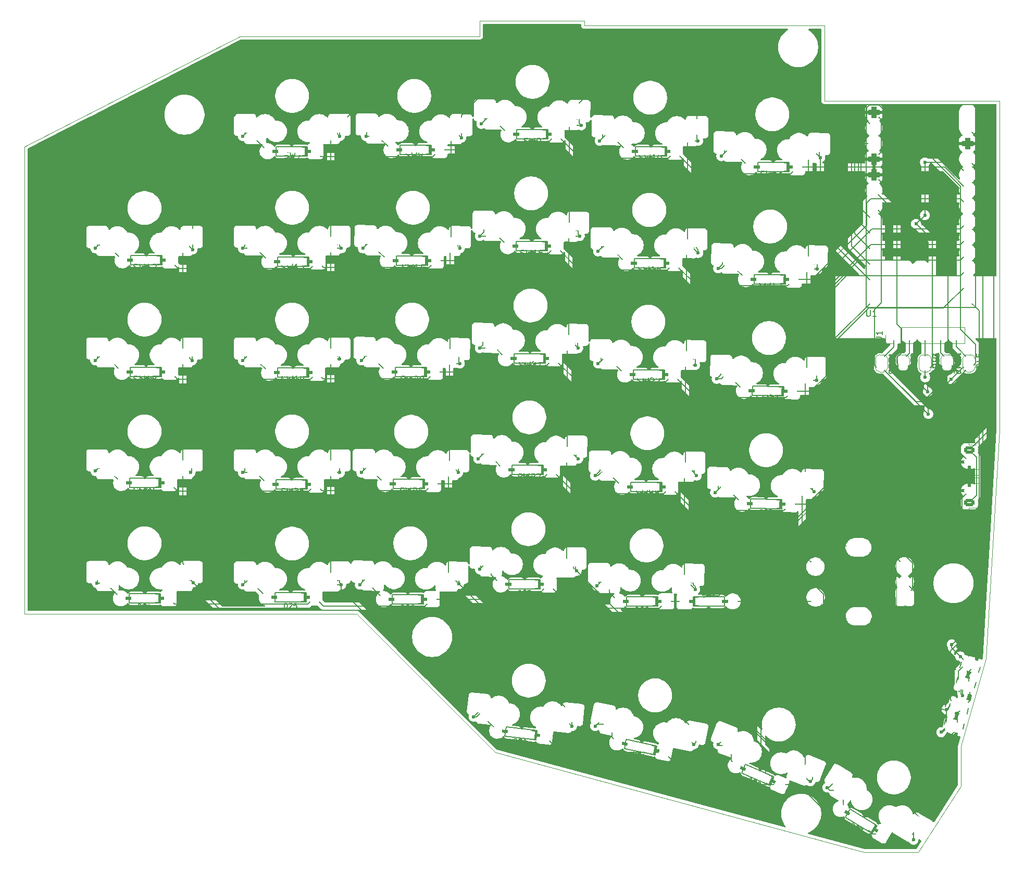
<source format=gbs>
%TF.GenerationSoftware,KiCad,Pcbnew,9.0.0*%
%TF.CreationDate,2025-03-09T14:44:47-04:00*%
%TF.ProjectId,v2,76322e6b-6963-4616-945f-706362585858,rev?*%
%TF.SameCoordinates,Original*%
%TF.FileFunction,Soldermask,Bot*%
%TF.FilePolarity,Negative*%
%FSLAX46Y46*%
G04 Gerber Fmt 4.6, Leading zero omitted, Abs format (unit mm)*
G04 Created by KiCad (PCBNEW 9.0.0) date 2025-03-09 14:44:47*
%MOMM*%
%LPD*%
G01*
G04 APERTURE LIST*
G04 Aperture macros list*
%AMRoundRect*
0 Rectangle with rounded corners*
0 $1 Rounding radius*
0 $2 $3 $4 $5 $6 $7 $8 $9 X,Y pos of 4 corners*
0 Add a 4 corners polygon primitive as box body*
4,1,4,$2,$3,$4,$5,$6,$7,$8,$9,$2,$3,0*
0 Add four circle primitives for the rounded corners*
1,1,$1+$1,$2,$3*
1,1,$1+$1,$4,$5*
1,1,$1+$1,$6,$7*
1,1,$1+$1,$8,$9*
0 Add four rect primitives between the rounded corners*
20,1,$1+$1,$2,$3,$4,$5,0*
20,1,$1+$1,$4,$5,$6,$7,0*
20,1,$1+$1,$6,$7,$8,$9,0*
20,1,$1+$1,$8,$9,$2,$3,0*%
%AMHorizOval*
0 Thick line with rounded ends*
0 $1 width*
0 $2 $3 position (X,Y) of the first rounded end (center of the circle)*
0 $4 $5 position (X,Y) of the second rounded end (center of the circle)*
0 Add line between two ends*
20,1,$1,$2,$3,$4,$5,0*
0 Add two circle primitives to create the rounded ends*
1,1,$1,$2,$3*
1,1,$1,$4,$5*%
%AMRotRect*
0 Rectangle, with rotation*
0 The origin of the aperture is its center*
0 $1 length*
0 $2 width*
0 $3 Rotation angle, in degrees counterclockwise*
0 Add horizontal line*
21,1,$1,$2,0,0,$3*%
%AMFreePoly0*
4,1,23,0.500000,-0.750000,0.000000,-0.750000,0.000000,-0.745722,-0.065263,-0.745722,-0.191342,-0.711940,-0.304381,-0.646677,-0.396677,-0.554381,-0.461940,-0.441342,-0.495722,-0.315263,-0.495722,-0.250000,-0.500000,-0.250000,-0.500000,0.250000,-0.495722,0.250000,-0.495722,0.315263,-0.461940,0.441342,-0.396677,0.554381,-0.304381,0.646677,-0.191342,0.711940,-0.065263,0.745722,0.000000,0.745722,
0.000000,0.750000,0.500000,0.750000,0.500000,-0.750000,0.500000,-0.750000,$1*%
%AMFreePoly1*
4,1,23,0.000000,0.745722,0.065263,0.745722,0.191342,0.711940,0.304381,0.646677,0.396677,0.554381,0.461940,0.441342,0.495722,0.315263,0.495722,0.250000,0.500000,0.250000,0.500000,-0.250000,0.495722,-0.250000,0.495722,-0.315263,0.461940,-0.441342,0.396677,-0.554381,0.304381,-0.646677,0.191342,-0.711940,0.065263,-0.745722,0.000000,-0.745722,0.000000,-0.750000,-0.500000,-0.750000,
-0.500000,0.750000,0.000000,0.750000,0.000000,0.745722,0.000000,0.745722,$1*%
G04 Aperture macros list end*
%ADD10C,3.000000*%
%ADD11C,5.000000*%
%ADD12R,2.600000X2.600000*%
%ADD13R,1.600000X1.200000*%
%ADD14R,1.600000X1.600000*%
%ADD15C,1.600000*%
%ADD16C,0.800000*%
%ADD17RotRect,1.400000X1.050000X75.000000*%
%ADD18RotRect,2.600000X2.600000X359.100000*%
%ADD19RotRect,1.600000X1.200000X359.400000*%
%ADD20RotRect,1.600000X1.600000X359.400000*%
%ADD21RotRect,2.600000X2.600000X359.400000*%
%ADD22RotRect,2.600000X2.600000X348.900000*%
%ADD23RotRect,2.600000X2.600000X358.800000*%
%ADD24RotRect,1.600000X1.200000X348.300000*%
%ADD25RotRect,1.600000X1.600000X348.300000*%
%ADD26R,1.700000X1.700000*%
%ADD27O,1.700000X1.700000*%
%ADD28RotRect,2.600000X2.600000X329.100000*%
%ADD29RotRect,1.600000X1.200000X353.400000*%
%ADD30RotRect,1.600000X1.600000X353.400000*%
%ADD31C,5.500000*%
%ADD32RotRect,2.600000X2.600000X359.500000*%
%ADD33RotRect,1.600000X1.200000X336.300000*%
%ADD34RotRect,1.600000X1.600000X336.300000*%
%ADD35C,1.800000*%
%ADD36RoundRect,0.450000X-0.450000X-0.450000X0.450000X-0.450000X0.450000X0.450000X-0.450000X0.450000X0*%
%ADD37O,1.800000X4.340000*%
%ADD38HorizOval,2.000000X-0.599992X-0.003142X0.599992X0.003142X0*%
%ADD39RotRect,2.000000X2.000000X180.300000*%
%ADD40C,2.000000*%
%ADD41RotRect,2.600000X2.600000X354.000000*%
%ADD42RotRect,2.600000X2.600000X339.000000*%
%ADD43RoundRect,0.250000X-0.625000X0.350000X-0.625000X-0.350000X0.625000X-0.350000X0.625000X0.350000X0*%
%ADD44O,1.750000X1.200000*%
%ADD45RotRect,1.600000X1.200000X328.800000*%
%ADD46RotRect,1.600000X1.600000X328.800000*%
%ADD47FreePoly0,270.000000*%
%ADD48FreePoly1,270.000000*%
%ADD49RoundRect,0.250000X0.625000X-0.350000X0.625000X0.350000X-0.625000X0.350000X-0.625000X-0.350000X0*%
%TA.AperFunction,SMDPad,CuDef*%
%ADD50R,2.600000X2.600000*%
%TD*%
%TA.AperFunction,SMDPad,CuDef*%
%ADD51R,1.600000X1.200000*%
%TD*%
%TA.AperFunction,SMDPad,CuDef*%
%ADD52R,2.900000X0.500000*%
%TD*%
%TA.AperFunction,ComponentPad*%
%ADD53R,1.600000X1.600000*%
%TD*%
%TA.AperFunction,ComponentPad*%
%ADD54C,1.600000*%
%TD*%
%TA.AperFunction,SMDPad,CuDef*%
%ADD55RotRect,1.400000X1.050000X75.000000*%
%TD*%
%TA.AperFunction,SMDPad,CuDef*%
%ADD56RotRect,2.600000X2.600000X359.100000*%
%TD*%
%TA.AperFunction,SMDPad,CuDef*%
%ADD57RotRect,1.600000X1.200000X359.400000*%
%TD*%
%TA.AperFunction,SMDPad,CuDef*%
%ADD58RotRect,2.900000X0.500000X359.400000*%
%TD*%
%TA.AperFunction,ComponentPad*%
%ADD59RotRect,1.600000X1.600000X359.400000*%
%TD*%
%TA.AperFunction,SMDPad,CuDef*%
%ADD60RotRect,2.600000X2.600000X359.400000*%
%TD*%
%TA.AperFunction,SMDPad,CuDef*%
%ADD61RotRect,2.600000X2.600000X348.900000*%
%TD*%
%TA.AperFunction,SMDPad,CuDef*%
%ADD62RotRect,2.600000X2.600000X358.800000*%
%TD*%
%TA.AperFunction,SMDPad,CuDef*%
%ADD63RotRect,1.600000X1.200000X348.300000*%
%TD*%
%TA.AperFunction,SMDPad,CuDef*%
%ADD64RotRect,2.900000X0.500000X348.300000*%
%TD*%
%TA.AperFunction,ComponentPad*%
%ADD65RotRect,1.600000X1.600000X348.300000*%
%TD*%
%TA.AperFunction,ComponentPad*%
%ADD66R,1.700000X1.700000*%
%TD*%
%TA.AperFunction,ComponentPad*%
%ADD67O,1.700000X1.700000*%
%TD*%
%TA.AperFunction,SMDPad,CuDef*%
%ADD68RotRect,2.600000X2.600000X329.100000*%
%TD*%
%TA.AperFunction,SMDPad,CuDef*%
%ADD69RotRect,1.600000X1.200000X353.400000*%
%TD*%
%TA.AperFunction,SMDPad,CuDef*%
%ADD70RotRect,2.900000X0.500000X353.400000*%
%TD*%
%TA.AperFunction,ComponentPad*%
%ADD71RotRect,1.600000X1.600000X353.400000*%
%TD*%
%TA.AperFunction,ComponentPad*%
%ADD72C,5.500000*%
%TD*%
%TA.AperFunction,SMDPad,CuDef*%
%ADD73RotRect,2.600000X2.600000X359.500000*%
%TD*%
%TA.AperFunction,SMDPad,CuDef*%
%ADD74RotRect,1.600000X1.200000X336.300000*%
%TD*%
%TA.AperFunction,SMDPad,CuDef*%
%ADD75RotRect,2.900000X0.500000X336.300000*%
%TD*%
%TA.AperFunction,ComponentPad*%
%ADD76RotRect,1.600000X1.600000X336.300000*%
%TD*%
%TA.AperFunction,ComponentPad*%
%ADD77C,1.800000*%
%TD*%
%TA.AperFunction,ComponentPad*%
%ADD78RoundRect,0.450000X-0.450000X-0.450000X0.450000X-0.450000X0.450000X0.450000X-0.450000X0.450000X0*%
%TD*%
%TA.AperFunction,ComponentPad*%
%ADD79O,1.800000X4.340000*%
%TD*%
%TA.AperFunction,WasherPad*%
%ADD80HorizOval,2.000000X-0.599992X-0.003142X0.599992X0.003142X0*%
%TD*%
%TA.AperFunction,ComponentPad*%
%ADD81RotRect,2.000000X2.000000X180.300000*%
%TD*%
%TA.AperFunction,ComponentPad*%
%ADD82C,2.000000*%
%TD*%
%TA.AperFunction,SMDPad,CuDef*%
%ADD83RotRect,2.600000X2.600000X354.000000*%
%TD*%
%TA.AperFunction,SMDPad,CuDef*%
%ADD84RotRect,2.600000X2.600000X339.000000*%
%TD*%
%TA.AperFunction,ComponentPad*%
%ADD85RoundRect,0.250000X-0.625000X0.350000X-0.625000X-0.350000X0.625000X-0.350000X0.625000X0.350000X0*%
%TD*%
%TA.AperFunction,ComponentPad*%
%ADD86O,1.750000X1.200000*%
%TD*%
%TA.AperFunction,SMDPad,CuDef*%
%ADD87RotRect,1.600000X1.200000X328.800000*%
%TD*%
%TA.AperFunction,SMDPad,CuDef*%
%ADD88RotRect,2.900000X0.500000X328.800000*%
%TD*%
%TA.AperFunction,ComponentPad*%
%ADD89RotRect,1.600000X1.600000X328.800000*%
%TD*%
%TA.AperFunction,SMDPad,CuDef*%
%ADD90FreePoly0,270.000000*%
%TD*%
%TA.AperFunction,SMDPad,CuDef*%
%ADD91FreePoly1,270.000000*%
%TD*%
%TA.AperFunction,ComponentPad*%
%ADD92RoundRect,0.250000X0.625000X-0.350000X0.625000X0.350000X-0.625000X0.350000X-0.625000X-0.350000X0*%
%TD*%
%TA.AperFunction,ViaPad*%
%ADD93C,0.600000*%
%TD*%
%TA.AperFunction,Conductor*%
%ADD94C,0.200000*%
%TD*%
%ADD95C,0.100000*%
%ADD96C,0.150000*%
%ADD97C,0.127000*%
%ADD98C,0.200000*%
%ADD99C,0.120000*%
%ADD100RoundRect,0.102000X0.325938X-0.812028X0.688284X0.540268X-0.325938X0.812028X-0.688284X-0.540268X0*%
%ADD101C,0.000000*%
%ADD102C,0.300000*%
%TA.AperFunction,Profile*%
%ADD103C,0.050000*%
%TD*%
G04 APERTURE END LIST*
D10*
%TO.C,SW24*%
X139600000Y-128200000D03*
X141400000Y-129250000D03*
D11*
X144000000Y-123500000D03*
D10*
X146600000Y-129250000D03*
X148400000Y-128200000D03*
D12*
X136325000Y-128200000D03*
X138000000Y-129500000D03*
X150000000Y-129500000D03*
X151675000Y-128200000D03*
%TD*%
D13*
%TO.C,D15*%
X208050000Y-93400000D03*
D14*
X210550000Y-93400000D03*
D15*
X202750000Y-93400000D03*
D13*
X205250000Y-93400000D03*
%TD*%
D10*
%TO.C,SW1*%
X163600000Y-55400000D03*
X165400000Y-56450000D03*
D11*
X168000000Y-50700000D03*
D10*
X170600000Y-56450000D03*
X172400000Y-55400000D03*
D12*
X160325000Y-55400000D03*
X162000000Y-56700000D03*
X174000000Y-56700000D03*
X175675000Y-55400000D03*
%TD*%
D13*
%TO.C,D28*%
X226300000Y-132950000D03*
D14*
X228800000Y-132950000D03*
D15*
X221000000Y-132950000D03*
D13*
X223500000Y-132950000D03*
%TD*%
D16*
%TO.C,RST1*%
X275100765Y-151410420D03*
X276839431Y-151876294D03*
D17*
X274828076Y-153200850D03*
X275735676Y-149717047D03*
X276204520Y-153569667D03*
X277136269Y-150092334D03*
%TD*%
D10*
%TO.C,SW5*%
X241576718Y-58330308D03*
X243360004Y-59408452D03*
D11*
X246050000Y-53700000D03*
D10*
X248559362Y-59490130D03*
X250375633Y-58468532D03*
D18*
X238302122Y-58278867D03*
X239956496Y-59605016D03*
X251955016Y-59793504D03*
X253650229Y-58519974D03*
%TD*%
D19*
%TO.C,D23*%
X246449923Y-117114660D03*
D20*
X248949786Y-117140840D03*
D15*
X241150214Y-117059160D03*
D19*
X243650077Y-117085340D03*
%TD*%
D16*
%TO.C,PWR1*%
X277022689Y-144659570D03*
X278761355Y-145125444D03*
D17*
X276750000Y-146450000D03*
X277657600Y-142966197D03*
X278126444Y-146818817D03*
X279058193Y-143341484D03*
%TD*%
D10*
%TO.C,SW22*%
X221301024Y-110253666D03*
X223089930Y-111322458D03*
D11*
X225750000Y-105600000D03*
D10*
X228289645Y-111376911D03*
X230100541Y-110345818D03*
D21*
X218026203Y-110219371D03*
X219687498Y-111536840D03*
X231686840Y-111662502D03*
X233375362Y-110380113D03*
%TD*%
D10*
%TO.C,SW7*%
X163600000Y-73600000D03*
X165400000Y-74650000D03*
D11*
X168000000Y-68900000D03*
D10*
X170600000Y-74650000D03*
X172400000Y-73600000D03*
D12*
X160325000Y-73600000D03*
X162000000Y-74900000D03*
X174000000Y-74900000D03*
X175675000Y-73600000D03*
%TD*%
D13*
%TO.C,D12*%
X145650000Y-95600000D03*
D14*
X148150000Y-95600000D03*
D15*
X140350000Y-95600000D03*
D13*
X142850000Y-95600000D03*
%TD*%
D10*
%TO.C,SW30*%
X221777459Y-152014979D03*
X223341638Y-153391876D03*
D11*
X227000000Y-148250000D03*
D10*
X228444360Y-154392990D03*
X230412833Y-153709172D03*
D22*
X218563726Y-151384468D03*
X219957112Y-152982624D03*
X231732624Y-155292888D03*
X233626568Y-154339682D03*
%TD*%
D10*
%TO.C,SW9*%
X202401024Y-71203666D03*
X204189930Y-72272458D03*
D11*
X206850000Y-66550000D03*
D10*
X209389645Y-72326911D03*
X211200541Y-71295818D03*
D21*
X199126203Y-71169371D03*
X200787498Y-72486840D03*
X212786840Y-72612502D03*
X214475362Y-71330113D03*
%TD*%
D10*
%TO.C,SW23*%
X240550966Y-112956823D03*
X242328581Y-114044289D03*
D11*
X245048430Y-108350000D03*
D10*
X247527441Y-114153189D03*
X249349036Y-113141116D03*
D23*
X237276684Y-112888236D03*
X238924091Y-114223030D03*
X250921460Y-114474339D03*
X252623317Y-113209702D03*
%TD*%
D10*
%TO.C,SW6*%
X139600000Y-73650000D03*
X141400000Y-74700000D03*
D11*
X144000000Y-68950000D03*
D10*
X146600000Y-74700000D03*
X148400000Y-73650000D03*
D12*
X136325000Y-73650000D03*
X138000000Y-74950000D03*
X150000000Y-74950000D03*
X151675000Y-73650000D03*
%TD*%
D13*
%TO.C,D24*%
X145450000Y-132450000D03*
D14*
X147950000Y-132450000D03*
D15*
X140150000Y-132450000D03*
D13*
X142650000Y-132450000D03*
%TD*%
D24*
%TO.C,D31*%
X226020912Y-156983902D03*
D25*
X228468969Y-157490870D03*
D15*
X220831031Y-155909130D03*
D24*
X223279088Y-156416098D03*
%TD*%
D10*
%TO.C,SW14*%
X183051024Y-91753666D03*
X184839930Y-92822458D03*
D11*
X187500000Y-87100000D03*
D10*
X190039645Y-92876911D03*
X191850541Y-91845818D03*
D21*
X179776203Y-91719371D03*
X181437498Y-93036840D03*
X193436840Y-93162502D03*
X195125362Y-91880113D03*
%TD*%
D26*
%TO.C,J1*%
X265800000Y-89650000D03*
D27*
X268340000Y-89650000D03*
X270880000Y-89650000D03*
X273420000Y-89650000D03*
X275960000Y-89650000D03*
%TD*%
D10*
%TO.C,SW12*%
X139600000Y-91800000D03*
X141400000Y-92850000D03*
D11*
X144000000Y-87100000D03*
D10*
X146600000Y-92850000D03*
X148400000Y-91800000D03*
D12*
X136325000Y-91800000D03*
X138000000Y-93100000D03*
X150000000Y-93100000D03*
X151675000Y-91800000D03*
%TD*%
D10*
%TO.C,SW32*%
X259610871Y-163373324D03*
X260616169Y-165198666D03*
D11*
X265800000Y-161600000D03*
D10*
X265078107Y-167869080D03*
X267161842Y-167892487D03*
D28*
X256800708Y-161691476D03*
X257570363Y-163667142D03*
X267867142Y-169829637D03*
X269972004Y-169574334D03*
%TD*%
D29*
%TO.C,D30*%
X206590722Y-154610912D03*
D30*
X209074154Y-154898255D03*
D15*
X201325846Y-154001745D03*
D29*
X203809278Y-154289088D03*
%TD*%
D31*
%TO.C,REF\u002A\u002A*%
X250750000Y-167500000D03*
%TD*%
D19*
%TO.C,D17*%
X246750000Y-98750000D03*
D20*
X249249863Y-98776180D03*
D15*
X241450291Y-98694500D03*
D19*
X243950154Y-98720680D03*
%TD*%
D10*
%TO.C,SW4*%
X221759153Y-55661424D03*
X223549921Y-56727092D03*
D11*
X226200000Y-51000000D03*
D10*
X228749723Y-56772470D03*
X230558818Y-55738218D03*
D32*
X218484278Y-55632845D03*
X220147869Y-56947412D03*
X232147412Y-57052131D03*
X233833693Y-55766797D03*
%TD*%
D33*
%TO.C,D32*%
X244981928Y-161762727D03*
D34*
X247271084Y-162767596D03*
D15*
X240128916Y-159632404D03*
D33*
X242418072Y-160637273D03*
%TD*%
D19*
%TO.C,D11*%
X247049923Y-80564660D03*
D20*
X249549786Y-80590840D03*
D15*
X241750214Y-80509160D03*
D19*
X244250077Y-80535340D03*
%TD*%
D35*
%TO.C,U1*%
X262570000Y-55890000D03*
X262570000Y-58430000D03*
D36*
X262570000Y-60970000D03*
X262570000Y-63510000D03*
D35*
X262570000Y-66050000D03*
X262570000Y-68590000D03*
X262570000Y-71130000D03*
X262570000Y-73670000D03*
X262570000Y-76210000D03*
X262570000Y-78750000D03*
X262570000Y-81290000D03*
X262570000Y-83830000D03*
D37*
X277810000Y-54620000D03*
D36*
X277810000Y-58430000D03*
D35*
X277810000Y-60970000D03*
X277810000Y-63510000D03*
X277810000Y-66050000D03*
X277810000Y-68590000D03*
X277810000Y-71130000D03*
X277810000Y-73670000D03*
X277810000Y-76210000D03*
X277810000Y-78750000D03*
X277810000Y-81290000D03*
X277810000Y-83830000D03*
X265110000Y-78750000D03*
X267650000Y-78750000D03*
X270190000Y-78750000D03*
D36*
X262570000Y-53350000D03*
D35*
X277810000Y-53350000D03*
%TD*%
D13*
%TO.C,D16*%
X227400000Y-96050000D03*
D14*
X229900000Y-96050000D03*
D15*
X222100000Y-96050000D03*
D13*
X224600000Y-96050000D03*
%TD*%
D10*
%TO.C,SW13*%
X163600000Y-91800000D03*
X165400000Y-92850000D03*
D11*
X168000000Y-87100000D03*
D10*
X170600000Y-92850000D03*
X172400000Y-91800000D03*
D12*
X160325000Y-91800000D03*
X162000000Y-93100000D03*
X174000000Y-93100000D03*
X175675000Y-91800000D03*
%TD*%
D10*
%TO.C,SW8*%
X183201024Y-73553666D03*
X184989930Y-74622458D03*
D11*
X187650000Y-68900000D03*
D10*
X190189645Y-74676911D03*
X192000541Y-73645818D03*
D21*
X179926203Y-73519371D03*
X181587498Y-74836840D03*
X193586840Y-74962502D03*
X195275362Y-73680113D03*
%TD*%
D13*
%TO.C,D3*%
X208450000Y-56950000D03*
D14*
X210950000Y-56950000D03*
D15*
X203150000Y-56950000D03*
D13*
X205650000Y-56950000D03*
%TD*%
%TO.C,D6*%
X145700000Y-77450000D03*
D14*
X148200000Y-77450000D03*
D15*
X140400000Y-77450000D03*
D13*
X142900000Y-77450000D03*
%TD*%
D10*
%TO.C,SW28*%
X221151024Y-128503666D03*
X222939930Y-129572458D03*
D11*
X225600000Y-123850000D03*
D10*
X228139645Y-129626911D03*
X229950541Y-128595818D03*
D21*
X217876203Y-128469371D03*
X219537498Y-129786840D03*
X231536840Y-129912502D03*
X233225362Y-128630113D03*
%TD*%
D31*
%TO.C,REF\u002A\u002A*%
X250250000Y-42750000D03*
%TD*%
D38*
%TO.C,SW33*%
X260116143Y-135363320D03*
X260057501Y-124163474D03*
D39*
X267599809Y-132224093D03*
D40*
X267573629Y-127224162D03*
X267586719Y-129724127D03*
X253073828Y-127300083D03*
X253100008Y-132300014D03*
%TD*%
D13*
%TO.C,D13*%
X169550000Y-95750000D03*
D14*
X172050000Y-95750000D03*
D15*
X164250000Y-95750000D03*
D13*
X166750000Y-95750000D03*
%TD*%
%TO.C,D2*%
X189450000Y-59500000D03*
D14*
X191950000Y-59500000D03*
D15*
X184150000Y-59500000D03*
D13*
X186650000Y-59500000D03*
%TD*%
%TO.C,D1*%
X169300000Y-59700000D03*
D14*
X171800000Y-59700000D03*
D15*
X164000000Y-59700000D03*
D13*
X166500000Y-59700000D03*
%TD*%
%TO.C,D29*%
X234300000Y-132950000D03*
D14*
X231800000Y-132950000D03*
D15*
X239600000Y-132950000D03*
D13*
X237100000Y-132950000D03*
%TD*%
%TO.C,D9*%
X208350000Y-75150000D03*
D14*
X210850000Y-75150000D03*
D15*
X203050000Y-75150000D03*
D13*
X205550000Y-75150000D03*
%TD*%
D10*
%TO.C,SW29*%
X201582820Y-150064328D03*
X203263204Y-151296727D03*
D11*
X206450000Y-145850000D03*
D10*
X208434718Y-151840275D03*
X210334613Y-150984178D03*
D41*
X198325761Y-149721997D03*
X199855698Y-151189961D03*
X211789961Y-152444302D03*
X213591672Y-151326509D03*
%TD*%
D13*
%TO.C,D26*%
X188200000Y-132600000D03*
D14*
X190700000Y-132600000D03*
D15*
X182900000Y-132600000D03*
D13*
X185400000Y-132600000D03*
%TD*%
%TO.C,D8*%
X188850000Y-77500000D03*
D14*
X191350000Y-77500000D03*
D15*
X183550000Y-77500000D03*
D13*
X186050000Y-77500000D03*
%TD*%
%TO.C,D19*%
X169350000Y-113950000D03*
D14*
X171850000Y-113950000D03*
D15*
X164050000Y-113950000D03*
D13*
X166550000Y-113950000D03*
%TD*%
%TO.C,D5*%
X247600000Y-62300000D03*
D14*
X250100000Y-62300000D03*
D15*
X242300000Y-62300000D03*
D13*
X244800000Y-62300000D03*
%TD*%
%TO.C,D27*%
X207200000Y-130200000D03*
D14*
X209700000Y-130200000D03*
D15*
X201900000Y-130200000D03*
D13*
X204400000Y-130200000D03*
%TD*%
D10*
%TO.C,SW11*%
X241202536Y-76556823D03*
X242980151Y-77644289D03*
D11*
X245700000Y-71950000D03*
D10*
X248179011Y-77753189D03*
X250000606Y-76741116D03*
D23*
X237928254Y-76488236D03*
X239575661Y-77823030D03*
X251573030Y-78074339D03*
X253274887Y-76809702D03*
%TD*%
D10*
%TO.C,SW17*%
X241002536Y-94706823D03*
X242780151Y-95794289D03*
D11*
X245500000Y-90100000D03*
D10*
X247979011Y-95903189D03*
X249800606Y-94891116D03*
D23*
X237728254Y-94638236D03*
X239375661Y-95973030D03*
X251373030Y-96224339D03*
X253074887Y-94959702D03*
%TD*%
D10*
%TO.C,SW26*%
X182751024Y-128153666D03*
X184539930Y-129222458D03*
D11*
X187200000Y-123500000D03*
D10*
X189739645Y-129276911D03*
X191550541Y-128245818D03*
D21*
X179476203Y-128119371D03*
X181137498Y-129436840D03*
X193136840Y-129562502D03*
X194825362Y-128280113D03*
%TD*%
D10*
%TO.C,SW2*%
X183409153Y-55361424D03*
X185199921Y-56427092D03*
D11*
X187850000Y-50700000D03*
D10*
X190399723Y-56472470D03*
X192208818Y-55438218D03*
D32*
X180134278Y-55332845D03*
X181797869Y-56647412D03*
X193797412Y-56752131D03*
X195483693Y-55466797D03*
%TD*%
D31*
%TO.C,REF\u002A\u002A*%
X275500000Y-130000000D03*
%TD*%
D13*
%TO.C,D18*%
X145500000Y-113700000D03*
D14*
X148000000Y-113700000D03*
D15*
X140200000Y-113700000D03*
D13*
X142700000Y-113700000D03*
%TD*%
%TO.C,D4*%
X227750000Y-59750000D03*
D14*
X230250000Y-59750000D03*
D15*
X222450000Y-59750000D03*
D13*
X224950000Y-59750000D03*
%TD*%
D31*
%TO.C,REF\u002A\u002A*%
X150500000Y-53750000D03*
%TD*%
D13*
%TO.C,D7*%
X169600000Y-77650000D03*
D14*
X172100000Y-77650000D03*
D15*
X164300000Y-77650000D03*
D13*
X166800000Y-77650000D03*
%TD*%
D10*
%TO.C,SW15*%
X202301024Y-89453666D03*
X204089930Y-90522458D03*
D11*
X206750000Y-84800000D03*
D10*
X209289645Y-90576911D03*
X211100541Y-89545818D03*
D21*
X199026203Y-89419371D03*
X200687498Y-90736840D03*
X212686840Y-90862502D03*
X214375362Y-89580113D03*
%TD*%
D10*
%TO.C,SW31*%
X241307917Y-155811009D03*
X242612075Y-157436331D03*
D11*
X247100000Y-153000000D03*
D10*
X247466693Y-159299844D03*
X249523425Y-158964647D03*
D42*
X238250441Y-154637354D03*
X239348310Y-156451275D03*
X250551275Y-160751690D03*
X252580900Y-160138302D03*
%TD*%
D13*
%TO.C,D25*%
X169150000Y-132300000D03*
D14*
X171650000Y-132300000D03*
D15*
X163850000Y-132300000D03*
D13*
X166350000Y-132300000D03*
%TD*%
D10*
%TO.C,SW3*%
X202609153Y-53061424D03*
X204399921Y-54127092D03*
D11*
X207050000Y-48400000D03*
D10*
X209599723Y-54172470D03*
X211408818Y-53138218D03*
D32*
X199334278Y-53032845D03*
X200997869Y-54347412D03*
X212997412Y-54452131D03*
X214683693Y-53166797D03*
%TD*%
D10*
%TO.C,SW18*%
X139600000Y-110000000D03*
X141400000Y-111050000D03*
D11*
X144000000Y-105300000D03*
D10*
X146600000Y-111050000D03*
X148400000Y-110000000D03*
D12*
X136325000Y-110000000D03*
X138000000Y-111300000D03*
X150000000Y-111300000D03*
X151675000Y-110000000D03*
%TD*%
D31*
%TO.C,REF\u002A\u002A*%
X190750000Y-138750000D03*
%TD*%
D10*
%TO.C,SW16*%
X221451024Y-92103666D03*
X223239930Y-93172458D03*
D11*
X225900000Y-87450000D03*
D10*
X228439645Y-93226911D03*
X230250541Y-92195818D03*
D21*
X218176203Y-92069371D03*
X219837498Y-93386840D03*
X231836840Y-93512502D03*
X233525362Y-92230113D03*
%TD*%
D13*
%TO.C,D22*%
X226950000Y-114300000D03*
D14*
X229450000Y-114300000D03*
D15*
X221650000Y-114300000D03*
D13*
X224150000Y-114300000D03*
%TD*%
D10*
%TO.C,SW10*%
X221601024Y-73903666D03*
X223389930Y-74972458D03*
D11*
X226050000Y-69250000D03*
D10*
X228589645Y-75026911D03*
X230400541Y-73995818D03*
D21*
X218326203Y-73869371D03*
X219987498Y-75186840D03*
X231986840Y-75312502D03*
X233675362Y-74030113D03*
%TD*%
D13*
%TO.C,D14*%
X188700000Y-95600000D03*
D14*
X191200000Y-95600000D03*
D15*
X183400000Y-95600000D03*
D13*
X185900000Y-95600000D03*
%TD*%
D10*
%TO.C,SW27*%
X201951024Y-125853666D03*
X203739930Y-126922458D03*
D11*
X206400000Y-121200000D03*
D10*
X208939645Y-126976911D03*
X210750541Y-125945818D03*
D21*
X198676203Y-125819371D03*
X200337498Y-127136840D03*
X212336840Y-127262502D03*
X214025362Y-125980113D03*
%TD*%
D10*
%TO.C,SW19*%
X163600000Y-110000000D03*
X165400000Y-111050000D03*
D11*
X168000000Y-105300000D03*
D10*
X170600000Y-111050000D03*
X172400000Y-110000000D03*
D12*
X160325000Y-110000000D03*
X162000000Y-111300000D03*
X174000000Y-111300000D03*
X175675000Y-110000000D03*
%TD*%
D13*
%TO.C,D21*%
X207700000Y-111500000D03*
D14*
X210200000Y-111500000D03*
D15*
X202400000Y-111500000D03*
D13*
X204900000Y-111500000D03*
%TD*%
%TO.C,D20*%
X188400000Y-113850000D03*
D14*
X190900000Y-113850000D03*
D15*
X183100000Y-113850000D03*
D13*
X185600000Y-113850000D03*
%TD*%
D43*
%TO.C,JST1*%
X278100000Y-108300000D03*
D44*
X278100000Y-110300000D03*
%TD*%
D10*
%TO.C,SW20*%
X182901024Y-110003666D03*
X184689930Y-111072458D03*
D11*
X187350000Y-105350000D03*
D10*
X189889645Y-111126911D03*
X191700541Y-110095818D03*
D21*
X179626203Y-109969371D03*
X181287498Y-111286840D03*
X193286840Y-111412502D03*
X194975362Y-110130113D03*
%TD*%
D45*
%TO.C,D33*%
X261697510Y-169475238D03*
D46*
X263835921Y-170770305D03*
D15*
X257164079Y-166729695D03*
D45*
X259302490Y-168024762D03*
%TD*%
D10*
%TO.C,SW25*%
X163600000Y-128250000D03*
X165400000Y-129300000D03*
D11*
X168000000Y-123550000D03*
D10*
X170600000Y-129300000D03*
X172400000Y-128250000D03*
D12*
X160325000Y-128250000D03*
X162000000Y-129550000D03*
X174000000Y-129550000D03*
X175675000Y-128250000D03*
%TD*%
D10*
%TO.C,SW21*%
X202101024Y-107653666D03*
X203889930Y-108722458D03*
D11*
X206550000Y-103000000D03*
D10*
X209089645Y-108776911D03*
X210900541Y-107745818D03*
D21*
X198826203Y-107619371D03*
X200487498Y-108936840D03*
X212486840Y-109062502D03*
X214175362Y-107780113D03*
%TD*%
D13*
%TO.C,D10*%
X227600000Y-77900000D03*
D14*
X230100000Y-77900000D03*
D15*
X222300000Y-77900000D03*
D13*
X224800000Y-77900000D03*
%TD*%
D47*
%TO.C,JPR5*%
X278000000Y-93550000D03*
D48*
X278000000Y-94850000D03*
%TD*%
D47*
%TO.C,JPR2*%
X267350000Y-93550000D03*
D48*
X267350000Y-94850000D03*
%TD*%
D47*
%TO.C,JPR1*%
X263800000Y-93550000D03*
D48*
X263800000Y-94850000D03*
%TD*%
D47*
%TO.C,JPR4*%
X274450000Y-93550000D03*
D48*
X274450000Y-94850000D03*
%TD*%
D47*
%TO.C,JPR3*%
X270900000Y-93550000D03*
D48*
X270900000Y-94850000D03*
%TD*%
D49*
%TO.C,JST2*%
X278100000Y-116900000D03*
D44*
X278100000Y-114900000D03*
%TD*%
D50*
%TO.P,SW24,1,1*%
%TO.N,Net-(D24-A)*%
X136325000Y-128200000D03*
X138000000Y-129500000D03*
%TO.P,SW24,2,2*%
%TO.N,Col 1*%
X150000000Y-129500000D03*
X151675000Y-128200000D03*
%TD*%
D51*
%TO.P,D15,1,K*%
%TO.N,Row 3*%
X208050000Y-93400000D03*
D52*
X209150000Y-93400000D03*
D53*
X210550000Y-93400000D03*
D54*
%TO.P,D15,2,A*%
%TO.N,Net-(D15-A)*%
X202750000Y-93400000D03*
D52*
X204150000Y-93400000D03*
D51*
X205250000Y-93400000D03*
%TD*%
D50*
%TO.P,SW1,1,1*%
%TO.N,Net-(D1-A)*%
X160325000Y-55400000D03*
X162000000Y-56700000D03*
%TO.P,SW1,2,2*%
%TO.N,Col 2*%
X174000000Y-56700000D03*
X175675000Y-55400000D03*
%TD*%
D51*
%TO.P,D28,1,K*%
%TO.N,Row 5*%
X226300000Y-132950000D03*
D52*
X227400000Y-132950000D03*
D53*
X228800000Y-132950000D03*
D54*
%TO.P,D28,2,A*%
%TO.N,Net-(D28-A)*%
X221000000Y-132950000D03*
D52*
X222400000Y-132950000D03*
D51*
X223500000Y-132950000D03*
%TD*%
D55*
%TO.P,RST1,1,1*%
%TO.N,RST*%
X274828076Y-153200850D03*
X275735676Y-149717047D03*
%TO.P,RST1,2,2*%
%TO.N,GND*%
X276204520Y-153569667D03*
X277136269Y-150092334D03*
%TD*%
D56*
%TO.P,SW5,1,1*%
%TO.N,Net-(D5-A)*%
X238302122Y-58278867D03*
X239956496Y-59605016D03*
%TO.P,SW5,2,2*%
%TO.N,Col 6*%
X251955016Y-59793504D03*
X253650229Y-58519974D03*
%TD*%
D57*
%TO.P,D23,1,K*%
%TO.N,Row 4*%
X246449923Y-117114660D03*
D58*
X247549863Y-117126179D03*
D59*
X248949786Y-117140840D03*
D54*
%TO.P,D23,2,A*%
%TO.N,Net-(D23-A)*%
X241150214Y-117059160D03*
D58*
X242550137Y-117073821D03*
D57*
X243650077Y-117085340D03*
%TD*%
D55*
%TO.P,PWR1,1,1*%
%TO.N,PWR*%
X276750000Y-146450000D03*
X277657600Y-142966197D03*
%TO.P,PWR1,2,2*%
%TO.N,GND*%
X278126444Y-146818817D03*
X279058193Y-143341484D03*
%TD*%
D60*
%TO.P,SW22,1,1*%
%TO.N,Net-(D22-A)*%
X218026203Y-110219371D03*
X219687498Y-111536840D03*
%TO.P,SW22,2,2*%
%TO.N,Col 5*%
X231686840Y-111662502D03*
X233375362Y-110380113D03*
%TD*%
D50*
%TO.P,SW7,1,1*%
%TO.N,Net-(D7-A)*%
X160325000Y-73600000D03*
X162000000Y-74900000D03*
%TO.P,SW7,2,2*%
%TO.N,Col 2*%
X174000000Y-74900000D03*
X175675000Y-73600000D03*
%TD*%
D51*
%TO.P,D12,1,K*%
%TO.N,Row 3*%
X145650000Y-95600000D03*
D52*
X146750000Y-95600000D03*
D53*
X148150000Y-95600000D03*
D54*
%TO.P,D12,2,A*%
%TO.N,Net-(D12-A)*%
X140350000Y-95600000D03*
D52*
X141750000Y-95600000D03*
D51*
X142850000Y-95600000D03*
%TD*%
D61*
%TO.P,SW30,1,1*%
%TO.N,Net-(D31-A)*%
X218563726Y-151384468D03*
X219957112Y-152982624D03*
%TO.P,SW30,2,2*%
%TO.N,Col 2*%
X231732624Y-155292888D03*
X233626568Y-154339682D03*
%TD*%
D60*
%TO.P,SW9,1,1*%
%TO.N,Net-(D9-A)*%
X199126203Y-71169371D03*
X200787498Y-72486840D03*
%TO.P,SW9,2,2*%
%TO.N,Col 4*%
X212786840Y-72612502D03*
X214475362Y-71330113D03*
%TD*%
D62*
%TO.P,SW23,1,1*%
%TO.N,Net-(D23-A)*%
X237276684Y-112888236D03*
X238924091Y-114223030D03*
%TO.P,SW23,2,2*%
%TO.N,Col 6*%
X250921460Y-114474339D03*
X252623317Y-113209702D03*
%TD*%
D50*
%TO.P,SW6,1,1*%
%TO.N,Net-(D6-A)*%
X136325000Y-73650000D03*
X138000000Y-74950000D03*
%TO.P,SW6,2,2*%
%TO.N,Col 1*%
X150000000Y-74950000D03*
X151675000Y-73650000D03*
%TD*%
D51*
%TO.P,D24,1,K*%
%TO.N,Row 5*%
X145450000Y-132450000D03*
D52*
X146550000Y-132450000D03*
D53*
X147950000Y-132450000D03*
D54*
%TO.P,D24,2,A*%
%TO.N,Net-(D24-A)*%
X140150000Y-132450000D03*
D52*
X141550000Y-132450000D03*
D51*
X142650000Y-132450000D03*
%TD*%
D63*
%TO.P,D31,1,K*%
%TO.N,Row 6*%
X226020912Y-156983902D03*
D64*
X227098057Y-157206968D03*
D65*
X228468969Y-157490870D03*
D54*
%TO.P,D31,2,A*%
%TO.N,Net-(D31-A)*%
X220831031Y-155909130D03*
D64*
X222201943Y-156193032D03*
D63*
X223279088Y-156416098D03*
%TD*%
D60*
%TO.P,SW14,1,1*%
%TO.N,Net-(D14-A)*%
X179776203Y-91719371D03*
X181437498Y-93036840D03*
%TO.P,SW14,2,2*%
%TO.N,Col 3*%
X193436840Y-93162502D03*
X195125362Y-91880113D03*
%TD*%
D66*
%TO.P,J1,1,Pin_1*%
%TO.N,Net-(J1-Pin_1)*%
X265800000Y-89650000D03*
D67*
%TO.P,J1,2,Pin_2*%
%TO.N,Net-(J1-Pin_2)*%
X268340000Y-89650000D03*
%TO.P,J1,3,Pin_3*%
%TO.N,Net-(J1-Pin_3)*%
X270880000Y-89650000D03*
%TO.P,J1,4,Pin_4*%
%TO.N,Net-(J1-Pin_4)*%
X273420000Y-89650000D03*
%TO.P,J1,5,Pin_5*%
%TO.N,Net-(J1-Pin_5)*%
X275960000Y-89650000D03*
%TD*%
D50*
%TO.P,SW12,1,1*%
%TO.N,Net-(D12-A)*%
X136325000Y-91800000D03*
X138000000Y-93100000D03*
%TO.P,SW12,2,2*%
%TO.N,Col 1*%
X150000000Y-93100000D03*
X151675000Y-91800000D03*
%TD*%
D68*
%TO.P,SW32,1,1*%
%TO.N,Net-(D33-A)*%
X256800708Y-161691476D03*
X257570363Y-163667142D03*
%TO.P,SW32,2,2*%
%TO.N,Col 4*%
X267867142Y-169829637D03*
X269972004Y-169574334D03*
%TD*%
D69*
%TO.P,D30,1,K*%
%TO.N,Row 6*%
X206590722Y-154610912D03*
D70*
X207683432Y-154737343D03*
D71*
X209074154Y-154898255D03*
D54*
%TO.P,D30,2,A*%
%TO.N,Net-(D30-A)*%
X201325846Y-154001745D03*
D70*
X202716568Y-154162657D03*
D69*
X203809278Y-154289088D03*
%TD*%
D72*
%TO.P,REF\u002A\u002A,1*%
%TO.N,N/C*%
X250750000Y-167500000D03*
%TD*%
D57*
%TO.P,D17,1,K*%
%TO.N,Row 3*%
X246750000Y-98750000D03*
D58*
X247849940Y-98761519D03*
D59*
X249249863Y-98776180D03*
D54*
%TO.P,D17,2,A*%
%TO.N,Net-(D17-A)*%
X241450291Y-98694500D03*
D58*
X242850214Y-98709161D03*
D57*
X243950154Y-98720680D03*
%TD*%
D73*
%TO.P,SW4,1,1*%
%TO.N,Net-(D4-A)*%
X218484278Y-55632845D03*
X220147869Y-56947412D03*
%TO.P,SW4,2,2*%
%TO.N,Col 5*%
X232147412Y-57052131D03*
X233833693Y-55766797D03*
%TD*%
D74*
%TO.P,D32,1,K*%
%TO.N,Row 6*%
X244981928Y-161762727D03*
D75*
X245989156Y-162204869D03*
D76*
X247271084Y-162767596D03*
D54*
%TO.P,D32,2,A*%
%TO.N,Net-(D32-A)*%
X240128916Y-159632404D03*
D75*
X241410844Y-160195131D03*
D74*
X242418072Y-160637273D03*
%TD*%
D57*
%TO.P,D11,1,K*%
%TO.N,Row 2*%
X247049923Y-80564660D03*
D58*
X248149863Y-80576179D03*
D59*
X249549786Y-80590840D03*
D54*
%TO.P,D11,2,A*%
%TO.N,Net-(D11-A)*%
X241750214Y-80509160D03*
D58*
X243150137Y-80523821D03*
D57*
X244250077Y-80535340D03*
%TD*%
D77*
%TO.P,U1,1,P0.06*%
%TO.N,CS*%
X262570000Y-55890000D03*
%TO.P,U1,2,P0.08*%
%TO.N,Col 1*%
X262570000Y-58430000D03*
D78*
%TO.P,U1,3,GND*%
%TO.N,GND*%
X262570000Y-60970000D03*
%TO.P,U1,4,GND*%
X262570000Y-63510000D03*
D77*
%TO.P,U1,5,P0.17*%
%TO.N,SCK*%
X262570000Y-66050000D03*
%TO.P,U1,6,P0.20*%
%TO.N,MOSI*%
X262570000Y-68590000D03*
%TO.P,U1,7,P0.22*%
%TO.N,Col 2*%
X262570000Y-71130000D03*
%TO.P,U1,8,P0.24*%
%TO.N,Col 3*%
X262570000Y-73670000D03*
%TO.P,U1,9,P1.00*%
%TO.N,Col 4*%
X262570000Y-76210000D03*
%TO.P,U1,10,P0.11*%
%TO.N,Col 5*%
X262570000Y-78750000D03*
%TO.P,U1,11,P1.04-LF*%
%TO.N,Col 6*%
X262570000Y-81290000D03*
%TO.P,U1,12,P1.06-LF*%
%TO.N,ENC A*%
X262570000Y-83830000D03*
D79*
%TO.P,U1,13,BAT+*%
%TO.N,+BATT*%
X277810000Y-54620000D03*
D78*
%TO.P,U1,14,GND*%
%TO.N,GND*%
X277810000Y-58430000D03*
D77*
%TO.P,U1,15,RST*%
%TO.N,RST*%
X277810000Y-60970000D03*
%TO.P,U1,16,3V3*%
%TO.N,+3.3V*%
X277810000Y-63510000D03*
%TO.P,U1,17,P0.31-LF*%
%TO.N,Row 1*%
X277810000Y-66050000D03*
%TO.P,U1,18,P0.29-LF*%
%TO.N,Row 2*%
X277810000Y-68590000D03*
%TO.P,U1,19,P0.02-LF*%
%TO.N,Row 3*%
X277810000Y-71130000D03*
%TO.P,U1,20,P1.15-LF*%
%TO.N,Row 4*%
X277810000Y-73670000D03*
%TO.P,U1,21,P1.13-LF*%
%TO.N,Row 5*%
X277810000Y-76210000D03*
%TO.P,U1,22,P1.11-LF*%
%TO.N,Row 6*%
X277810000Y-78750000D03*
%TO.P,U1,23,P0.10-LF*%
%TO.N,ENC B*%
X277810000Y-81290000D03*
%TO.P,U1,24,P0.09-LF*%
%TO.N,PWR*%
X277810000Y-83830000D03*
%TO.P,U1,25,P1.01-LF*%
%TO.N,unconnected-(U1-P1.01-LF-Pad25)*%
X265110000Y-78750000D03*
%TO.P,U1,26,P1.02-LF*%
%TO.N,unconnected-(U1-P1.02-LF-Pad26)*%
X267650000Y-78750000D03*
%TO.P,U1,27,P1.07-LF*%
%TO.N,unconnected-(U1-P1.07-LF-Pad27)*%
X270190000Y-78750000D03*
D78*
%TO.P,U1,28,GND*%
%TO.N,GND*%
X262570000Y-53350000D03*
D77*
%TO.P,U1,29,BAT+*%
%TO.N,+BATT*%
X277810000Y-53350000D03*
%TD*%
D51*
%TO.P,D16,1,K*%
%TO.N,Row 3*%
X227400000Y-96050000D03*
D52*
X228500000Y-96050000D03*
D53*
X229900000Y-96050000D03*
D54*
%TO.P,D16,2,A*%
%TO.N,Net-(D16-A)*%
X222100000Y-96050000D03*
D52*
X223500000Y-96050000D03*
D51*
X224600000Y-96050000D03*
%TD*%
D50*
%TO.P,SW13,1,1*%
%TO.N,Net-(D13-A)*%
X160325000Y-91800000D03*
X162000000Y-93100000D03*
%TO.P,SW13,2,2*%
%TO.N,Col 2*%
X174000000Y-93100000D03*
X175675000Y-91800000D03*
%TD*%
D60*
%TO.P,SW8,1,1*%
%TO.N,Net-(D8-A)*%
X179926203Y-73519371D03*
X181587498Y-74836840D03*
%TO.P,SW8,2,2*%
%TO.N,Col 3*%
X193586840Y-74962502D03*
X195275362Y-73680113D03*
%TD*%
D51*
%TO.P,D3,1,K*%
%TO.N,Row 1*%
X208450000Y-56950000D03*
D52*
X209550000Y-56950000D03*
D53*
X210950000Y-56950000D03*
D54*
%TO.P,D3,2,A*%
%TO.N,Net-(D3-A)*%
X203150000Y-56950000D03*
D52*
X204550000Y-56950000D03*
D51*
X205650000Y-56950000D03*
%TD*%
%TO.P,D6,1,K*%
%TO.N,Row 2*%
X145700000Y-77450000D03*
D52*
X146800000Y-77450000D03*
D53*
X148200000Y-77450000D03*
D54*
%TO.P,D6,2,A*%
%TO.N,Net-(D6-A)*%
X140400000Y-77450000D03*
D52*
X141800000Y-77450000D03*
D51*
X142900000Y-77450000D03*
%TD*%
D60*
%TO.P,SW28,1,1*%
%TO.N,Net-(D28-A)*%
X217876203Y-128469371D03*
X219537498Y-129786840D03*
%TO.P,SW28,2,2*%
%TO.N,Col 5*%
X231536840Y-129912502D03*
X233225362Y-128630113D03*
%TD*%
D72*
%TO.P,REF\u002A\u002A,1*%
%TO.N,N/C*%
X250250000Y-42750000D03*
%TD*%
D80*
%TO.P,SW33,*%
%TO.N,*%
X260116143Y-135363320D03*
X260057501Y-124163474D03*
D81*
%TO.P,SW33,A,A*%
%TO.N,ENC B*%
X267599809Y-132224093D03*
D82*
%TO.P,SW33,B,B*%
%TO.N,ENC A*%
X267573629Y-127224162D03*
%TO.P,SW33,C,C*%
%TO.N,GND*%
X267586719Y-129724127D03*
%TO.P,SW33,S1,S1*%
%TO.N,Col 6*%
X253073828Y-127300083D03*
%TO.P,SW33,S2,S2*%
%TO.N,ENCSWB*%
X253100008Y-132300014D03*
%TD*%
D51*
%TO.P,D13,1,K*%
%TO.N,Row 3*%
X169550000Y-95750000D03*
D52*
X170650000Y-95750000D03*
D53*
X172050000Y-95750000D03*
D54*
%TO.P,D13,2,A*%
%TO.N,Net-(D13-A)*%
X164250000Y-95750000D03*
D52*
X165650000Y-95750000D03*
D51*
X166750000Y-95750000D03*
%TD*%
%TO.P,D2,1,K*%
%TO.N,Row 1*%
X189450000Y-59500000D03*
D52*
X190550000Y-59500000D03*
D53*
X191950000Y-59500000D03*
D54*
%TO.P,D2,2,A*%
%TO.N,Net-(D2-A)*%
X184150000Y-59500000D03*
D52*
X185550000Y-59500000D03*
D51*
X186650000Y-59500000D03*
%TD*%
%TO.P,D1,1,K*%
%TO.N,Row 1*%
X169300000Y-59700000D03*
D52*
X170400000Y-59700000D03*
D53*
X171800000Y-59700000D03*
D54*
%TO.P,D1,2,A*%
%TO.N,Net-(D1-A)*%
X164000000Y-59700000D03*
D52*
X165400000Y-59700000D03*
D51*
X166500000Y-59700000D03*
%TD*%
%TO.P,D29,1,K*%
%TO.N,Row 5*%
X234300000Y-132950000D03*
D52*
X233200000Y-132950000D03*
D53*
X231800000Y-132950000D03*
D54*
%TO.P,D29,2,A*%
%TO.N,ENCSWB*%
X239600000Y-132950000D03*
D52*
X238200000Y-132950000D03*
D51*
X237100000Y-132950000D03*
%TD*%
%TO.P,D9,1,K*%
%TO.N,Row 2*%
X208350000Y-75150000D03*
D52*
X209450000Y-75150000D03*
D53*
X210850000Y-75150000D03*
D54*
%TO.P,D9,2,A*%
%TO.N,Net-(D9-A)*%
X203050000Y-75150000D03*
D52*
X204450000Y-75150000D03*
D51*
X205550000Y-75150000D03*
%TD*%
D83*
%TO.P,SW29,1,1*%
%TO.N,Net-(D30-A)*%
X198325761Y-149721997D03*
X199855698Y-151189961D03*
%TO.P,SW29,2,2*%
%TO.N,Col 1*%
X211789961Y-152444302D03*
X213591672Y-151326509D03*
%TD*%
D51*
%TO.P,D26,1,K*%
%TO.N,Row 5*%
X188200000Y-132600000D03*
D52*
X189300000Y-132600000D03*
D53*
X190700000Y-132600000D03*
D54*
%TO.P,D26,2,A*%
%TO.N,Net-(D26-A)*%
X182900000Y-132600000D03*
D52*
X184300000Y-132600000D03*
D51*
X185400000Y-132600000D03*
%TD*%
%TO.P,D8,1,K*%
%TO.N,Row 2*%
X188850000Y-77500000D03*
D52*
X189950000Y-77500000D03*
D53*
X191350000Y-77500000D03*
D54*
%TO.P,D8,2,A*%
%TO.N,Net-(D8-A)*%
X183550000Y-77500000D03*
D52*
X184950000Y-77500000D03*
D51*
X186050000Y-77500000D03*
%TD*%
%TO.P,D19,1,K*%
%TO.N,Row 4*%
X169350000Y-113950000D03*
D52*
X170450000Y-113950000D03*
D53*
X171850000Y-113950000D03*
D54*
%TO.P,D19,2,A*%
%TO.N,Net-(D19-A)*%
X164050000Y-113950000D03*
D52*
X165450000Y-113950000D03*
D51*
X166550000Y-113950000D03*
%TD*%
%TO.P,D5,1,K*%
%TO.N,Row 1*%
X247600000Y-62300000D03*
D52*
X248700000Y-62300000D03*
D53*
X250100000Y-62300000D03*
D54*
%TO.P,D5,2,A*%
%TO.N,Net-(D5-A)*%
X242300000Y-62300000D03*
D52*
X243700000Y-62300000D03*
D51*
X244800000Y-62300000D03*
%TD*%
%TO.P,D27,1,K*%
%TO.N,Row 5*%
X207200000Y-130200000D03*
D52*
X208300000Y-130200000D03*
D53*
X209700000Y-130200000D03*
D54*
%TO.P,D27,2,A*%
%TO.N,Net-(D27-A)*%
X201900000Y-130200000D03*
D52*
X203300000Y-130200000D03*
D51*
X204400000Y-130200000D03*
%TD*%
D62*
%TO.P,SW11,1,1*%
%TO.N,Net-(D11-A)*%
X237928254Y-76488236D03*
X239575661Y-77823030D03*
%TO.P,SW11,2,2*%
%TO.N,Col 6*%
X251573030Y-78074339D03*
X253274887Y-76809702D03*
%TD*%
%TO.P,SW17,1,1*%
%TO.N,Net-(D17-A)*%
X237728254Y-94638236D03*
X239375661Y-95973030D03*
%TO.P,SW17,2,2*%
%TO.N,Col 6*%
X251373030Y-96224339D03*
X253074887Y-94959702D03*
%TD*%
D60*
%TO.P,SW26,1,1*%
%TO.N,Net-(D26-A)*%
X179476203Y-128119371D03*
X181137498Y-129436840D03*
%TO.P,SW26,2,2*%
%TO.N,Col 3*%
X193136840Y-129562502D03*
X194825362Y-128280113D03*
%TD*%
D73*
%TO.P,SW2,1,1*%
%TO.N,Net-(D2-A)*%
X180134278Y-55332845D03*
X181797869Y-56647412D03*
%TO.P,SW2,2,2*%
%TO.N,Col 3*%
X193797412Y-56752131D03*
X195483693Y-55466797D03*
%TD*%
D72*
%TO.P,REF\u002A\u002A,1*%
%TO.N,N/C*%
X275500000Y-130000000D03*
%TD*%
D51*
%TO.P,D18,1,K*%
%TO.N,Row 4*%
X145500000Y-113700000D03*
D52*
X146600000Y-113700000D03*
D53*
X148000000Y-113700000D03*
D54*
%TO.P,D18,2,A*%
%TO.N,Net-(D18-A)*%
X140200000Y-113700000D03*
D52*
X141600000Y-113700000D03*
D51*
X142700000Y-113700000D03*
%TD*%
%TO.P,D4,1,K*%
%TO.N,Row 1*%
X227750000Y-59750000D03*
D52*
X228850000Y-59750000D03*
D53*
X230250000Y-59750000D03*
D54*
%TO.P,D4,2,A*%
%TO.N,Net-(D4-A)*%
X222450000Y-59750000D03*
D52*
X223850000Y-59750000D03*
D51*
X224950000Y-59750000D03*
%TD*%
D72*
%TO.P,REF\u002A\u002A,1*%
%TO.N,N/C*%
X150500000Y-53750000D03*
%TD*%
D51*
%TO.P,D7,1,K*%
%TO.N,Row 2*%
X169600000Y-77650000D03*
D52*
X170700000Y-77650000D03*
D53*
X172100000Y-77650000D03*
D54*
%TO.P,D7,2,A*%
%TO.N,Net-(D7-A)*%
X164300000Y-77650000D03*
D52*
X165700000Y-77650000D03*
D51*
X166800000Y-77650000D03*
%TD*%
D60*
%TO.P,SW15,1,1*%
%TO.N,Net-(D15-A)*%
X199026203Y-89419371D03*
X200687498Y-90736840D03*
%TO.P,SW15,2,2*%
%TO.N,Col 4*%
X212686840Y-90862502D03*
X214375362Y-89580113D03*
%TD*%
D84*
%TO.P,SW31,1,1*%
%TO.N,Net-(D32-A)*%
X238250441Y-154637354D03*
X239348310Y-156451275D03*
%TO.P,SW31,2,2*%
%TO.N,Col 3*%
X250551275Y-160751690D03*
X252580900Y-160138302D03*
%TD*%
D51*
%TO.P,D25,1,K*%
%TO.N,Row 5*%
X169150000Y-132300000D03*
D52*
X170250000Y-132300000D03*
D53*
X171650000Y-132300000D03*
D54*
%TO.P,D25,2,A*%
%TO.N,Net-(D25-A)*%
X163850000Y-132300000D03*
D52*
X165250000Y-132300000D03*
D51*
X166350000Y-132300000D03*
%TD*%
D73*
%TO.P,SW3,1,1*%
%TO.N,Net-(D3-A)*%
X199334278Y-53032845D03*
X200997869Y-54347412D03*
%TO.P,SW3,2,2*%
%TO.N,Col 4*%
X212997412Y-54452131D03*
X214683693Y-53166797D03*
%TD*%
D50*
%TO.P,SW18,1,1*%
%TO.N,Net-(D18-A)*%
X136325000Y-110000000D03*
X138000000Y-111300000D03*
%TO.P,SW18,2,2*%
%TO.N,Col 1*%
X150000000Y-111300000D03*
X151675000Y-110000000D03*
%TD*%
D72*
%TO.P,REF\u002A\u002A,1*%
%TO.N,N/C*%
X190750000Y-138750000D03*
%TD*%
D60*
%TO.P,SW16,1,1*%
%TO.N,Net-(D16-A)*%
X218176203Y-92069371D03*
X219837498Y-93386840D03*
%TO.P,SW16,2,2*%
%TO.N,Col 5*%
X231836840Y-93512502D03*
X233525362Y-92230113D03*
%TD*%
D51*
%TO.P,D22,1,K*%
%TO.N,Row 4*%
X226950000Y-114300000D03*
D52*
X228050000Y-114300000D03*
D53*
X229450000Y-114300000D03*
D54*
%TO.P,D22,2,A*%
%TO.N,Net-(D22-A)*%
X221650000Y-114300000D03*
D52*
X223050000Y-114300000D03*
D51*
X224150000Y-114300000D03*
%TD*%
D60*
%TO.P,SW10,1,1*%
%TO.N,Net-(D10-A)*%
X218326203Y-73869371D03*
X219987498Y-75186840D03*
%TO.P,SW10,2,2*%
%TO.N,Col 5*%
X231986840Y-75312502D03*
X233675362Y-74030113D03*
%TD*%
D51*
%TO.P,D14,1,K*%
%TO.N,Row 3*%
X188700000Y-95600000D03*
D52*
X189800000Y-95600000D03*
D53*
X191200000Y-95600000D03*
D54*
%TO.P,D14,2,A*%
%TO.N,Net-(D14-A)*%
X183400000Y-95600000D03*
D52*
X184800000Y-95600000D03*
D51*
X185900000Y-95600000D03*
%TD*%
D60*
%TO.P,SW27,1,1*%
%TO.N,Net-(D27-A)*%
X198676203Y-125819371D03*
X200337498Y-127136840D03*
%TO.P,SW27,2,2*%
%TO.N,Col 4*%
X212336840Y-127262502D03*
X214025362Y-125980113D03*
%TD*%
D50*
%TO.P,SW19,1,1*%
%TO.N,Net-(D19-A)*%
X160325000Y-110000000D03*
X162000000Y-111300000D03*
%TO.P,SW19,2,2*%
%TO.N,Col 2*%
X174000000Y-111300000D03*
X175675000Y-110000000D03*
%TD*%
D51*
%TO.P,D21,1,K*%
%TO.N,Row 4*%
X207700000Y-111500000D03*
D52*
X208800000Y-111500000D03*
D53*
X210200000Y-111500000D03*
D54*
%TO.P,D21,2,A*%
%TO.N,Net-(D21-A)*%
X202400000Y-111500000D03*
D52*
X203800000Y-111500000D03*
D51*
X204900000Y-111500000D03*
%TD*%
%TO.P,D20,1,K*%
%TO.N,Row 4*%
X188400000Y-113850000D03*
D52*
X189500000Y-113850000D03*
D53*
X190900000Y-113850000D03*
D54*
%TO.P,D20,2,A*%
%TO.N,Net-(D20-A)*%
X183100000Y-113850000D03*
D52*
X184500000Y-113850000D03*
D51*
X185600000Y-113850000D03*
%TD*%
D85*
%TO.P,JST1,1,Pin_1*%
%TO.N,+BATT*%
X278100000Y-108300000D03*
D86*
%TO.P,JST1,2,Pin_2*%
%TO.N,GND*%
X278100000Y-110300000D03*
%TD*%
D60*
%TO.P,SW20,1,1*%
%TO.N,Net-(D20-A)*%
X179626203Y-109969371D03*
X181287498Y-111286840D03*
%TO.P,SW20,2,2*%
%TO.N,Col 3*%
X193286840Y-111412502D03*
X194975362Y-110130113D03*
%TD*%
D87*
%TO.P,D33,1,K*%
%TO.N,Row 6*%
X261697510Y-169475238D03*
D88*
X262638412Y-170045068D03*
D89*
X263835921Y-170770305D03*
D54*
%TO.P,D33,2,A*%
%TO.N,Net-(D33-A)*%
X257164079Y-166729695D03*
D88*
X258361588Y-167454932D03*
D87*
X259302490Y-168024762D03*
%TD*%
D50*
%TO.P,SW25,1,1*%
%TO.N,Net-(D25-A)*%
X160325000Y-128250000D03*
X162000000Y-129550000D03*
%TO.P,SW25,2,2*%
%TO.N,Col 2*%
X174000000Y-129550000D03*
X175675000Y-128250000D03*
%TD*%
D60*
%TO.P,SW21,1,1*%
%TO.N,Net-(D21-A)*%
X198826203Y-107619371D03*
X200487498Y-108936840D03*
%TO.P,SW21,2,2*%
%TO.N,Col 4*%
X212486840Y-109062502D03*
X214175362Y-107780113D03*
%TD*%
D51*
%TO.P,D10,1,K*%
%TO.N,Row 2*%
X227600000Y-77900000D03*
D52*
X228700000Y-77900000D03*
D53*
X230100000Y-77900000D03*
D54*
%TO.P,D10,2,A*%
%TO.N,Net-(D10-A)*%
X222300000Y-77900000D03*
D52*
X223700000Y-77900000D03*
D51*
X224800000Y-77900000D03*
%TD*%
D90*
%TO.P,JPR5,1,A*%
%TO.N,Net-(J1-Pin_5)*%
X278000000Y-93550000D03*
D91*
%TO.P,JPR5,2,B*%
%TO.N,MOSI*%
X278000000Y-94850000D03*
%TD*%
D90*
%TO.P,JPR2,1,A*%
%TO.N,Net-(J1-Pin_2)*%
X267350000Y-93550000D03*
D91*
%TO.P,JPR2,2,B*%
%TO.N,GND*%
X267350000Y-94850000D03*
%TD*%
D90*
%TO.P,JPR1,1,A*%
%TO.N,Net-(J1-Pin_1)*%
X263800000Y-93550000D03*
D91*
%TO.P,JPR1,2,B*%
%TO.N,CS*%
X263800000Y-94850000D03*
%TD*%
D90*
%TO.P,JPR4,1,A*%
%TO.N,Net-(J1-Pin_4)*%
X274450000Y-93550000D03*
D91*
%TO.P,JPR4,2,B*%
%TO.N,SCK*%
X274450000Y-94850000D03*
%TD*%
D90*
%TO.P,JPR3,1,A*%
%TO.N,Net-(J1-Pin_3)*%
X270900000Y-93550000D03*
D91*
%TO.P,JPR3,2,B*%
%TO.N,+3.3V*%
X270900000Y-94850000D03*
%TD*%
D92*
%TO.P,JST2,1,Pin_1*%
%TO.N,+BATT*%
X278100000Y-116900000D03*
D86*
%TO.P,JST2,2,Pin_2*%
%TO.N,GND*%
X278100000Y-114900000D03*
%TD*%
D93*
%TO.N,Net-(D1-A)*%
X160000000Y-57250000D03*
%TO.N,Net-(D2-A)*%
X180000000Y-57250000D03*
%TO.N,Net-(D3-A)*%
X198750000Y-55250000D03*
%TO.N,Net-(D4-A)*%
X218000000Y-58000000D03*
%TO.N,Net-(D5-A)*%
X237750000Y-60500000D03*
%TO.N,Net-(D6-A)*%
X136000000Y-75500000D03*
%TO.N,Net-(D7-A)*%
X160000000Y-75500000D03*
%TO.N,Net-(D8-A)*%
X179500000Y-75500000D03*
%TO.N,Net-(D9-A)*%
X198500000Y-73500000D03*
%TO.N,Net-(D10-A)*%
X217750000Y-76000000D03*
%TO.N,Net-(D11-A)*%
X237250000Y-78750000D03*
%TO.N,Net-(D12-A)*%
X136000000Y-93750000D03*
%TO.N,Net-(D13-A)*%
X160000000Y-93750000D03*
%TO.N,Net-(D14-A)*%
X179250000Y-93750000D03*
%TO.N,Net-(D15-A)*%
X198500000Y-91750000D03*
%TO.N,Net-(D16-A)*%
X217750000Y-94250000D03*
%TO.N,Net-(D17-A)*%
X237000000Y-96750000D03*
%TO.N,Net-(D18-A)*%
X136000000Y-111750000D03*
%TO.N,Net-(D19-A)*%
X160000000Y-112000000D03*
%TO.N,Net-(D20-A)*%
X179250000Y-112000000D03*
%TO.N,Net-(D21-A)*%
X198250000Y-109750000D03*
%TO.N,Net-(D22-A)*%
X217250000Y-112500000D03*
%TO.N,Net-(D23-A)*%
X236750000Y-115250000D03*
%TO.N,Net-(D24-A)*%
X136250000Y-130000000D03*
%TO.N,Net-(D25-A)*%
X160000000Y-130250000D03*
%TO.N,Net-(D26-A)*%
X179000000Y-130250000D03*
%TO.N,Net-(D27-A)*%
X198500000Y-127750000D03*
%TO.N,Net-(D28-A)*%
X217549265Y-130450735D03*
%TO.N,Net-(D30-A)*%
X197500000Y-151750000D03*
%TO.N,Net-(D31-A)*%
X217250000Y-153250000D03*
%TO.N,Net-(D32-A)*%
X237250000Y-156250000D03*
%TO.N,Net-(D33-A)*%
X255000000Y-163250000D03*
%TO.N,MOSI*%
X271400000Y-102450000D03*
%TO.N,SCK*%
X271300000Y-98850000D03*
%TO.N,+3.3V*%
X270900000Y-96500000D03*
X270850000Y-61500000D03*
X270850000Y-70100000D03*
X269400000Y-71500000D03*
%TO.N,GND*%
X279058192Y-141750000D03*
X275250000Y-155000000D03*
X276089431Y-151139171D03*
X271200000Y-99850000D03*
X278126445Y-148250000D03*
%TO.N,CS*%
X275150000Y-96800000D03*
%TO.N,PWR*%
X276595702Y-141904298D03*
X275200735Y-139950735D03*
X277000000Y-148250000D03*
%TO.N,RST*%
X274350765Y-150558436D03*
X273500000Y-154250000D03*
%TO.N,Col 2*%
X175750000Y-112000000D03*
X233250000Y-156250000D03*
X175750000Y-57250000D03*
X175750000Y-93500000D03*
X176000000Y-75500000D03*
X176000000Y-130250000D03*
%TO.N,Col 3*%
X195250000Y-75500000D03*
X252250000Y-162250000D03*
X195125000Y-130125000D03*
X195500000Y-57500000D03*
X195000000Y-112000000D03*
X195250000Y-94250000D03*
%TO.N,Col 4*%
X214250000Y-128000000D03*
X269000000Y-171750000D03*
X214750000Y-73500000D03*
X215000000Y-55500000D03*
X214500000Y-109750000D03*
X214500000Y-91750000D03*
%TO.N,Col 5*%
X233500000Y-131000000D03*
X234000000Y-76250000D03*
X233750000Y-112500000D03*
X233500000Y-94500000D03*
X234000000Y-58000000D03*
%TO.N,Col 6*%
X253379878Y-78879878D03*
X252879093Y-115129093D03*
X253229878Y-96979878D03*
X253850000Y-60750000D03*
%TO.N,Col 1*%
X151800000Y-75700000D03*
X213500000Y-153250000D03*
X151900000Y-129900000D03*
X151500000Y-112000000D03*
X151750000Y-93750000D03*
%TD*%
D94*
%TO.N,Row 1*%
X208400000Y-59500000D02*
X210950000Y-56950000D01*
X250100000Y-62300000D02*
X274060000Y-62300000D01*
X171800000Y-59700000D02*
X172700000Y-60600000D01*
X210950000Y-56950000D02*
X214850000Y-60850000D01*
X249000000Y-63400000D02*
X250100000Y-62300000D01*
X229150000Y-60850000D02*
X230250000Y-59750000D01*
X191950000Y-59500000D02*
X208400000Y-59500000D01*
X214850000Y-60850000D02*
X229150000Y-60850000D01*
X190850000Y-60600000D02*
X191950000Y-59500000D01*
X172700000Y-60600000D02*
X190850000Y-60600000D01*
X274060000Y-62300000D02*
X277810000Y-66050000D01*
X230250000Y-59750000D02*
X233900000Y-63400000D01*
X233900000Y-63400000D02*
X249000000Y-63400000D01*
%TO.N,Net-(D1-A)*%
X160550000Y-56700000D02*
X162000000Y-56700000D01*
X160000000Y-57250000D02*
X160550000Y-56700000D01*
%TO.N,Net-(D2-A)*%
X181195281Y-57250000D02*
X181797869Y-56647412D01*
X180000000Y-57250000D02*
X181195281Y-57250000D01*
%TO.N,Net-(D3-A)*%
X198750000Y-55250000D02*
X199652588Y-54347412D01*
X199652588Y-54347412D02*
X200997869Y-54347412D01*
%TO.N,Net-(D4-A)*%
X218000000Y-58000000D02*
X219052588Y-56947412D01*
X219052588Y-56947412D02*
X220147869Y-56947412D01*
%TO.N,Net-(D5-A)*%
X238644984Y-59605016D02*
X239956496Y-59605016D01*
X237750000Y-60500000D02*
X238644984Y-59605016D01*
%TO.N,Row 2*%
X149500000Y-78750000D02*
X171000000Y-78750000D01*
X214700000Y-79000000D02*
X229000000Y-79000000D01*
X171000000Y-78750000D02*
X172100000Y-77650000D01*
X173050000Y-78600000D02*
X190250000Y-78600000D01*
X229000000Y-79000000D02*
X230100000Y-77900000D01*
X261370000Y-68080000D02*
X262060000Y-67390000D01*
X249549787Y-80590840D02*
X252517445Y-80590840D01*
X230100000Y-77900000D02*
X233809160Y-81609160D01*
X210850000Y-75150000D02*
X214700000Y-79000000D01*
X191350000Y-77500000D02*
X208500000Y-77500000D01*
X148200000Y-77450000D02*
X149500000Y-78750000D01*
X248531467Y-81609160D02*
X249549787Y-80590840D01*
X208500000Y-77500000D02*
X210850000Y-75150000D01*
X276610000Y-67390000D02*
X277810000Y-68590000D01*
X261370000Y-71738285D02*
X261370000Y-68080000D01*
X252517445Y-80590840D02*
X261370000Y-71738285D01*
X172100000Y-77650000D02*
X173050000Y-78600000D01*
X262060000Y-67390000D02*
X276610000Y-67390000D01*
X190250000Y-78600000D02*
X191350000Y-77500000D01*
X233809160Y-81609160D02*
X248531467Y-81609160D01*
%TO.N,Net-(D6-A)*%
X136000000Y-75500000D02*
X136550000Y-74950000D01*
X136550000Y-74950000D02*
X138000000Y-74950000D01*
%TO.N,Net-(D7-A)*%
X161400000Y-75500000D02*
X162000000Y-74900000D01*
X160000000Y-75500000D02*
X161400000Y-75500000D01*
%TO.N,Net-(D8-A)*%
X180163160Y-74836840D02*
X181587498Y-74836840D01*
X179500000Y-75500000D02*
X180163160Y-74836840D01*
%TO.N,Net-(D9-A)*%
X199774338Y-73500000D02*
X200787498Y-72486840D01*
X198500000Y-73500000D02*
X199774338Y-73500000D01*
%TO.N,Net-(D10-A)*%
X217750000Y-76000000D02*
X218563160Y-75186840D01*
X218563160Y-75186840D02*
X219987498Y-75186840D01*
%TO.N,Net-(D11-A)*%
X238676970Y-77823030D02*
X239575661Y-77823030D01*
X237250000Y-78750000D02*
X237750000Y-78750000D01*
X237750000Y-78750000D02*
X238676970Y-77823030D01*
%TO.N,Net-(D12-A)*%
X136650000Y-93100000D02*
X138000000Y-93100000D01*
X136000000Y-93750000D02*
X136650000Y-93100000D01*
%TO.N,Row 3*%
X252282105Y-98776180D02*
X254750000Y-96308285D01*
X254750000Y-79792943D02*
X262212943Y-72330000D01*
X229900000Y-96050000D02*
X233644500Y-99794500D01*
X190100000Y-96700000D02*
X191200000Y-95600000D01*
X149400000Y-96850000D02*
X170950000Y-96850000D01*
X173000000Y-96700000D02*
X190100000Y-96700000D01*
X208350000Y-95600000D02*
X210550000Y-93400000D01*
X233644500Y-99794500D02*
X248231544Y-99794500D01*
X191200000Y-95600000D02*
X208350000Y-95600000D01*
X172050000Y-95750000D02*
X173000000Y-96700000D01*
X262212943Y-72330000D02*
X276610000Y-72330000D01*
X248231544Y-99794500D02*
X249249864Y-98776180D01*
X249249864Y-98776180D02*
X252282105Y-98776180D01*
X148150000Y-95600000D02*
X149400000Y-96850000D01*
X276610000Y-72330000D02*
X277810000Y-71130000D01*
X254750000Y-96308285D02*
X254750000Y-79792943D01*
X214800000Y-97650000D02*
X228300000Y-97650000D01*
X228300000Y-97650000D02*
X229900000Y-96050000D01*
X210550000Y-93400000D02*
X214800000Y-97650000D01*
X170950000Y-96850000D02*
X172050000Y-95750000D01*
%TO.N,Net-(D13-A)*%
X160650000Y-93100000D02*
X162000000Y-93100000D01*
X160000000Y-93750000D02*
X160650000Y-93100000D01*
%TO.N,Net-(D14-A)*%
X179963160Y-93036840D02*
X181437498Y-93036840D01*
X179250000Y-93750000D02*
X179963160Y-93036840D01*
%TO.N,Net-(D15-A)*%
X200687498Y-90736840D02*
X199674338Y-91750000D01*
X199674338Y-91750000D02*
X198500000Y-91750000D01*
%TO.N,Net-(D16-A)*%
X218613160Y-93386840D02*
X219837498Y-93386840D01*
X217750000Y-94250000D02*
X218613160Y-93386840D01*
%TO.N,Net-(D17-A)*%
X238526970Y-95973030D02*
X239375661Y-95973030D01*
X237750000Y-96750000D02*
X238526970Y-95973030D01*
X237000000Y-96750000D02*
X237750000Y-96750000D01*
%TO.N,Row 4*%
X233309160Y-118159160D02*
X247931467Y-118159160D01*
X149350000Y-115050000D02*
X170750000Y-115050000D01*
X247931467Y-118159160D02*
X248949787Y-117140840D01*
X190900000Y-113850000D02*
X207850000Y-113850000D01*
X214100000Y-115400000D02*
X210200000Y-111500000D01*
X229450000Y-114300000D02*
X228350000Y-115400000D01*
X189800000Y-114950000D02*
X190900000Y-113850000D01*
X170750000Y-115050000D02*
X171850000Y-113950000D01*
X262072943Y-74870000D02*
X276610000Y-74870000D01*
X171850000Y-113950000D02*
X172850000Y-114950000D01*
X255150000Y-113706715D02*
X255150000Y-81792943D01*
X207850000Y-113850000D02*
X210200000Y-111500000D01*
X251715875Y-117140840D02*
X255150000Y-113706715D01*
X255150000Y-81792943D02*
X262072943Y-74870000D01*
X248949787Y-117140840D02*
X251715875Y-117140840D01*
X229450000Y-114300000D02*
X233309160Y-118159160D01*
X172850000Y-114950000D02*
X189800000Y-114950000D01*
X276610000Y-74870000D02*
X277810000Y-73670000D01*
X148000000Y-113700000D02*
X149350000Y-115050000D01*
X228350000Y-115400000D02*
X214100000Y-115400000D01*
%TO.N,Net-(D18-A)*%
X136450000Y-111300000D02*
X138000000Y-111300000D01*
X136000000Y-111750000D02*
X136450000Y-111300000D01*
%TO.N,Net-(D19-A)*%
X161300000Y-112000000D02*
X162000000Y-111300000D01*
X160000000Y-112000000D02*
X161300000Y-112000000D01*
%TO.N,Net-(D20-A)*%
X179250000Y-112000000D02*
X179963160Y-111286840D01*
X179963160Y-111286840D02*
X181287498Y-111286840D01*
%TO.N,Net-(D21-A)*%
X198250000Y-109750000D02*
X199063160Y-108936840D01*
X199063160Y-108936840D02*
X200487498Y-108936840D01*
%TO.N,Net-(D22-A)*%
X217250000Y-112500000D02*
X217750000Y-112500000D01*
X217750000Y-112500000D02*
X218713160Y-111536840D01*
X218713160Y-111536840D02*
X219687498Y-111536840D01*
%TO.N,Net-(D23-A)*%
X237776970Y-114223030D02*
X238924091Y-114223030D01*
X236750000Y-115250000D02*
X237776970Y-114223030D01*
%TO.N,Net-(D24-A)*%
X137500000Y-130000000D02*
X138000000Y-129500000D01*
X136250000Y-130000000D02*
X137500000Y-130000000D01*
%TO.N,Row 5*%
X173050000Y-133700000D02*
X189600000Y-133700000D01*
X260098629Y-77410000D02*
X276610000Y-77410000D01*
X237372414Y-132049987D02*
X255550000Y-113872401D01*
X228850014Y-132949986D02*
X231800016Y-132949986D01*
X234300006Y-132950013D02*
X235200032Y-132049987D01*
X276610000Y-77410000D02*
X277810000Y-76210000D01*
X255550000Y-113872401D02*
X255550000Y-81958629D01*
X148900000Y-133400000D02*
X170550000Y-133400000D01*
X171650000Y-132300000D02*
X173050000Y-133700000D01*
X190700000Y-132600000D02*
X207300000Y-132600000D01*
X228850000Y-132950000D02*
X228850014Y-132949986D01*
X255550000Y-81958629D02*
X260098629Y-77410000D01*
X227700000Y-134050000D02*
X228800000Y-132950000D01*
X189600000Y-133700000D02*
X190700000Y-132600000D01*
X170550000Y-133400000D02*
X171650000Y-132300000D01*
X213550000Y-134050000D02*
X227700000Y-134050000D01*
X209700000Y-130200000D02*
X213550000Y-134050000D01*
X235200032Y-132049987D02*
X237372414Y-132049987D01*
X147950000Y-132450000D02*
X148900000Y-133400000D01*
X207300000Y-132600000D02*
X209700000Y-130200000D01*
X228800000Y-132950000D02*
X228850000Y-132950000D01*
%TO.N,Net-(D25-A)*%
X160000000Y-130250000D02*
X160700000Y-129550000D01*
X160700000Y-129550000D02*
X162000000Y-129550000D01*
X160325000Y-128250000D02*
X160325000Y-128775000D01*
X160325000Y-128775000D02*
X163850000Y-132300000D01*
%TO.N,Net-(D26-A)*%
X179813160Y-129436840D02*
X181137498Y-129436840D01*
X179000000Y-130250000D02*
X179813160Y-129436840D01*
%TO.N,Net-(D27-A)*%
X198676203Y-127573797D02*
X198500000Y-127750000D01*
X198676203Y-125819371D02*
X198676203Y-127573797D01*
%TO.N,Net-(D28-A)*%
X217549265Y-130450735D02*
X218213160Y-129786840D01*
X218213160Y-129786840D02*
X219537498Y-129786840D01*
%TO.N,ENCSWB*%
X239599984Y-132950014D02*
X252449986Y-132950014D01*
X252449986Y-132950014D02*
X253100000Y-132300000D01*
%TO.N,Net-(D30-A)*%
X197500000Y-151750000D02*
X198000000Y-151750000D01*
X198560039Y-151189961D02*
X199855698Y-151189961D01*
X198000000Y-151750000D02*
X198560039Y-151189961D01*
%TO.N,Row 6*%
X258124315Y-79950000D02*
X255950000Y-82124315D01*
X211666772Y-157490874D02*
X228468970Y-157490874D01*
X255950000Y-114150000D02*
X247600000Y-122500000D01*
X254400000Y-131761522D02*
X254400000Y-141600000D01*
X244246021Y-151753979D02*
X244246021Y-156453979D01*
X247600000Y-124961522D02*
X254400000Y-131761522D01*
X277810000Y-78750000D02*
X276610000Y-79950000D01*
X276610000Y-79950000D02*
X258124315Y-79950000D01*
X209074155Y-154898257D02*
X211666772Y-157490874D01*
X244981926Y-157189884D02*
X244981926Y-161762725D01*
X244246021Y-156453979D02*
X244981926Y-157189884D01*
X247271084Y-162767601D02*
X250330953Y-162767601D01*
X255950000Y-82124315D02*
X255950000Y-114150000D01*
X247600000Y-122500000D02*
X247600000Y-124961522D01*
X233745697Y-162767601D02*
X247271084Y-162767601D01*
X250330953Y-162767601D02*
X258333662Y-170770310D01*
X258333662Y-170770310D02*
X263835919Y-170770310D01*
X254400000Y-141600000D02*
X244246021Y-151753979D01*
X228468970Y-157490874D02*
X233745697Y-162767601D01*
%TO.N,Net-(D31-A)*%
X217250000Y-153250000D02*
X217517376Y-152982624D01*
X217517376Y-152982624D02*
X219957112Y-152982624D01*
%TO.N,Net-(D32-A)*%
X237250000Y-156250000D02*
X237451275Y-156451275D01*
X237451275Y-156451275D02*
X239348310Y-156451275D01*
%TO.N,Net-(D33-A)*%
X255000000Y-163250000D02*
X255417142Y-163667142D01*
X255417142Y-163667142D02*
X257570363Y-163667142D01*
%TO.N,Net-(J1-Pin_1)*%
X265800000Y-91550001D02*
X265800000Y-89650000D01*
X263800000Y-93550001D02*
X265800000Y-91550001D01*
%TO.N,Net-(J1-Pin_4)*%
X273420000Y-92520001D02*
X274450000Y-93550001D01*
X273420000Y-89650000D02*
X273420000Y-92520001D01*
%TO.N,Net-(J1-Pin_2)*%
X268340000Y-92560001D02*
X267350000Y-93550001D01*
X268340000Y-89650000D02*
X268340000Y-92560001D01*
%TO.N,Net-(J1-Pin_5)*%
X278000000Y-93550001D02*
X275960000Y-91510001D01*
X275960000Y-91510001D02*
X275960000Y-89650000D01*
%TO.N,Net-(J1-Pin_3)*%
X270900000Y-89670001D02*
X270879999Y-89650000D01*
X270900000Y-93550001D02*
X270900000Y-89670001D01*
%TO.N,MOSI*%
X271400000Y-101449999D02*
X278000000Y-94849999D01*
X271400000Y-102450000D02*
X271400000Y-101449999D01*
%TO.N,SCK*%
X271300000Y-98850000D02*
X271300000Y-97999999D01*
X271300000Y-97999999D02*
X274450000Y-94849999D01*
%TO.N,+3.3V*%
X270850000Y-70100000D02*
X269450000Y-71500000D01*
X269450000Y-71500000D02*
X269400000Y-71500000D01*
X270900000Y-96500000D02*
X270900000Y-94849999D01*
X277810000Y-63510000D02*
X275800000Y-61500000D01*
X275800000Y-61500000D02*
X270850000Y-61500000D01*
%TO.N,GND*%
X265110000Y-58430000D02*
X262570000Y-60970000D01*
X277136268Y-150092334D02*
X276089431Y-151139171D01*
X279058193Y-141750001D02*
X279058192Y-141750000D01*
X275250000Y-154524187D02*
X276204520Y-153569667D01*
X278126444Y-148249999D02*
X278126445Y-148250000D01*
X278126444Y-146818817D02*
X278126444Y-148249999D01*
X277810000Y-58430000D02*
X265110000Y-58430000D01*
X271200000Y-99850000D02*
X267350000Y-96000000D01*
X277136269Y-150092334D02*
X277136268Y-150092334D01*
X279058193Y-143341484D02*
X279058193Y-141750001D01*
X275250000Y-155000000D02*
X275250000Y-154524187D01*
X267350000Y-96000000D02*
X267350000Y-94849999D01*
%TO.N,CS*%
X271500000Y-100450000D02*
X269400001Y-100450000D01*
X269400001Y-100450000D02*
X263800000Y-94849999D01*
X275150000Y-96800000D02*
X271500000Y-100450000D01*
%TO.N,PWR*%
X277000000Y-148250000D02*
X277000000Y-146700000D01*
X277000000Y-146700000D02*
X276750000Y-146450000D01*
X275250000Y-140000000D02*
X279646476Y-135603524D01*
X279646476Y-85666476D02*
X277810000Y-83830000D01*
X277657600Y-142966197D02*
X277657600Y-142966196D01*
X279646476Y-135603524D02*
X279646476Y-85666476D01*
X277657600Y-142966196D02*
X276595702Y-141904298D01*
%TO.N,RST*%
X275735676Y-149717047D02*
X275192154Y-149717047D01*
X280250000Y-63410000D02*
X280250000Y-135750000D01*
X280250000Y-135750000D02*
X275000000Y-141000000D01*
X275000000Y-148981371D02*
X275735675Y-149717046D01*
X273778926Y-154250000D02*
X274828076Y-153200850D01*
X275192154Y-149717047D02*
X274350765Y-150558436D01*
X275000000Y-141000000D02*
X275000000Y-148981371D01*
X277810000Y-60970000D02*
X280250000Y-63410000D01*
X273500000Y-154250000D02*
X273778926Y-154250000D01*
%TO.N,Col 2*%
X175750000Y-57250000D02*
X175750000Y-55475000D01*
X176000000Y-75500000D02*
X174600000Y-75500000D01*
X174400000Y-93500000D02*
X174000000Y-93100000D01*
X175750000Y-55475000D02*
X175675000Y-55400000D01*
X233250000Y-156250000D02*
X233626568Y-155873432D01*
X175750000Y-112000000D02*
X174700000Y-112000000D01*
X174600000Y-75500000D02*
X174000000Y-74900000D01*
X175750000Y-93500000D02*
X174400000Y-93500000D01*
X233626568Y-155873432D02*
X233626568Y-154339682D01*
X174700000Y-130250000D02*
X174000000Y-129550000D01*
X174700000Y-112000000D02*
X174000000Y-111300000D01*
X176000000Y-130250000D02*
X174700000Y-130250000D01*
%TO.N,Col 3*%
X195250000Y-75500000D02*
X195250000Y-73705475D01*
X195125000Y-130125000D02*
X195125000Y-128579751D01*
X195125000Y-128579751D02*
X194825362Y-128280113D01*
X195483693Y-57483693D02*
X195483693Y-55466797D01*
X252580900Y-161919100D02*
X252580900Y-160138302D01*
X195250000Y-73705475D02*
X195275362Y-73680113D01*
X195125362Y-94125362D02*
X195125362Y-91880113D01*
X195000000Y-112000000D02*
X195000000Y-110154751D01*
X195250000Y-94250000D02*
X195125362Y-94125362D01*
X195000000Y-110154751D02*
X194975362Y-110130113D01*
X195500000Y-57500000D02*
X195483693Y-57483693D01*
X252250000Y-162250000D02*
X252580900Y-161919100D01*
%TO.N,Col 4*%
X213512502Y-127262502D02*
X212336840Y-127262502D01*
X214500000Y-109750000D02*
X214175362Y-109425362D01*
X214500000Y-91750000D02*
X214375362Y-91625362D01*
X269000000Y-171750000D02*
X269000000Y-170546338D01*
X269000000Y-170546338D02*
X269972004Y-169574334D01*
X214683693Y-55183693D02*
X214683693Y-53166797D01*
X214250000Y-128000000D02*
X213512502Y-127262502D01*
X214750000Y-73500000D02*
X214475362Y-73225362D01*
X214475362Y-73225362D02*
X214475362Y-71330113D01*
X214375362Y-91625362D02*
X214375362Y-89580113D01*
X214175362Y-109425362D02*
X214175362Y-107780113D01*
X215000000Y-55500000D02*
X214683693Y-55183693D01*
%TO.N,Col 5*%
X233675362Y-75425362D02*
X233675362Y-74030113D01*
X234000000Y-75750000D02*
X233675362Y-75425362D01*
X233095281Y-58000000D02*
X234000000Y-58000000D01*
X233750000Y-112500000D02*
X233375362Y-112125362D01*
X232147412Y-57052131D02*
X233095281Y-58000000D01*
X233500000Y-94500000D02*
X233525362Y-94474638D01*
X233500000Y-131000000D02*
X233500000Y-130500000D01*
X233500000Y-130500000D02*
X233225362Y-130225362D01*
X233225362Y-130225362D02*
X233225362Y-128630113D01*
X233375362Y-112125362D02*
X233375362Y-110380113D01*
X234000000Y-76250000D02*
X234000000Y-75750000D01*
X233525362Y-94474638D02*
X233525362Y-92230113D01*
%TO.N,Col 6*%
X253850000Y-60750000D02*
X253650229Y-60550229D01*
X252879093Y-115129093D02*
X252623317Y-114873317D01*
X252623317Y-114873317D02*
X252623317Y-113209702D01*
X253650229Y-60550229D02*
X253650229Y-58519974D01*
X253379878Y-78879878D02*
X253379878Y-76914693D01*
X253229878Y-96979878D02*
X253229878Y-95114693D01*
X253229878Y-95114693D02*
X253074887Y-94959702D01*
X253379878Y-76914693D02*
X253274887Y-76809702D01*
%TO.N,Col 1*%
X151050000Y-74950000D02*
X150000000Y-74950000D01*
X151500000Y-129500000D02*
X151900000Y-129900000D01*
X213500000Y-153250000D02*
X213500000Y-151418181D01*
X213500000Y-151418181D02*
X213591672Y-151326509D01*
X151800000Y-75700000D02*
X151050000Y-74950000D01*
X151750000Y-93750000D02*
X151750000Y-91875000D01*
X151500000Y-112000000D02*
X151675000Y-111825000D01*
X150000000Y-129500000D02*
X151500000Y-129500000D01*
X151675000Y-111825000D02*
X151675000Y-110000000D01*
X151750000Y-91875000D02*
X151675000Y-91800000D01*
%TO.N,ENC B*%
X256750000Y-114562050D02*
X268886712Y-126698762D01*
X256750000Y-90215686D02*
X256750000Y-114562050D01*
X273850000Y-85250000D02*
X261715686Y-85250000D01*
X268886712Y-126698762D02*
X268886712Y-130937200D01*
X268886712Y-130937200D02*
X267599804Y-132224108D01*
X261715686Y-85250000D02*
X256750000Y-90215686D01*
X277810000Y-81290000D02*
X273850000Y-85250000D01*
%TO.N,ENC A*%
X256350000Y-116000528D02*
X256350000Y-90050000D01*
X256350000Y-90050000D02*
X262570000Y-83830000D01*
X267573641Y-127224169D02*
X256350000Y-116000528D01*
%TD*%
%TA.AperFunction,Conductor*%
%TO.N,GND*%
G36*
X210166941Y-131520184D02*
G01*
X210187583Y-131536818D01*
X213065139Y-134414374D01*
X213065149Y-134414385D01*
X213069479Y-134418715D01*
X213069480Y-134418716D01*
X213181284Y-134530520D01*
X213266034Y-134579450D01*
X213266035Y-134579451D01*
X213318209Y-134609574D01*
X213318210Y-134609574D01*
X213318215Y-134609577D01*
X213470942Y-134650500D01*
X213470943Y-134650500D01*
X227613331Y-134650500D01*
X227613347Y-134650501D01*
X227620943Y-134650501D01*
X227779054Y-134650501D01*
X227779057Y-134650501D01*
X227931785Y-134609577D01*
X227931787Y-134609575D01*
X227931789Y-134609575D01*
X227931790Y-134609574D01*
X227983965Y-134579451D01*
X227983966Y-134579450D01*
X228068716Y-134530520D01*
X228180520Y-134418716D01*
X228180520Y-134418714D01*
X228190720Y-134408515D01*
X228190724Y-134408510D01*
X228312418Y-134286815D01*
X228373739Y-134253333D01*
X228400097Y-134250499D01*
X229647871Y-134250499D01*
X229647872Y-134250499D01*
X229707483Y-134244091D01*
X229842331Y-134193796D01*
X229957546Y-134107546D01*
X230043796Y-133992331D01*
X230094091Y-133857483D01*
X230100500Y-133797873D01*
X230100500Y-133674486D01*
X230103050Y-133665800D01*
X230101762Y-133656839D01*
X230112740Y-133632798D01*
X230120185Y-133607447D01*
X230127025Y-133601519D01*
X230130787Y-133593283D01*
X230153021Y-133578993D01*
X230172989Y-133561692D01*
X230183503Y-133559404D01*
X230189565Y-133555509D01*
X230224500Y-133550486D01*
X230375501Y-133550486D01*
X230442540Y-133570171D01*
X230488295Y-133622975D01*
X230499501Y-133674486D01*
X230499501Y-133797876D01*
X230505908Y-133857483D01*
X230556202Y-133992328D01*
X230556206Y-133992335D01*
X230642452Y-134107544D01*
X230642455Y-134107547D01*
X230757664Y-134193793D01*
X230757671Y-134193797D01*
X230892517Y-134244091D01*
X230892516Y-134244091D01*
X230899444Y-134244835D01*
X230952127Y-134250500D01*
X232647872Y-134250499D01*
X232707483Y-134244091D01*
X232842331Y-134193796D01*
X232957546Y-134107546D01*
X233043796Y-133992331D01*
X233043796Y-133992329D01*
X233045592Y-133989931D01*
X233101526Y-133948060D01*
X233171218Y-133943076D01*
X233219169Y-133964975D01*
X233257665Y-133993793D01*
X233257668Y-133993795D01*
X233257671Y-133993797D01*
X233392517Y-134044091D01*
X233392516Y-134044091D01*
X233399444Y-134044835D01*
X233452127Y-134050500D01*
X235147872Y-134050499D01*
X235207483Y-134044091D01*
X235342331Y-133993796D01*
X235457546Y-133907546D01*
X235543796Y-133792331D01*
X235571708Y-133717494D01*
X235583818Y-133685027D01*
X235625689Y-133629093D01*
X235691153Y-133604676D01*
X235759426Y-133619527D01*
X235808832Y-133668932D01*
X235816182Y-133685027D01*
X235856202Y-133792328D01*
X235856206Y-133792335D01*
X235942452Y-133907544D01*
X235942455Y-133907547D01*
X236057664Y-133993793D01*
X236057671Y-133993797D01*
X236192517Y-134044091D01*
X236192516Y-134044091D01*
X236199444Y-134044835D01*
X236252127Y-134050500D01*
X237947872Y-134050499D01*
X238007483Y-134044091D01*
X238142331Y-133993796D01*
X238257546Y-133907546D01*
X238340140Y-133797215D01*
X238343794Y-133792334D01*
X238343794Y-133792333D01*
X238343796Y-133792331D01*
X238347959Y-133781166D01*
X238361229Y-133763440D01*
X238370429Y-133743296D01*
X238381759Y-133736014D01*
X238389830Y-133725233D01*
X238410578Y-133717494D01*
X238429207Y-133705522D01*
X238451122Y-133702370D01*
X238455294Y-133700815D01*
X238464142Y-133700499D01*
X238474582Y-133700499D01*
X238541621Y-133720184D01*
X238574901Y-133751615D01*
X238608030Y-133797215D01*
X238752786Y-133941971D01*
X238893345Y-134044091D01*
X238918390Y-134062287D01*
X239007212Y-134107544D01*
X239100776Y-134155218D01*
X239100778Y-134155218D01*
X239100781Y-134155220D01*
X239205137Y-134189127D01*
X239295465Y-134218477D01*
X239396557Y-134234488D01*
X239497648Y-134250500D01*
X239497649Y-134250500D01*
X239702351Y-134250500D01*
X239702352Y-134250500D01*
X239904534Y-134218477D01*
X240099219Y-134155220D01*
X240281610Y-134062287D01*
X240381200Y-133989931D01*
X240447213Y-133941971D01*
X240447215Y-133941968D01*
X240447219Y-133941966D01*
X240591966Y-133797219D01*
X240591968Y-133797215D01*
X240591971Y-133797213D01*
X240649889Y-133717494D01*
X240712287Y-133631610D01*
X240719110Y-133618218D01*
X240767085Y-133567423D01*
X240829595Y-133550514D01*
X252228080Y-133550514D01*
X252295119Y-133570199D01*
X252300965Y-133574196D01*
X252312255Y-133582398D01*
X252313575Y-133583357D01*
X252429312Y-133642328D01*
X252524011Y-133690580D01*
X252524013Y-133690580D01*
X252524016Y-133690582D01*
X252644420Y-133729703D01*
X252748639Y-133763567D01*
X252981911Y-133800514D01*
X252981916Y-133800514D01*
X253218105Y-133800514D01*
X253451376Y-133763567D01*
X253466924Y-133758515D01*
X253637184Y-133703193D01*
X253707022Y-133701199D01*
X253766855Y-133737279D01*
X253797684Y-133799979D01*
X253799500Y-133821125D01*
X253799500Y-141299902D01*
X253779815Y-141366941D01*
X253763181Y-141387583D01*
X243765502Y-151385261D01*
X243765500Y-151385264D01*
X243750380Y-151411454D01*
X243734964Y-151438155D01*
X243686444Y-151522194D01*
X243645520Y-151674922D01*
X243645520Y-151674924D01*
X243645520Y-151843025D01*
X243645521Y-151843038D01*
X243645521Y-155796913D01*
X243625836Y-155863952D01*
X243573032Y-155909707D01*
X243503874Y-155919651D01*
X243459522Y-155904301D01*
X243387961Y-155862986D01*
X243387951Y-155862981D01*
X243240863Y-155802056D01*
X243175962Y-155775173D01*
X243173201Y-155774433D01*
X243144914Y-155766853D01*
X243085255Y-155730487D01*
X243054727Y-155667640D01*
X243054071Y-155663265D01*
X243050770Y-155638195D01*
X243028465Y-155468771D01*
X242969075Y-155247122D01*
X242913946Y-155114029D01*
X242881266Y-155035132D01*
X242881263Y-155035126D01*
X242881261Y-155035121D01*
X242766528Y-154836397D01*
X242766525Y-154836394D01*
X242766524Y-154836391D01*
X242645289Y-154678396D01*
X242626836Y-154654348D01*
X242626835Y-154654347D01*
X242626828Y-154654339D01*
X242464587Y-154492098D01*
X242464578Y-154492090D01*
X242282534Y-154352401D01*
X242083807Y-154237666D01*
X242083793Y-154237659D01*
X241871804Y-154149851D01*
X241814755Y-154134565D01*
X241650155Y-154090461D01*
X241612132Y-154085455D01*
X241422658Y-154060509D01*
X241422651Y-154060509D01*
X241193183Y-154060509D01*
X241193175Y-154060509D01*
X240976632Y-154089018D01*
X240965679Y-154090461D01*
X240875777Y-154114550D01*
X240744029Y-154149851D01*
X240744028Y-154149851D01*
X240561379Y-154225506D01*
X240491909Y-154232975D01*
X240429430Y-154201699D01*
X240393779Y-154141610D01*
X240396273Y-154071785D01*
X240398144Y-154066558D01*
X240414386Y-154024248D01*
X240429766Y-153966300D01*
X240431137Y-153822385D01*
X240413286Y-153759379D01*
X240391906Y-153683915D01*
X240391904Y-153683910D01*
X240315253Y-153562104D01*
X240315251Y-153562101D01*
X240290911Y-153540602D01*
X240207384Y-153466823D01*
X240175234Y-153450345D01*
X240154029Y-153439476D01*
X237637335Y-152473409D01*
X237637331Y-152473407D01*
X237600321Y-152463585D01*
X237579387Y-152458029D01*
X237576668Y-152458003D01*
X237435471Y-152456657D01*
X237297002Y-152495888D01*
X237296997Y-152495890D01*
X237175191Y-152572541D01*
X237175188Y-152572543D01*
X237079910Y-152680411D01*
X237052563Y-152733765D01*
X236086496Y-155250459D01*
X236086494Y-155250463D01*
X236080878Y-155271626D01*
X236072100Y-155304703D01*
X236071116Y-155308409D01*
X236069744Y-155452322D01*
X236108975Y-155590792D01*
X236108977Y-155590797D01*
X236175353Y-155696275D01*
X236185630Y-155712606D01*
X236293498Y-155807885D01*
X236346852Y-155835231D01*
X236389497Y-155851601D01*
X236407908Y-155858668D01*
X236463440Y-155901069D01*
X236487234Y-155966763D01*
X236480102Y-156010084D01*
X236482032Y-156010670D01*
X236480261Y-156016505D01*
X236449500Y-156171153D01*
X236449500Y-156328846D01*
X236480261Y-156483489D01*
X236480264Y-156483501D01*
X236540602Y-156629172D01*
X236540609Y-156629185D01*
X236628210Y-156760288D01*
X236628213Y-156760292D01*
X236739707Y-156871786D01*
X236739711Y-156871789D01*
X236870814Y-156959390D01*
X236870827Y-156959397D01*
X237016498Y-157019735D01*
X237016503Y-157019737D01*
X237039352Y-157024282D01*
X237068890Y-157030158D01*
X237130801Y-157062543D01*
X237165375Y-157123259D01*
X237168693Y-157152957D01*
X237167613Y-157266243D01*
X237206844Y-157404713D01*
X237206846Y-157404718D01*
X237270604Y-157506036D01*
X237283499Y-157526527D01*
X237391367Y-157621806D01*
X237438056Y-157645736D01*
X237444721Y-157649152D01*
X239326173Y-158371373D01*
X239381705Y-158413775D01*
X239405498Y-158479469D01*
X239389997Y-158547597D01*
X239354621Y-158587455D01*
X239281698Y-158640436D01*
X239136944Y-158785190D01*
X239016631Y-158950790D01*
X238923697Y-159133180D01*
X238860438Y-159327869D01*
X238828416Y-159530052D01*
X238828416Y-159734755D01*
X238860438Y-159936938D01*
X238923697Y-160131627D01*
X238971660Y-160225758D01*
X239012983Y-160306859D01*
X239016631Y-160314017D01*
X239136944Y-160479617D01*
X239281702Y-160624375D01*
X239436665Y-160736960D01*
X239447306Y-160744691D01*
X239557683Y-160800931D01*
X239629692Y-160837622D01*
X239629694Y-160837622D01*
X239629697Y-160837624D01*
X239689386Y-160857018D01*
X239824381Y-160900881D01*
X239873262Y-160908623D01*
X240026564Y-160932904D01*
X240026565Y-160932904D01*
X240231267Y-160932904D01*
X240231268Y-160932904D01*
X240433450Y-160900881D01*
X240628135Y-160837624D01*
X240751282Y-160774876D01*
X240753057Y-160774543D01*
X240754407Y-160773339D01*
X240787272Y-160768117D01*
X240819952Y-160761980D01*
X240822195Y-160762569D01*
X240823412Y-160762376D01*
X240857419Y-160771819D01*
X240867315Y-160776163D01*
X240920789Y-160821133D01*
X240941460Y-160887875D01*
X240941275Y-160896721D01*
X240940600Y-160908621D01*
X240973266Y-161048787D01*
X240973266Y-161048788D01*
X240973267Y-161048789D01*
X241044097Y-161174075D01*
X241147356Y-161274330D01*
X241199363Y-161304159D01*
X242241513Y-161761630D01*
X242624066Y-161929559D01*
X242677539Y-161974530D01*
X242698211Y-162041271D01*
X242679517Y-162108594D01*
X242627394Y-162155123D01*
X242574224Y-162167101D01*
X234045794Y-162167101D01*
X233978755Y-162147416D01*
X233958113Y-162130782D01*
X229762218Y-157934887D01*
X229728733Y-157873564D01*
X229728475Y-157822064D01*
X229914385Y-156924339D01*
X229915799Y-156909821D01*
X229941889Y-156845007D01*
X229998880Y-156804586D01*
X230063088Y-156800162D01*
X230063325Y-156800208D01*
X230063330Y-156800210D01*
X232708645Y-157319199D01*
X232768375Y-157324388D01*
X232839379Y-157312691D01*
X232910381Y-157300996D01*
X232910383Y-157300995D01*
X233040040Y-157238544D01*
X233040041Y-157238543D01*
X233040048Y-157238540D01*
X233146866Y-157142085D01*
X233158427Y-157123259D01*
X233166809Y-157109611D01*
X233218664Y-157062784D01*
X233272475Y-157050500D01*
X233328844Y-157050500D01*
X233328845Y-157050499D01*
X233483497Y-157019737D01*
X233629179Y-156959394D01*
X233760289Y-156871789D01*
X233871789Y-156760289D01*
X233959394Y-156629179D01*
X234019737Y-156483497D01*
X234039996Y-156381649D01*
X234072380Y-156319738D01*
X234133096Y-156285164D01*
X234185485Y-156284160D01*
X234602589Y-156365993D01*
X234662319Y-156371182D01*
X234733323Y-156359485D01*
X234804325Y-156347790D01*
X234804327Y-156347789D01*
X234933984Y-156285338D01*
X234933985Y-156285337D01*
X234933992Y-156285334D01*
X235040810Y-156188879D01*
X235116125Y-156066237D01*
X235133890Y-156008976D01*
X235652879Y-153363661D01*
X235658068Y-153303931D01*
X235646180Y-153231762D01*
X235634676Y-153161924D01*
X235634675Y-153161922D01*
X235572224Y-153032265D01*
X235572219Y-153032257D01*
X235558691Y-153017275D01*
X235475765Y-152925440D01*
X235475764Y-152925439D01*
X235386824Y-152870821D01*
X235353123Y-152850125D01*
X235353121Y-152850124D01*
X235353119Y-152850123D01*
X235353121Y-152850123D01*
X235295866Y-152832361D01*
X235295858Y-152832359D01*
X232650550Y-152313371D01*
X232620682Y-152310776D01*
X232590817Y-152308182D01*
X232590815Y-152308182D01*
X232590814Y-152308182D01*
X232448810Y-152331573D01*
X232448808Y-152331574D01*
X232319151Y-152394025D01*
X232319143Y-152394030D01*
X232212325Y-152490485D01*
X232137009Y-152613129D01*
X232119247Y-152670381D01*
X232119245Y-152670391D01*
X232110679Y-152714049D01*
X232078455Y-152776044D01*
X232017829Y-152810776D01*
X231948050Y-152807217D01*
X231891272Y-152766498D01*
X231881621Y-152752188D01*
X231871444Y-152734560D01*
X231838703Y-152691892D01*
X231778266Y-152613129D01*
X231731752Y-152552511D01*
X231731751Y-152552510D01*
X231731744Y-152552502D01*
X231569503Y-152390261D01*
X231569494Y-152390253D01*
X231387450Y-152250564D01*
X231375223Y-152243505D01*
X231269582Y-152182513D01*
X231188723Y-152135829D01*
X231188709Y-152135822D01*
X230976720Y-152048014D01*
X230946367Y-152039881D01*
X230755071Y-151988624D01*
X230716128Y-151983497D01*
X230527574Y-151958672D01*
X230527567Y-151958672D01*
X230298099Y-151958672D01*
X230298091Y-151958672D01*
X230083804Y-151986885D01*
X230070595Y-151988624D01*
X229976909Y-152013726D01*
X229848945Y-152048014D01*
X229636956Y-152135822D01*
X229636942Y-152135829D01*
X229438215Y-152250564D01*
X229256171Y-152390253D01*
X229093912Y-152552513D01*
X229093910Y-152552515D01*
X229015609Y-152654558D01*
X228959181Y-152695761D01*
X228889435Y-152699915D01*
X228885142Y-152698846D01*
X228816339Y-152680411D01*
X228786598Y-152672442D01*
X228748575Y-152667436D01*
X228559101Y-152642490D01*
X228559094Y-152642490D01*
X228329626Y-152642490D01*
X228329618Y-152642490D01*
X228113075Y-152670999D01*
X228102122Y-152672442D01*
X228029533Y-152691892D01*
X227880472Y-152731832D01*
X227668483Y-152819640D01*
X227668469Y-152819647D01*
X227469742Y-152934382D01*
X227287698Y-153074071D01*
X227125441Y-153236328D01*
X226985752Y-153418372D01*
X226871017Y-153617099D01*
X226871010Y-153617113D01*
X226783202Y-153829102D01*
X226723813Y-154050749D01*
X226723811Y-154050760D01*
X226693860Y-154278248D01*
X226693860Y-154507731D01*
X226714444Y-154664072D01*
X226723812Y-154735228D01*
X226772561Y-154917164D01*
X226783202Y-154956877D01*
X226871010Y-155168866D01*
X226871017Y-155168880D01*
X226904873Y-155227520D01*
X226964438Y-155330691D01*
X226985752Y-155367607D01*
X227125441Y-155549651D01*
X227125449Y-155549660D01*
X227287690Y-155711901D01*
X227287698Y-155711908D01*
X227287699Y-155711909D01*
X227316920Y-155734331D01*
X227469742Y-155851597D01*
X227469745Y-155851598D01*
X227469748Y-155851601D01*
X227568602Y-155908674D01*
X227588878Y-155929939D01*
X227611046Y-155949222D01*
X227612711Y-155954934D01*
X227616818Y-155959241D01*
X227622377Y-155988090D01*
X227630602Y-156016299D01*
X227628914Y-156022006D01*
X227630040Y-156027848D01*
X227619122Y-156055117D01*
X227610789Y-156083300D01*
X227605844Y-156088284D01*
X227604072Y-156092713D01*
X227587625Y-156109930D01*
X227576101Y-156119876D01*
X227570209Y-156122639D01*
X227462387Y-156217970D01*
X227462305Y-156218100D01*
X227459029Y-156220928D01*
X227427838Y-156235099D01*
X227396878Y-156249614D01*
X227396117Y-156249512D01*
X227395418Y-156249830D01*
X227361553Y-156244894D01*
X227327624Y-156240362D01*
X227326922Y-156239847D01*
X227326278Y-156239754D01*
X227323507Y-156237344D01*
X227285109Y-156209193D01*
X227253256Y-156173166D01*
X227253255Y-156173165D01*
X227131407Y-156096568D01*
X227074339Y-156078206D01*
X227074336Y-156078205D01*
X225413824Y-155734331D01*
X225413823Y-155734330D01*
X225413819Y-155734330D01*
X225370579Y-155730117D01*
X225354152Y-155728517D01*
X225354151Y-155728517D01*
X225354150Y-155728517D01*
X225354147Y-155728517D01*
X225211914Y-155750419D01*
X225211907Y-155750421D01*
X225175282Y-155767592D01*
X225081595Y-155811515D01*
X225081594Y-155811516D01*
X225081593Y-155811516D01*
X225022287Y-155863952D01*
X224976652Y-155904301D01*
X224973772Y-155906847D01*
X224912821Y-156003806D01*
X224860477Y-156050086D01*
X224791421Y-156060720D01*
X224727579Y-156032332D01*
X224689219Y-155973934D01*
X224685286Y-155956684D01*
X224667857Y-155843502D01*
X224667855Y-155843495D01*
X224667855Y-155843494D01*
X224606762Y-155713183D01*
X224511431Y-155605361D01*
X224511430Y-155605360D01*
X224389583Y-155528764D01*
X224332515Y-155510402D01*
X224332512Y-155510401D01*
X223623449Y-155363561D01*
X223561796Y-155330691D01*
X223527699Y-155269706D01*
X223531987Y-155199968D01*
X223573297Y-155143619D01*
X223632410Y-155119199D01*
X223683876Y-155112424D01*
X223905525Y-155053034D01*
X224117526Y-154965220D01*
X224316250Y-154850487D01*
X224498299Y-154710795D01*
X224498303Y-154710790D01*
X224498308Y-154710787D01*
X224660549Y-154548546D01*
X224660552Y-154548541D01*
X224660557Y-154548537D01*
X224800249Y-154366488D01*
X224914982Y-154167764D01*
X225002796Y-153955763D01*
X225062186Y-153734114D01*
X225092138Y-153506610D01*
X225092138Y-153277142D01*
X225062186Y-153049638D01*
X225002796Y-152827989D01*
X224937515Y-152670388D01*
X224914987Y-152615999D01*
X224914984Y-152615993D01*
X224914982Y-152615988D01*
X224800249Y-152417264D01*
X224800246Y-152417261D01*
X224800245Y-152417258D01*
X224681444Y-152262435D01*
X224660557Y-152235215D01*
X224660556Y-152235214D01*
X224660549Y-152235206D01*
X224498308Y-152072965D01*
X224498299Y-152072957D01*
X224316255Y-151933268D01*
X224302457Y-151925302D01*
X224190414Y-151860614D01*
X224117528Y-151818533D01*
X224117514Y-151818526D01*
X223905525Y-151730718D01*
X223886174Y-151725533D01*
X223683876Y-151671328D01*
X223622217Y-151663210D01*
X223572962Y-151656725D01*
X223509065Y-151628458D01*
X223470595Y-151570133D01*
X223469373Y-151565879D01*
X223457668Y-151522194D01*
X223438617Y-151451092D01*
X223438613Y-151451082D01*
X223350806Y-151239097D01*
X223350801Y-151239088D01*
X223340168Y-151220671D01*
X223236070Y-151040367D01*
X223236067Y-151040364D01*
X223236066Y-151040361D01*
X223096377Y-150858317D01*
X223096370Y-150858309D01*
X222934129Y-150696068D01*
X222934120Y-150696060D01*
X222752076Y-150556371D01*
X222553349Y-150441636D01*
X222553335Y-150441629D01*
X222341346Y-150353821D01*
X222322286Y-150348714D01*
X222119697Y-150294431D01*
X222081674Y-150289425D01*
X221892200Y-150264479D01*
X221892193Y-150264479D01*
X221662725Y-150264479D01*
X221662717Y-150264479D01*
X221446174Y-150292988D01*
X221435221Y-150294431D01*
X221399061Y-150304120D01*
X221213571Y-150353821D01*
X221001582Y-150441629D01*
X221001568Y-150441636D01*
X220870889Y-150517083D01*
X220802847Y-150556368D01*
X220802844Y-150556369D01*
X220802839Y-150556373D01*
X220778498Y-150575050D01*
X220713329Y-150600243D01*
X220644884Y-150586203D01*
X220594895Y-150537389D01*
X220579234Y-150469297D01*
X220581331Y-150452821D01*
X220590037Y-150408447D01*
X220595226Y-150348717D01*
X220581754Y-150266932D01*
X220571834Y-150206710D01*
X220571833Y-150206708D01*
X220509382Y-150077051D01*
X220509377Y-150077043D01*
X220412922Y-149970225D01*
X220314871Y-149910012D01*
X220290281Y-149894911D01*
X220290279Y-149894910D01*
X220290277Y-149894909D01*
X220290279Y-149894909D01*
X220233024Y-149877147D01*
X220233016Y-149877145D01*
X217587708Y-149358157D01*
X217557840Y-149355562D01*
X217527975Y-149352968D01*
X217527973Y-149352968D01*
X217527972Y-149352968D01*
X217385968Y-149376359D01*
X217385966Y-149376360D01*
X217256309Y-149438811D01*
X217256301Y-149438816D01*
X217149483Y-149535271D01*
X217074167Y-149657915D01*
X217056405Y-149715169D01*
X217056403Y-149715177D01*
X216537415Y-152360485D01*
X216534502Y-152394025D01*
X216533309Y-152407759D01*
X216532226Y-152420221D01*
X216555617Y-152562225D01*
X216555618Y-152562227D01*
X216604969Y-152664686D01*
X216616326Y-152733626D01*
X216596355Y-152787386D01*
X216540609Y-152870814D01*
X216540602Y-152870827D01*
X216480264Y-153016498D01*
X216480261Y-153016510D01*
X216449500Y-153171153D01*
X216449500Y-153328846D01*
X216480261Y-153483489D01*
X216480264Y-153483501D01*
X216540602Y-153629172D01*
X216540609Y-153629185D01*
X216628210Y-153760288D01*
X216628213Y-153760292D01*
X216739707Y-153871786D01*
X216739711Y-153871789D01*
X216870814Y-153959390D01*
X216870827Y-153959397D01*
X217013215Y-154018375D01*
X217016503Y-154019737D01*
X217168011Y-154049874D01*
X217171153Y-154050499D01*
X217171156Y-154050500D01*
X217171158Y-154050500D01*
X217328844Y-154050500D01*
X217328845Y-154050499D01*
X217483497Y-154019737D01*
X217629179Y-153959394D01*
X217734538Y-153888994D01*
X217801213Y-153868118D01*
X217868593Y-153886602D01*
X217915284Y-153938581D01*
X217926962Y-154002825D01*
X217925611Y-154018372D01*
X217925612Y-154018376D01*
X217949003Y-154160381D01*
X217949004Y-154160383D01*
X218011455Y-154290040D01*
X218011460Y-154290048D01*
X218107915Y-154396866D01*
X218230557Y-154472181D01*
X218230560Y-154472182D01*
X218230558Y-154472182D01*
X218265244Y-154482942D01*
X218287818Y-154489946D01*
X219834428Y-154793378D01*
X219896423Y-154825601D01*
X219931156Y-154886225D01*
X219927599Y-154956005D01*
X219898237Y-155002739D01*
X219839058Y-155061918D01*
X219718746Y-155227516D01*
X219625812Y-155409906D01*
X219562553Y-155604595D01*
X219536737Y-155767593D01*
X219530531Y-155806778D01*
X219530531Y-156011482D01*
X219530931Y-156014006D01*
X219562553Y-156213664D01*
X219625812Y-156408353D01*
X219671374Y-156497771D01*
X219703521Y-156560864D01*
X219718746Y-156590743D01*
X219793394Y-156693489D01*
X219816874Y-156759296D01*
X219801048Y-156827349D01*
X219750942Y-156876044D01*
X219693076Y-156890374D01*
X211966869Y-156890374D01*
X211899830Y-156870689D01*
X211879188Y-156854055D01*
X210378017Y-155352884D01*
X210344532Y-155291561D01*
X210342520Y-155250955D01*
X210459690Y-154238277D01*
X210486949Y-154173947D01*
X210544662Y-154134565D01*
X210595826Y-154129211D01*
X212942246Y-154375829D01*
X212942247Y-154375828D01*
X212942248Y-154375829D01*
X212942531Y-154375828D01*
X213002200Y-154375687D01*
X213141567Y-154339763D01*
X213265166Y-154266029D01*
X213362987Y-154160460D01*
X213383487Y-154119261D01*
X213430975Y-154068010D01*
X213494503Y-154050500D01*
X213578844Y-154050500D01*
X213578845Y-154050499D01*
X213733497Y-154019737D01*
X213879179Y-153959394D01*
X214010289Y-153871789D01*
X214121789Y-153760289D01*
X214209394Y-153629179D01*
X214269737Y-153483497D01*
X214300500Y-153328842D01*
X214300500Y-153328841D01*
X214301307Y-153324785D01*
X214333692Y-153262874D01*
X214394407Y-153228300D01*
X214435880Y-153225655D01*
X214743957Y-153258036D01*
X214743958Y-153258035D01*
X214743959Y-153258036D01*
X214744242Y-153258035D01*
X214803911Y-153257894D01*
X214943278Y-153221970D01*
X215066877Y-153148236D01*
X215164698Y-153042667D01*
X215228813Y-152913815D01*
X215241418Y-152855202D01*
X215523199Y-150174224D01*
X215523057Y-150114270D01*
X215487133Y-149974903D01*
X215413399Y-149851304D01*
X215399170Y-149838119D01*
X215307834Y-149753486D01*
X215307827Y-149753481D01*
X215178978Y-149689368D01*
X215178970Y-149689365D01*
X215120370Y-149676763D01*
X212439385Y-149394981D01*
X212379431Y-149395124D01*
X212240067Y-149431047D01*
X212158820Y-149479515D01*
X212119931Y-149502716D01*
X212116464Y-149504784D01*
X212018649Y-149610346D01*
X212018644Y-149610353D01*
X211954531Y-149739202D01*
X211954528Y-149739210D01*
X211941927Y-149797807D01*
X211941923Y-149797829D01*
X211936923Y-149845398D01*
X211910338Y-149910012D01*
X211853040Y-149949996D01*
X211783221Y-149952654D01*
X211723048Y-149917144D01*
X211715235Y-149907929D01*
X211653532Y-149827517D01*
X211653531Y-149827516D01*
X211653529Y-149827513D01*
X211491283Y-149665267D01*
X211491274Y-149665259D01*
X211309230Y-149525570D01*
X211110503Y-149410835D01*
X211110489Y-149410828D01*
X210898500Y-149323020D01*
X210828344Y-149304222D01*
X210676851Y-149263630D01*
X210637384Y-149258434D01*
X210449354Y-149233678D01*
X210449347Y-149233678D01*
X210219879Y-149233678D01*
X210219871Y-149233678D01*
X210019362Y-149260077D01*
X209992375Y-149263630D01*
X209899793Y-149288437D01*
X209770725Y-149323020D01*
X209558736Y-149410828D01*
X209558722Y-149410835D01*
X209359995Y-149525570D01*
X209177951Y-149665259D01*
X209015694Y-149827516D01*
X208876009Y-150009555D01*
X208875994Y-150009578D01*
X208851322Y-150052311D01*
X208800755Y-150100526D01*
X208732147Y-150113748D01*
X208727761Y-150113250D01*
X208694988Y-150108935D01*
X208549459Y-150089775D01*
X208549452Y-150089775D01*
X208319984Y-150089775D01*
X208319976Y-150089775D01*
X208103433Y-150118284D01*
X208092480Y-150119727D01*
X208016607Y-150140057D01*
X207870830Y-150179117D01*
X207658841Y-150266925D01*
X207658827Y-150266932D01*
X207460100Y-150381667D01*
X207278056Y-150521356D01*
X207115799Y-150683613D01*
X206976110Y-150865657D01*
X206861375Y-151064384D01*
X206861368Y-151064398D01*
X206773560Y-151276387D01*
X206751387Y-151359138D01*
X206723927Y-151461625D01*
X206714171Y-151498034D01*
X206714169Y-151498045D01*
X206684218Y-151725533D01*
X206684218Y-151955016D01*
X206708023Y-152135822D01*
X206714170Y-152182513D01*
X206743229Y-152290963D01*
X206773560Y-152404162D01*
X206861368Y-152616151D01*
X206861375Y-152616165D01*
X206917608Y-152713564D01*
X206941726Y-152755338D01*
X206976110Y-152814892D01*
X207115799Y-152996936D01*
X207115807Y-152996945D01*
X207278048Y-153159186D01*
X207278056Y-153159193D01*
X207278057Y-153159194D01*
X207281615Y-153161924D01*
X207460100Y-153298882D01*
X207460103Y-153298883D01*
X207460106Y-153298886D01*
X207601745Y-153380661D01*
X207649960Y-153431227D01*
X207663183Y-153499834D01*
X207637215Y-153564699D01*
X207580301Y-153605227D01*
X207525492Y-153611225D01*
X205874969Y-153420255D01*
X205874961Y-153420254D01*
X205874957Y-153420254D01*
X205873084Y-153420238D01*
X205815006Y-153419767D01*
X205675268Y-153454231D01*
X205550905Y-153526666D01*
X205451983Y-153631206D01*
X205399893Y-153733199D01*
X205351870Y-153783949D01*
X205284033Y-153800680D01*
X205217920Y-153778079D01*
X205174521Y-153723323D01*
X205169071Y-153706499D01*
X205141646Y-153595298D01*
X205125220Y-153567097D01*
X205069210Y-153470933D01*
X205058943Y-153461218D01*
X204964672Y-153372012D01*
X204836499Y-153306551D01*
X204836498Y-153306550D01*
X204836494Y-153306549D01*
X204778012Y-153293331D01*
X203876285Y-153188998D01*
X203811952Y-153161739D01*
X203772570Y-153104026D01*
X203770641Y-153034183D01*
X203806778Y-152974384D01*
X203843080Y-152951261D01*
X204039092Y-152870071D01*
X204237816Y-152755338D01*
X204419865Y-152615646D01*
X204419869Y-152615641D01*
X204419874Y-152615638D01*
X204582115Y-152453397D01*
X204582118Y-152453392D01*
X204582123Y-152453388D01*
X204721815Y-152271339D01*
X204836548Y-152072615D01*
X204924362Y-151860614D01*
X204983752Y-151638965D01*
X205013704Y-151411461D01*
X205013704Y-151181993D01*
X204983752Y-150954489D01*
X204924362Y-150732840D01*
X204851265Y-150556368D01*
X204836553Y-150520850D01*
X204836550Y-150520844D01*
X204836548Y-150520839D01*
X204721815Y-150322115D01*
X204721812Y-150322112D01*
X204721811Y-150322109D01*
X204612200Y-150179263D01*
X204582123Y-150140066D01*
X204582122Y-150140065D01*
X204582115Y-150140057D01*
X204419874Y-149977816D01*
X204419865Y-149977808D01*
X204237821Y-149838119D01*
X204039094Y-149723384D01*
X204039080Y-149723377D01*
X203827091Y-149635569D01*
X203605442Y-149576179D01*
X203567419Y-149571173D01*
X203377945Y-149546227D01*
X203377938Y-149546227D01*
X203345798Y-149546227D01*
X203278759Y-149526542D01*
X203233004Y-149473738D01*
X203231237Y-149469680D01*
X203156167Y-149288446D01*
X203156162Y-149288437D01*
X203041431Y-149089716D01*
X203041428Y-149089713D01*
X203041427Y-149089710D01*
X202901738Y-148907666D01*
X202901731Y-148907658D01*
X202739490Y-148745417D01*
X202739481Y-148745409D01*
X202557437Y-148605720D01*
X202358710Y-148490985D01*
X202358696Y-148490978D01*
X202146707Y-148403170D01*
X202116727Y-148395137D01*
X201925058Y-148343780D01*
X201887035Y-148338774D01*
X201697561Y-148313828D01*
X201697554Y-148313828D01*
X201468086Y-148313828D01*
X201468078Y-148313828D01*
X201251535Y-148342337D01*
X201240582Y-148343780D01*
X201167388Y-148363392D01*
X201018932Y-148403170D01*
X200806943Y-148490978D01*
X200806929Y-148490985D01*
X200608207Y-148605717D01*
X200520178Y-148673265D01*
X200451362Y-148726069D01*
X200386195Y-148751263D01*
X200317750Y-148737225D01*
X200267760Y-148688411D01*
X200252096Y-148620320D01*
X200252556Y-148614731D01*
X200253503Y-148605720D01*
X200257288Y-148569712D01*
X200257146Y-148509758D01*
X200221222Y-148370391D01*
X200147488Y-148246792D01*
X200124256Y-148225265D01*
X200041923Y-148148974D01*
X200041916Y-148148969D01*
X199913067Y-148084856D01*
X199913059Y-148084853D01*
X199854459Y-148072251D01*
X197173474Y-147790469D01*
X197113520Y-147790612D01*
X196974156Y-147826535D01*
X196850553Y-147900272D01*
X196752738Y-148005834D01*
X196752733Y-148005841D01*
X196688620Y-148134690D01*
X196688617Y-148134698D01*
X196676015Y-148193298D01*
X196394233Y-150874283D01*
X196394376Y-150934237D01*
X196429042Y-151068725D01*
X196430300Y-151073603D01*
X196504034Y-151197202D01*
X196504035Y-151197203D01*
X196504036Y-151197204D01*
X196609598Y-151295019D01*
X196609600Y-151295021D01*
X196609603Y-151295023D01*
X196609604Y-151295023D01*
X196609605Y-151295024D01*
X196682099Y-151331096D01*
X196733350Y-151378585D01*
X196750790Y-151446243D01*
X196741422Y-151489561D01*
X196730263Y-151516503D01*
X196730261Y-151516510D01*
X196699500Y-151671153D01*
X196699500Y-151828846D01*
X196730261Y-151983489D01*
X196730264Y-151983501D01*
X196790602Y-152129172D01*
X196790609Y-152129185D01*
X196878210Y-152260288D01*
X196878213Y-152260292D01*
X196989707Y-152371786D01*
X196989711Y-152371789D01*
X197120814Y-152459390D01*
X197120827Y-152459397D01*
X197266498Y-152519735D01*
X197266503Y-152519737D01*
X197421153Y-152550499D01*
X197421156Y-152550500D01*
X197421158Y-152550500D01*
X197578844Y-152550500D01*
X197578845Y-152550499D01*
X197733497Y-152519737D01*
X197791074Y-152495888D01*
X197805840Y-152489772D01*
X197875309Y-152482303D01*
X197937788Y-152513578D01*
X197959782Y-152540805D01*
X198033970Y-152665166D01*
X198139535Y-152762983D01*
X198139537Y-152762985D01*
X198139540Y-152762987D01*
X198268392Y-152827102D01*
X198268395Y-152827102D01*
X198268399Y-152827104D01*
X198326999Y-152839706D01*
X198327001Y-152839706D01*
X198327005Y-152839707D01*
X200190410Y-153035557D01*
X200255022Y-153062140D01*
X200295007Y-153119438D01*
X200297667Y-153189257D01*
X200277765Y-153231762D01*
X200213558Y-153320135D01*
X200120627Y-153502521D01*
X200057368Y-153697210D01*
X200029718Y-153871789D01*
X200025346Y-153899393D01*
X200025346Y-154104097D01*
X200029315Y-154129155D01*
X200057368Y-154306279D01*
X200120627Y-154500968D01*
X200180622Y-154618713D01*
X200211032Y-154678396D01*
X200213561Y-154683358D01*
X200333874Y-154848958D01*
X200478632Y-154993716D01*
X200600344Y-155082143D01*
X200644236Y-155114032D01*
X200747263Y-155166527D01*
X200826622Y-155206963D01*
X200826624Y-155206963D01*
X200826627Y-155206965D01*
X200889889Y-155227520D01*
X201021311Y-155270222D01*
X201113624Y-155284843D01*
X201223494Y-155302245D01*
X201223495Y-155302245D01*
X201428197Y-155302245D01*
X201428198Y-155302245D01*
X201630380Y-155270222D01*
X201825065Y-155206965D01*
X202007456Y-155114032D01*
X202173065Y-154993711D01*
X202254756Y-154912018D01*
X202257222Y-154910672D01*
X202258677Y-154908265D01*
X202287706Y-154894026D01*
X202316077Y-154878535D01*
X202319651Y-154878357D01*
X202321407Y-154877497D01*
X202356683Y-154876523D01*
X202367917Y-154877822D01*
X202432248Y-154905081D01*
X202471630Y-154962794D01*
X202474055Y-154971305D01*
X202476909Y-154982877D01*
X202476910Y-154982880D01*
X202540363Y-155091820D01*
X202549346Y-155107243D01*
X202653884Y-155206164D01*
X202782057Y-155271625D01*
X202840536Y-155284843D01*
X202840541Y-155284843D01*
X202840543Y-155284844D01*
X203236791Y-155330691D01*
X204525043Y-155479746D01*
X204584058Y-155480224D01*
X204584993Y-155480232D01*
X204584993Y-155480231D01*
X204584995Y-155480232D01*
X204724730Y-155445769D01*
X204849095Y-155373333D01*
X204948016Y-155268795D01*
X205000107Y-155166797D01*
X205048128Y-155116050D01*
X205115964Y-155099319D01*
X205182078Y-155121919D01*
X205225478Y-155176675D01*
X205230929Y-155193507D01*
X205258352Y-155304698D01*
X205258354Y-155304703D01*
X205326685Y-155422020D01*
X205330790Y-155429067D01*
X205435328Y-155527988D01*
X205563501Y-155593449D01*
X205621980Y-155606667D01*
X205621985Y-155606667D01*
X205621987Y-155606668D01*
X206005011Y-155650985D01*
X207306487Y-155801570D01*
X207365502Y-155802048D01*
X207366437Y-155802056D01*
X207366437Y-155802055D01*
X207366439Y-155802056D01*
X207506174Y-155767593D01*
X207547730Y-155743388D01*
X207615565Y-155726657D01*
X207681679Y-155749256D01*
X207717289Y-155788129D01*
X207791234Y-155915086D01*
X207895769Y-156014004D01*
X207895770Y-156014004D01*
X207895772Y-156014006D01*
X208023946Y-156079466D01*
X208082424Y-156092684D01*
X208082429Y-156092684D01*
X208082431Y-156092685D01*
X208341320Y-156122639D01*
X209551378Y-156262646D01*
X209615709Y-156289904D01*
X209624805Y-156298142D01*
X211181911Y-157855248D01*
X211181921Y-157855259D01*
X211186251Y-157859589D01*
X211186252Y-157859590D01*
X211298056Y-157971394D01*
X211318618Y-157983265D01*
X211348470Y-158000500D01*
X211348469Y-158000500D01*
X211348472Y-158000501D01*
X211434981Y-158050448D01*
X211434982Y-158050448D01*
X211434987Y-158050451D01*
X211587715Y-158091374D01*
X211745829Y-158091374D01*
X225929120Y-158091374D01*
X225954265Y-158093950D01*
X226065923Y-158117073D01*
X226628000Y-158233473D01*
X226687672Y-158239287D01*
X226742402Y-158230858D01*
X226829909Y-158217384D01*
X226829912Y-158217382D01*
X226829918Y-158217382D01*
X226873461Y-158196968D01*
X226942516Y-158186333D01*
X227006359Y-158214720D01*
X227038372Y-158256604D01*
X227039643Y-158259316D01*
X227039644Y-158259318D01*
X227100738Y-158389630D01*
X227137419Y-158431117D01*
X227196069Y-158497452D01*
X227232127Y-158520119D01*
X227317916Y-158574047D01*
X227374988Y-158592411D01*
X229035500Y-158936286D01*
X229035509Y-158936286D01*
X229036577Y-158936508D01*
X229098231Y-158969379D01*
X229099112Y-158970251D01*
X233260836Y-163131975D01*
X233260846Y-163131986D01*
X233265176Y-163136316D01*
X233265177Y-163136317D01*
X233376981Y-163248121D01*
X233463792Y-163298240D01*
X233463794Y-163298242D01*
X233496161Y-163316929D01*
X233513912Y-163327178D01*
X233666640Y-163368102D01*
X233666643Y-163368102D01*
X233832350Y-163368102D01*
X233832366Y-163368101D01*
X245676859Y-163368101D01*
X245743898Y-163387786D01*
X245784801Y-163431074D01*
X245787402Y-163435674D01*
X245814440Y-163483501D01*
X245816719Y-163487531D01*
X245919979Y-163587786D01*
X245971985Y-163617615D01*
X245971986Y-163617615D01*
X245971986Y-163617616D01*
X247524711Y-164299213D01*
X247524713Y-164299214D01*
X247524715Y-164299214D01*
X247524716Y-164299215D01*
X247581875Y-164317307D01*
X247725566Y-164325456D01*
X247865733Y-164292791D01*
X247991019Y-164221961D01*
X248091274Y-164118701D01*
X248121103Y-164066695D01*
X248395211Y-163442259D01*
X248440182Y-163388786D01*
X248506923Y-163368114D01*
X248508753Y-163368101D01*
X250030856Y-163368101D01*
X250097895Y-163387786D01*
X250118537Y-163404420D01*
X250751936Y-164037819D01*
X250785421Y-164099142D01*
X250780437Y-164168834D01*
X250738565Y-164224767D01*
X250673101Y-164249184D01*
X250664255Y-164249500D01*
X250590313Y-164249500D01*
X250517822Y-164256639D01*
X250272477Y-164280803D01*
X249959245Y-164343109D01*
X249653617Y-164435820D01*
X249358553Y-164558040D01*
X249358548Y-164558042D01*
X249076905Y-164708584D01*
X249076877Y-164708601D01*
X248811361Y-164886012D01*
X248811338Y-164886029D01*
X248564459Y-165088638D01*
X248338638Y-165314459D01*
X248136029Y-165561338D01*
X248136012Y-165561361D01*
X247958601Y-165826877D01*
X247958584Y-165826905D01*
X247808042Y-166108548D01*
X247808040Y-166108553D01*
X247685820Y-166403617D01*
X247593109Y-166709245D01*
X247530803Y-167022477D01*
X247512551Y-167207800D01*
X247499500Y-167340313D01*
X247499500Y-167659687D01*
X247505604Y-167721661D01*
X247530803Y-167977522D01*
X247593109Y-168290754D01*
X247685820Y-168596382D01*
X247737678Y-168721577D01*
X247802218Y-168877392D01*
X247808040Y-168891446D01*
X247808042Y-168891451D01*
X247958584Y-169173094D01*
X247958601Y-169173122D01*
X248136012Y-169438638D01*
X248136029Y-169438661D01*
X248215933Y-169536024D01*
X248243246Y-169600334D01*
X248231455Y-169669202D01*
X248184303Y-169720762D01*
X248116760Y-169738645D01*
X248087664Y-169734377D01*
X201291483Y-157060411D01*
X201236218Y-157028404D01*
X189903342Y-145695528D01*
X203699500Y-145695528D01*
X203699500Y-146004471D01*
X203734086Y-146311437D01*
X203734089Y-146311455D01*
X203802831Y-146612635D01*
X203802835Y-146612647D01*
X203904862Y-146904222D01*
X203904868Y-146904236D01*
X204038903Y-147182562D01*
X204038905Y-147182565D01*
X204203265Y-147444143D01*
X204395880Y-147685674D01*
X204614326Y-147904120D01*
X204855857Y-148096735D01*
X205117435Y-148261095D01*
X205395771Y-148395135D01*
X205395777Y-148395137D01*
X205687352Y-148497164D01*
X205687364Y-148497168D01*
X205988548Y-148565911D01*
X205988554Y-148565911D01*
X205988562Y-148565913D01*
X206193206Y-148588970D01*
X206295529Y-148600499D01*
X206295532Y-148600500D01*
X206295535Y-148600500D01*
X206604468Y-148600500D01*
X206604469Y-148600499D01*
X206761356Y-148582822D01*
X206911437Y-148565913D01*
X206911442Y-148565912D01*
X206911452Y-148565911D01*
X207212636Y-148497168D01*
X207504229Y-148395135D01*
X207782565Y-148261095D01*
X208044143Y-148096735D01*
X208045657Y-148095528D01*
X224249500Y-148095528D01*
X224249500Y-148404471D01*
X224284086Y-148711437D01*
X224284089Y-148711455D01*
X224352831Y-149012635D01*
X224352835Y-149012647D01*
X224454862Y-149304222D01*
X224454868Y-149304236D01*
X224588903Y-149582562D01*
X224588905Y-149582565D01*
X224753265Y-149844143D01*
X224945880Y-150085674D01*
X225164326Y-150304120D01*
X225405857Y-150496735D01*
X225667435Y-150661095D01*
X225945771Y-150795135D01*
X226042968Y-150829146D01*
X226237352Y-150897164D01*
X226237364Y-150897168D01*
X226538548Y-150965911D01*
X226538554Y-150965911D01*
X226538562Y-150965913D01*
X226743206Y-150988970D01*
X226845529Y-151000499D01*
X226845532Y-151000500D01*
X226845535Y-151000500D01*
X227154468Y-151000500D01*
X227154469Y-151000499D01*
X227311356Y-150982822D01*
X227461437Y-150965913D01*
X227461442Y-150965912D01*
X227461452Y-150965911D01*
X227762636Y-150897168D01*
X228054229Y-150795135D01*
X228332565Y-150661095D01*
X228594143Y-150496735D01*
X228835674Y-150304120D01*
X229054120Y-150085674D01*
X229246735Y-149844143D01*
X229411095Y-149582565D01*
X229545135Y-149304229D01*
X229647168Y-149012636D01*
X229715911Y-148711452D01*
X229727825Y-148605717D01*
X229738636Y-148509758D01*
X229750500Y-148404465D01*
X229750500Y-148095535D01*
X229725181Y-147870821D01*
X229715913Y-147788562D01*
X229715910Y-147788544D01*
X229709246Y-147759349D01*
X229647168Y-147487364D01*
X229630491Y-147439705D01*
X229561693Y-147243091D01*
X229545135Y-147195771D01*
X229411095Y-146917435D01*
X229246735Y-146655857D01*
X229054120Y-146414326D01*
X228835674Y-146195880D01*
X228594143Y-146003265D01*
X228332565Y-145838905D01*
X228332562Y-145838903D01*
X228054236Y-145704868D01*
X228054222Y-145704862D01*
X227762647Y-145602835D01*
X227762635Y-145602831D01*
X227461455Y-145534089D01*
X227461437Y-145534086D01*
X227154471Y-145499500D01*
X227154465Y-145499500D01*
X226845535Y-145499500D01*
X226845528Y-145499500D01*
X226538562Y-145534086D01*
X226538544Y-145534089D01*
X226237364Y-145602831D01*
X226237352Y-145602835D01*
X225945777Y-145704862D01*
X225945763Y-145704868D01*
X225667437Y-145838903D01*
X225405858Y-146003264D01*
X225164326Y-146195879D01*
X224945879Y-146414326D01*
X224753264Y-146655858D01*
X224588903Y-146917437D01*
X224454868Y-147195763D01*
X224454862Y-147195777D01*
X224352835Y-147487352D01*
X224352831Y-147487364D01*
X224284089Y-147788544D01*
X224284086Y-147788562D01*
X224249500Y-148095528D01*
X208045657Y-148095528D01*
X208285674Y-147904120D01*
X208504120Y-147685674D01*
X208696735Y-147444143D01*
X208861095Y-147182565D01*
X208995135Y-146904229D01*
X209097168Y-146612636D01*
X209165911Y-146311452D01*
X209200500Y-146004465D01*
X209200500Y-145695535D01*
X209182988Y-145540113D01*
X209165913Y-145388562D01*
X209165910Y-145388544D01*
X209097168Y-145087364D01*
X209097164Y-145087352D01*
X209013872Y-144849318D01*
X208995135Y-144795771D01*
X208861095Y-144517435D01*
X208696735Y-144255857D01*
X208504120Y-144014326D01*
X208285674Y-143795880D01*
X208044143Y-143603265D01*
X207782565Y-143438905D01*
X207782562Y-143438903D01*
X207504236Y-143304868D01*
X207504222Y-143304862D01*
X207212647Y-143202835D01*
X207212635Y-143202831D01*
X206911455Y-143134089D01*
X206911437Y-143134086D01*
X206604471Y-143099500D01*
X206604465Y-143099500D01*
X206295535Y-143099500D01*
X206295528Y-143099500D01*
X205988562Y-143134086D01*
X205988544Y-143134089D01*
X205687364Y-143202831D01*
X205687352Y-143202835D01*
X205395777Y-143304862D01*
X205395763Y-143304868D01*
X205117437Y-143438903D01*
X204855858Y-143603264D01*
X204614326Y-143795879D01*
X204395879Y-144014326D01*
X204203264Y-144255858D01*
X204038903Y-144517437D01*
X203904868Y-144795763D01*
X203904862Y-144795777D01*
X203802835Y-145087352D01*
X203802831Y-145087364D01*
X203734089Y-145388544D01*
X203734086Y-145388562D01*
X203699500Y-145695528D01*
X189903342Y-145695528D01*
X182798130Y-138590316D01*
X187499500Y-138590316D01*
X187499500Y-138909683D01*
X187530803Y-139227522D01*
X187593109Y-139540754D01*
X187685820Y-139846382D01*
X187808040Y-140141446D01*
X187808042Y-140141451D01*
X187958584Y-140423094D01*
X187958601Y-140423122D01*
X188136012Y-140688638D01*
X188136025Y-140688656D01*
X188338638Y-140935540D01*
X188564459Y-141161361D01*
X188564464Y-141161365D01*
X188564465Y-141161366D01*
X188811344Y-141363975D01*
X188811351Y-141363980D01*
X188811361Y-141363987D01*
X189076877Y-141541398D01*
X189076882Y-141541401D01*
X189076894Y-141541409D01*
X189076903Y-141541413D01*
X189076905Y-141541415D01*
X189358548Y-141691957D01*
X189358550Y-141691957D01*
X189358556Y-141691961D01*
X189653619Y-141814180D01*
X189959240Y-141906889D01*
X190272477Y-141969196D01*
X190590313Y-142000500D01*
X190590316Y-142000500D01*
X190909684Y-142000500D01*
X190909687Y-142000500D01*
X191227523Y-141969196D01*
X191540760Y-141906889D01*
X191846381Y-141814180D01*
X192141444Y-141691961D01*
X192423106Y-141541409D01*
X192688656Y-141363975D01*
X192935535Y-141161366D01*
X193161366Y-140935535D01*
X193363975Y-140688656D01*
X193541409Y-140423106D01*
X193691961Y-140141444D01*
X193814180Y-139846381D01*
X193906889Y-139540760D01*
X193969196Y-139227523D01*
X194000500Y-138909687D01*
X194000500Y-138590313D01*
X193969196Y-138272477D01*
X193906889Y-137959240D01*
X193814180Y-137653619D01*
X193691961Y-137358556D01*
X193541409Y-137076894D01*
X193541398Y-137076877D01*
X193363987Y-136811361D01*
X193363980Y-136811351D01*
X193363975Y-136811344D01*
X193161366Y-136564465D01*
X193161365Y-136564464D01*
X193161361Y-136564459D01*
X192935540Y-136338638D01*
X192688661Y-136136029D01*
X192688638Y-136136012D01*
X192423122Y-135958601D01*
X192423094Y-135958584D01*
X192141451Y-135808042D01*
X192141446Y-135808040D01*
X191846382Y-135685820D01*
X191540754Y-135593109D01*
X191227521Y-135530803D01*
X191227522Y-135530803D01*
X190988141Y-135507227D01*
X190909687Y-135499500D01*
X190590313Y-135499500D01*
X190517822Y-135506639D01*
X190272477Y-135530803D01*
X189959245Y-135593109D01*
X189653617Y-135685820D01*
X189358553Y-135808040D01*
X189358548Y-135808042D01*
X189076905Y-135958584D01*
X189076877Y-135958601D01*
X188811361Y-136136012D01*
X188811338Y-136136029D01*
X188564459Y-136338638D01*
X188338638Y-136564459D01*
X188136029Y-136811338D01*
X188136012Y-136811361D01*
X187958601Y-137076877D01*
X187958584Y-137076905D01*
X187808042Y-137358548D01*
X187808040Y-137358553D01*
X187685820Y-137653617D01*
X187593109Y-137959245D01*
X187530803Y-138272477D01*
X187499500Y-138590316D01*
X182798130Y-138590316D01*
X178807316Y-134599502D01*
X178807310Y-134599497D01*
X178690206Y-134531887D01*
X178641990Y-134481320D01*
X178628768Y-134412713D01*
X178654736Y-134347848D01*
X178711650Y-134307320D01*
X178752206Y-134300500D01*
X189513331Y-134300500D01*
X189513347Y-134300501D01*
X189520943Y-134300501D01*
X189679054Y-134300501D01*
X189679057Y-134300501D01*
X189831785Y-134259577D01*
X189902972Y-134218477D01*
X189968716Y-134180520D01*
X190080520Y-134068716D01*
X190080520Y-134068714D01*
X190090720Y-134058515D01*
X190090724Y-134058510D01*
X190212418Y-133936815D01*
X190273739Y-133903333D01*
X190300097Y-133900499D01*
X191547871Y-133900499D01*
X191547872Y-133900499D01*
X191607483Y-133894091D01*
X191742331Y-133843796D01*
X191857546Y-133757546D01*
X191943796Y-133642331D01*
X191994091Y-133507483D01*
X192000500Y-133447873D01*
X192000500Y-133324500D01*
X192020185Y-133257461D01*
X192072989Y-133211706D01*
X192124500Y-133200500D01*
X207213331Y-133200500D01*
X207213347Y-133200501D01*
X207220943Y-133200501D01*
X207379054Y-133200501D01*
X207379057Y-133200501D01*
X207531785Y-133159577D01*
X207581904Y-133130639D01*
X207668716Y-133080520D01*
X207780520Y-132968716D01*
X207780520Y-132968714D01*
X207790728Y-132958507D01*
X207790730Y-132958504D01*
X209212416Y-131536818D01*
X209273739Y-131503333D01*
X209300097Y-131500499D01*
X210099902Y-131500499D01*
X210166941Y-131520184D01*
G37*
%TD.AperFunction*%
%TA.AperFunction,Conductor*%
G36*
X264392540Y-90119685D02*
G01*
X264438295Y-90172489D01*
X264449501Y-90224000D01*
X264449501Y-90547876D01*
X264455908Y-90607483D01*
X264506202Y-90742328D01*
X264506206Y-90742335D01*
X264592452Y-90857544D01*
X264592455Y-90857547D01*
X264707664Y-90943793D01*
X264707671Y-90943797D01*
X264752618Y-90960561D01*
X264842517Y-90994091D01*
X264902127Y-91000500D01*
X265075500Y-91000499D01*
X265084185Y-91003049D01*
X265093147Y-91001761D01*
X265117184Y-91012738D01*
X265142539Y-91020183D01*
X265148467Y-91027025D01*
X265156703Y-91030786D01*
X265170989Y-91053017D01*
X265188294Y-91072987D01*
X265190581Y-91083502D01*
X265194477Y-91089564D01*
X265199500Y-91124499D01*
X265199500Y-91249904D01*
X265179815Y-91316943D01*
X265163181Y-91337585D01*
X263992585Y-92508181D01*
X263931262Y-92541666D01*
X263904904Y-92544500D01*
X263484166Y-92544500D01*
X263353341Y-92561724D01*
X263226170Y-92595800D01*
X263104249Y-92646302D01*
X263104248Y-92646303D01*
X262990250Y-92712120D01*
X262990232Y-92712132D01*
X262885555Y-92792455D01*
X262885545Y-92792464D01*
X262792464Y-92885545D01*
X262792455Y-92885555D01*
X262712132Y-92990232D01*
X262712120Y-92990250D01*
X262646303Y-93104248D01*
X262646302Y-93104249D01*
X262595800Y-93226170D01*
X262561724Y-93353341D01*
X262544500Y-93484166D01*
X262544500Y-94050002D01*
X262549644Y-94121939D01*
X262560603Y-94159262D01*
X262564363Y-94211841D01*
X262544500Y-94349998D01*
X262544500Y-94915833D01*
X262561130Y-95042146D01*
X262561725Y-95046662D01*
X262595800Y-95173829D01*
X262645777Y-95294484D01*
X262646302Y-95295750D01*
X262646303Y-95295751D01*
X262712120Y-95409749D01*
X262712132Y-95409767D01*
X262779567Y-95497648D01*
X262792459Y-95514449D01*
X262885551Y-95607541D01*
X262885555Y-95607544D01*
X262990232Y-95687867D01*
X262990236Y-95687869D01*
X262990243Y-95687875D01*
X262990250Y-95687879D01*
X263104248Y-95753696D01*
X263104249Y-95753697D01*
X263104252Y-95753698D01*
X263104257Y-95753701D01*
X263226171Y-95804200D01*
X263353338Y-95838275D01*
X263484174Y-95855500D01*
X263904904Y-95855500D01*
X263971943Y-95875185D01*
X263992585Y-95891819D01*
X268915140Y-100814374D01*
X268915150Y-100814385D01*
X268919480Y-100818715D01*
X268919481Y-100818716D01*
X269031285Y-100930520D01*
X269031287Y-100930521D01*
X269031291Y-100930524D01*
X269168210Y-101009573D01*
X269168217Y-101009577D01*
X269280020Y-101039534D01*
X269320943Y-101050500D01*
X269320944Y-101050500D01*
X270724313Y-101050500D01*
X270791352Y-101070185D01*
X270837107Y-101122989D01*
X270847051Y-101192147D01*
X270842086Y-101210244D01*
X270842527Y-101210363D01*
X270840423Y-101218213D01*
X270840423Y-101218214D01*
X270799499Y-101370942D01*
X270799499Y-101370944D01*
X270799499Y-101539045D01*
X270799500Y-101539058D01*
X270799500Y-101870234D01*
X270779815Y-101937273D01*
X270778602Y-101939125D01*
X270690609Y-102070814D01*
X270690602Y-102070827D01*
X270630264Y-102216498D01*
X270630261Y-102216510D01*
X270599500Y-102371153D01*
X270599500Y-102528846D01*
X270630261Y-102683489D01*
X270630264Y-102683501D01*
X270690602Y-102829172D01*
X270690609Y-102829185D01*
X270778210Y-102960288D01*
X270778213Y-102960292D01*
X270889707Y-103071786D01*
X270889711Y-103071789D01*
X271020814Y-103159390D01*
X271020827Y-103159397D01*
X271092067Y-103188905D01*
X271166503Y-103219737D01*
X271297927Y-103245879D01*
X271321153Y-103250499D01*
X271321156Y-103250500D01*
X271321158Y-103250500D01*
X271478844Y-103250500D01*
X271478845Y-103250499D01*
X271633497Y-103219737D01*
X271779179Y-103159394D01*
X271910289Y-103071789D01*
X272021789Y-102960289D01*
X272109394Y-102829179D01*
X272169737Y-102683497D01*
X272200500Y-102528842D01*
X272200500Y-102371158D01*
X272200500Y-102371155D01*
X272200499Y-102371153D01*
X272169737Y-102216503D01*
X272169735Y-102216498D01*
X272109397Y-102070827D01*
X272109390Y-102070814D01*
X272021398Y-101939125D01*
X272015747Y-101921078D01*
X272005523Y-101905169D01*
X272001071Y-101874207D01*
X272000520Y-101872447D01*
X272000500Y-101870234D01*
X272000500Y-101750096D01*
X272020185Y-101683057D01*
X272036819Y-101662415D01*
X277807416Y-95891819D01*
X277868739Y-95858334D01*
X277895097Y-95855500D01*
X278315819Y-95855500D01*
X278315826Y-95855500D01*
X278446662Y-95838275D01*
X278573829Y-95804200D01*
X278695743Y-95753701D01*
X278809757Y-95687875D01*
X278846490Y-95659688D01*
X278911657Y-95634494D01*
X278980102Y-95648531D01*
X279030092Y-95697345D01*
X279045976Y-95758064D01*
X279045976Y-107094010D01*
X279026291Y-107161049D01*
X278973487Y-107206804D01*
X278904329Y-107216748D01*
X278882979Y-107211718D01*
X278877797Y-107210001D01*
X278877794Y-107210000D01*
X278877795Y-107210000D01*
X278775010Y-107199500D01*
X277424998Y-107199500D01*
X277424981Y-107199501D01*
X277322203Y-107210000D01*
X277322200Y-107210001D01*
X277155668Y-107265185D01*
X277155663Y-107265187D01*
X277006342Y-107357289D01*
X276882289Y-107481342D01*
X276790187Y-107630663D01*
X276790186Y-107630666D01*
X276735001Y-107797203D01*
X276735001Y-107797204D01*
X276735000Y-107797204D01*
X276724500Y-107899983D01*
X276724500Y-108700001D01*
X276724501Y-108700019D01*
X276735000Y-108802796D01*
X276735001Y-108802799D01*
X276790185Y-108969331D01*
X276790187Y-108969336D01*
X276803852Y-108991491D01*
X276882288Y-109118656D01*
X277006344Y-109242712D01*
X277070981Y-109282580D01*
X277117705Y-109334526D01*
X277128928Y-109403489D01*
X277101085Y-109467571D01*
X277093566Y-109475799D01*
X276985964Y-109583401D01*
X276884195Y-109723475D01*
X276805591Y-109877744D01*
X276752085Y-110042415D01*
X276750884Y-110049999D01*
X276750885Y-110050000D01*
X277819670Y-110050000D01*
X277799925Y-110069745D01*
X277750556Y-110155255D01*
X277725000Y-110250630D01*
X277725000Y-110349370D01*
X277750556Y-110444745D01*
X277799925Y-110530255D01*
X277819670Y-110550000D01*
X276750885Y-110550000D01*
X276752085Y-110557584D01*
X276805591Y-110722255D01*
X276884195Y-110876524D01*
X276985967Y-111016602D01*
X277108397Y-111139032D01*
X277248475Y-111240804D01*
X277402742Y-111319408D01*
X277567415Y-111372914D01*
X277738429Y-111400000D01*
X277850000Y-111400000D01*
X277850000Y-110580330D01*
X277869745Y-110600075D01*
X277955255Y-110649444D01*
X278050630Y-110675000D01*
X278149370Y-110675000D01*
X278244745Y-110649444D01*
X278330255Y-110600075D01*
X278350000Y-110580330D01*
X278350000Y-111400000D01*
X278461571Y-111400000D01*
X278632584Y-111372914D01*
X278797259Y-111319407D01*
X278865680Y-111284544D01*
X278934349Y-111271647D01*
X278999089Y-111297922D01*
X279039347Y-111355028D01*
X279045976Y-111395028D01*
X279045976Y-113804971D01*
X279026291Y-113872010D01*
X278973487Y-113917765D01*
X278904329Y-113927709D01*
X278865681Y-113915456D01*
X278797257Y-113880591D01*
X278632584Y-113827085D01*
X278461571Y-113800000D01*
X278350000Y-113800000D01*
X278350000Y-114619670D01*
X278330255Y-114599925D01*
X278244745Y-114550556D01*
X278149370Y-114525000D01*
X278050630Y-114525000D01*
X277955255Y-114550556D01*
X277869745Y-114599925D01*
X277850000Y-114619670D01*
X277850000Y-113800000D01*
X277738429Y-113800000D01*
X277567415Y-113827085D01*
X277402742Y-113880591D01*
X277248475Y-113959195D01*
X277108397Y-114060967D01*
X276985967Y-114183397D01*
X276884195Y-114323475D01*
X276805591Y-114477744D01*
X276752085Y-114642415D01*
X276750884Y-114649999D01*
X276750885Y-114650000D01*
X277819670Y-114650000D01*
X277799925Y-114669745D01*
X277750556Y-114755255D01*
X277725000Y-114850630D01*
X277725000Y-114949370D01*
X277750556Y-115044745D01*
X277799925Y-115130255D01*
X277819670Y-115150000D01*
X276750885Y-115150000D01*
X276752085Y-115157584D01*
X276805591Y-115322255D01*
X276884195Y-115476524D01*
X276985967Y-115616602D01*
X277093565Y-115724200D01*
X277127050Y-115785523D01*
X277122066Y-115855215D01*
X277080194Y-115911148D01*
X277070983Y-115917418D01*
X277049368Y-115930751D01*
X277006342Y-115957289D01*
X276882289Y-116081342D01*
X276790187Y-116230663D01*
X276790185Y-116230668D01*
X276771923Y-116285779D01*
X276735001Y-116397203D01*
X276735001Y-116397204D01*
X276735000Y-116397204D01*
X276724500Y-116499983D01*
X276724500Y-117300001D01*
X276724501Y-117300019D01*
X276735000Y-117402796D01*
X276735001Y-117402799D01*
X276756005Y-117466184D01*
X276790186Y-117569334D01*
X276882288Y-117718656D01*
X277006344Y-117842712D01*
X277155666Y-117934814D01*
X277322203Y-117989999D01*
X277424991Y-118000500D01*
X278775008Y-118000499D01*
X278877797Y-117989999D01*
X278882969Y-117988284D01*
X278952796Y-117985881D01*
X279012839Y-118021611D01*
X279044034Y-118084130D01*
X279045976Y-118105990D01*
X279045976Y-135303427D01*
X279026291Y-135370466D01*
X279009657Y-135391108D01*
X275286849Y-139113916D01*
X275225526Y-139147401D01*
X275199168Y-139150235D01*
X275121890Y-139150235D01*
X274967245Y-139180996D01*
X274967233Y-139180999D01*
X274821562Y-139241337D01*
X274821549Y-139241344D01*
X274690446Y-139328945D01*
X274690442Y-139328948D01*
X274578948Y-139440442D01*
X274578945Y-139440446D01*
X274491344Y-139571549D01*
X274491337Y-139571562D01*
X274430999Y-139717233D01*
X274430996Y-139717245D01*
X274400235Y-139871888D01*
X274400235Y-140029581D01*
X274430996Y-140184224D01*
X274430999Y-140184236D01*
X274491337Y-140329907D01*
X274491344Y-140329920D01*
X274566786Y-140442826D01*
X274587664Y-140509504D01*
X274569180Y-140576884D01*
X274563501Y-140585287D01*
X274557962Y-140592801D01*
X274519480Y-140631284D01*
X274486357Y-140688656D01*
X274482899Y-140694645D01*
X274482897Y-140694648D01*
X274440423Y-140768214D01*
X274440423Y-140768215D01*
X274399499Y-140920943D01*
X274399499Y-140920945D01*
X274399499Y-141089046D01*
X274399500Y-141089059D01*
X274399500Y-148894701D01*
X274399499Y-148894719D01*
X274399499Y-149060425D01*
X274399498Y-149060425D01*
X274429109Y-149170934D01*
X274440423Y-149213156D01*
X274466565Y-149258434D01*
X274519480Y-149350087D01*
X274536450Y-149367057D01*
X274543670Y-149378305D01*
X274549887Y-149399524D01*
X274560483Y-149418928D01*
X274559519Y-149432396D01*
X274563317Y-149445355D01*
X274557076Y-149466565D01*
X274555499Y-149488620D01*
X274546439Y-149502716D01*
X274543595Y-149512384D01*
X274536003Y-149518954D01*
X274526998Y-149532967D01*
X274336104Y-149723861D01*
X274274781Y-149757346D01*
X274272615Y-149757797D01*
X274117273Y-149788697D01*
X274117263Y-149788700D01*
X273971592Y-149849038D01*
X273971579Y-149849045D01*
X273840476Y-149936646D01*
X273840472Y-149936649D01*
X273728978Y-150048143D01*
X273728975Y-150048147D01*
X273641374Y-150179250D01*
X273641367Y-150179263D01*
X273581029Y-150324934D01*
X273581026Y-150324946D01*
X273550265Y-150479589D01*
X273550265Y-150637282D01*
X273581026Y-150791925D01*
X273581029Y-150791937D01*
X273641367Y-150937608D01*
X273641374Y-150937621D01*
X273728975Y-151068724D01*
X273728978Y-151068728D01*
X273840472Y-151180222D01*
X273840476Y-151180225D01*
X273971579Y-151267826D01*
X273971592Y-151267833D01*
X274065538Y-151306746D01*
X274117268Y-151328173D01*
X274251261Y-151354826D01*
X274271918Y-151358935D01*
X274271921Y-151358936D01*
X274326497Y-151358936D01*
X274393536Y-151378621D01*
X274439291Y-151431425D01*
X274449900Y-151470785D01*
X274450264Y-151474490D01*
X274475262Y-151600158D01*
X274475265Y-151600168D01*
X274526014Y-151722687D01*
X274533483Y-151792156D01*
X274502208Y-151854635D01*
X274442119Y-151890287D01*
X274423241Y-151893577D01*
X274382928Y-151897426D01*
X274249315Y-151950918D01*
X274136187Y-152039881D01*
X274136184Y-152039885D01*
X274052701Y-152157122D01*
X274031084Y-152213037D01*
X273723714Y-153360156D01*
X273687349Y-153419816D01*
X273624502Y-153450345D01*
X273584940Y-153449757D01*
X273584907Y-153450097D01*
X273580846Y-153449697D01*
X273579757Y-153449681D01*
X273578848Y-153449500D01*
X273578842Y-153449500D01*
X273421158Y-153449500D01*
X273421155Y-153449500D01*
X273266510Y-153480261D01*
X273266498Y-153480264D01*
X273120827Y-153540602D01*
X273120814Y-153540609D01*
X272989711Y-153628210D01*
X272989707Y-153628213D01*
X272878213Y-153739707D01*
X272878210Y-153739711D01*
X272790609Y-153870814D01*
X272790602Y-153870827D01*
X272730264Y-154016498D01*
X272730261Y-154016510D01*
X272699500Y-154171153D01*
X272699500Y-154328846D01*
X272730261Y-154483489D01*
X272730264Y-154483501D01*
X272790602Y-154629172D01*
X272790609Y-154629185D01*
X272878210Y-154760288D01*
X272878213Y-154760292D01*
X272989707Y-154871786D01*
X272989711Y-154871789D01*
X273120814Y-154959390D01*
X273120827Y-154959397D01*
X273256163Y-155015454D01*
X273266503Y-155019737D01*
X273421153Y-155050499D01*
X273421156Y-155050500D01*
X273421158Y-155050500D01*
X273578844Y-155050500D01*
X273578845Y-155050499D01*
X273733497Y-155019737D01*
X273879179Y-154959394D01*
X274010289Y-154871789D01*
X274121789Y-154760289D01*
X274124030Y-154756934D01*
X274139645Y-154737949D01*
X274146367Y-154731255D01*
X274147642Y-154730520D01*
X274259446Y-154618716D01*
X274259447Y-154618713D01*
X274467021Y-154411138D01*
X274528342Y-154377655D01*
X274586789Y-154379045D01*
X275070716Y-154508713D01*
X275129954Y-154517952D01*
X275169688Y-154514158D01*
X275238290Y-154527378D01*
X275253403Y-154536589D01*
X275284765Y-154558923D01*
X275340615Y-154580514D01*
X275340633Y-154580519D01*
X275652454Y-154664072D01*
X275930945Y-153624736D01*
X275967310Y-153565076D01*
X276030157Y-153534547D01*
X276082814Y-153537055D01*
X276326226Y-153602278D01*
X276385886Y-153638643D01*
X276416415Y-153701491D01*
X276413907Y-153754146D01*
X276135418Y-154793481D01*
X276447249Y-154877037D01*
X276506422Y-154886264D01*
X276506423Y-154886264D01*
X276507940Y-154886120D01*
X276509106Y-154886344D01*
X276514180Y-154886496D01*
X276514155Y-154887317D01*
X276576547Y-154899341D01*
X276627116Y-154947554D01*
X276643591Y-155015454D01*
X276639117Y-155043070D01*
X276291632Y-156280987D01*
X276285117Y-156304198D01*
X276283608Y-156306814D01*
X276267319Y-156367599D01*
X276267099Y-156368387D01*
X276250249Y-156428416D01*
X276249981Y-156430454D01*
X276249500Y-156434106D01*
X276249500Y-156496298D01*
X276249491Y-156497771D01*
X276248741Y-156560864D01*
X276249500Y-156573587D01*
X276249500Y-162814595D01*
X276229815Y-162881634D01*
X276229412Y-162882258D01*
X272361395Y-168822425D01*
X272308317Y-168867863D01*
X272239101Y-168877392D01*
X272175720Y-168847987D01*
X272160636Y-168832200D01*
X272101057Y-168757689D01*
X272101056Y-168757688D01*
X272053200Y-168721578D01*
X272053195Y-168721574D01*
X270140604Y-167576914D01*
X269740073Y-167337201D01*
X269740069Y-167337199D01*
X269740070Y-167337199D01*
X269685630Y-167312086D01*
X269685631Y-167312086D01*
X269544092Y-167285992D01*
X269400939Y-167300833D01*
X269267765Y-167355401D01*
X269155359Y-167445280D01*
X269155358Y-167445281D01*
X269119248Y-167493137D01*
X269119245Y-167493141D01*
X269095450Y-167532899D01*
X269044131Y-167580314D01*
X268975324Y-167592456D01*
X268910876Y-167565471D01*
X268871247Y-167507926D01*
X268869288Y-167501352D01*
X268823000Y-167328600D01*
X268735186Y-167116599D01*
X268620453Y-166917875D01*
X268620450Y-166917872D01*
X268620449Y-166917869D01*
X268480760Y-166735825D01*
X268480753Y-166735817D01*
X268318512Y-166573576D01*
X268318503Y-166573568D01*
X268136459Y-166433879D01*
X267937732Y-166319144D01*
X267937718Y-166319137D01*
X267725729Y-166231329D01*
X267504080Y-166171939D01*
X267466057Y-166166933D01*
X267276583Y-166141987D01*
X267276576Y-166141987D01*
X267047108Y-166141987D01*
X267047100Y-166141987D01*
X266830557Y-166170496D01*
X266819604Y-166171939D01*
X266725918Y-166197041D01*
X266597954Y-166231329D01*
X266385965Y-166319137D01*
X266385955Y-166319142D01*
X266199632Y-166426715D01*
X266131732Y-166443187D01*
X266065705Y-166420334D01*
X266062147Y-166417703D01*
X266052718Y-166410468D01*
X265853998Y-166295737D01*
X265853983Y-166295730D01*
X265641994Y-166207922D01*
X265420345Y-166148532D01*
X265370632Y-166141987D01*
X265192848Y-166118580D01*
X265192841Y-166118580D01*
X264963373Y-166118580D01*
X264963365Y-166118580D01*
X264746822Y-166147089D01*
X264735869Y-166148532D01*
X264648516Y-166171938D01*
X264514219Y-166207922D01*
X264302230Y-166295730D01*
X264302216Y-166295737D01*
X264103489Y-166410472D01*
X263921445Y-166550161D01*
X263759188Y-166712418D01*
X263619499Y-166894462D01*
X263504764Y-167093189D01*
X263504757Y-167093203D01*
X263416949Y-167305192D01*
X263408299Y-167337474D01*
X263358683Y-167522649D01*
X263357560Y-167526839D01*
X263357558Y-167526850D01*
X263327607Y-167754338D01*
X263327607Y-167983821D01*
X263342204Y-168094690D01*
X263357559Y-168211318D01*
X263367221Y-168247376D01*
X263416949Y-168432967D01*
X263504757Y-168644956D01*
X263504764Y-168644970D01*
X263619499Y-168843697D01*
X263716708Y-168970380D01*
X263741903Y-169035549D01*
X263727865Y-169103994D01*
X263679051Y-169153984D01*
X263610960Y-169169648D01*
X263595220Y-169167694D01*
X263588670Y-169166451D01*
X263588661Y-169166450D01*
X263445439Y-169180540D01*
X263309196Y-169235534D01*
X263239662Y-169242373D01*
X263177469Y-169210534D01*
X263147797Y-169166962D01*
X263147590Y-169166450D01*
X263129797Y-169122368D01*
X263100033Y-169084742D01*
X263040509Y-169009494D01*
X263040506Y-169009491D01*
X262992841Y-168973132D01*
X262992831Y-168973125D01*
X261542353Y-168094686D01*
X261488054Y-168069292D01*
X261488050Y-168069291D01*
X261346652Y-168042457D01*
X261346649Y-168042457D01*
X261346648Y-168042457D01*
X261346646Y-168042456D01*
X261203423Y-168056546D01*
X261069963Y-168110417D01*
X261069961Y-168110419D01*
X260980140Y-168181471D01*
X260915349Y-168207624D01*
X260846705Y-168194597D01*
X260796000Y-168146526D01*
X260779334Y-168078673D01*
X260781385Y-168061099D01*
X260787250Y-168030195D01*
X260802739Y-167948582D01*
X260802738Y-167948578D01*
X260802739Y-167948576D01*
X260788648Y-167805352D01*
X260768060Y-167754346D01*
X260734777Y-167671892D01*
X260659645Y-167576914D01*
X260645489Y-167559018D01*
X260645486Y-167559015D01*
X260597821Y-167522656D01*
X260597811Y-167522649D01*
X259644664Y-166945404D01*
X259484437Y-166848367D01*
X259147333Y-166644210D01*
X259093034Y-166618816D01*
X259093030Y-166618815D01*
X258951632Y-166591981D01*
X258951629Y-166591981D01*
X258951628Y-166591981D01*
X258951626Y-166591980D01*
X258808403Y-166606070D01*
X258674941Y-166659942D01*
X258674938Y-166659944D01*
X258665594Y-166667336D01*
X258645060Y-166675624D01*
X258626760Y-166688087D01*
X258613296Y-166688446D01*
X258600803Y-166693489D01*
X258579045Y-166689359D01*
X258556915Y-166689950D01*
X258536533Y-166681291D01*
X258532158Y-166680461D01*
X258524431Y-166676150D01*
X258516013Y-166671052D01*
X258468866Y-166619487D01*
X258457775Y-166584387D01*
X258432556Y-166425161D01*
X258427783Y-166410472D01*
X258398107Y-166319137D01*
X258369299Y-166230476D01*
X258369297Y-166230473D01*
X258369297Y-166230471D01*
X258312285Y-166118580D01*
X258276366Y-166048085D01*
X258276363Y-166048081D01*
X258270858Y-166040503D01*
X258247379Y-165974696D01*
X258263205Y-165906643D01*
X258293739Y-165870772D01*
X258294204Y-165870399D01*
X258387009Y-165796194D01*
X258423120Y-165748336D01*
X258649948Y-165369331D01*
X258701264Y-165321919D01*
X258770070Y-165309775D01*
X258834519Y-165336758D01*
X258874149Y-165394302D01*
X258879285Y-165416827D01*
X258885130Y-165461218D01*
X258895621Y-165540904D01*
X258948358Y-165737723D01*
X258955011Y-165762553D01*
X259042819Y-165974542D01*
X259042826Y-165974556D01*
X259157561Y-166173283D01*
X259297250Y-166355327D01*
X259297258Y-166355336D01*
X259459498Y-166517576D01*
X259459502Y-166517579D01*
X259459508Y-166517585D01*
X259641557Y-166657277D01*
X259840281Y-166772010D01*
X259840286Y-166772012D01*
X259840292Y-166772015D01*
X259931649Y-166809856D01*
X260052282Y-166859824D01*
X260273931Y-166919214D01*
X260501435Y-166949166D01*
X260501442Y-166949166D01*
X260730896Y-166949166D01*
X260730903Y-166949166D01*
X260958407Y-166919214D01*
X261180056Y-166859824D01*
X261392057Y-166772010D01*
X261590781Y-166657277D01*
X261772830Y-166517585D01*
X261772834Y-166517580D01*
X261772839Y-166517577D01*
X261935080Y-166355336D01*
X261935083Y-166355331D01*
X261935088Y-166355327D01*
X262074780Y-166173278D01*
X262189513Y-165974554D01*
X262277327Y-165762553D01*
X262336717Y-165540904D01*
X262366669Y-165313400D01*
X262366669Y-165083932D01*
X262336717Y-164856428D01*
X262277327Y-164634779D01*
X262214784Y-164483787D01*
X262189518Y-164422789D01*
X262189515Y-164422783D01*
X262189513Y-164422778D01*
X262074780Y-164224054D01*
X262074777Y-164224051D01*
X262074776Y-164224048D01*
X261954033Y-164066695D01*
X261935088Y-164042005D01*
X261935087Y-164042004D01*
X261935080Y-164041996D01*
X261772839Y-163879755D01*
X261772830Y-163879747D01*
X261590786Y-163740058D01*
X261418497Y-163640587D01*
X261370281Y-163590020D01*
X261357059Y-163521413D01*
X261357552Y-163517063D01*
X261361371Y-163488058D01*
X261361371Y-163258590D01*
X261331419Y-163031086D01*
X261272029Y-162809437D01*
X261222061Y-162688804D01*
X261184220Y-162597447D01*
X261184217Y-162597441D01*
X261184215Y-162597436D01*
X261069482Y-162398712D01*
X261069479Y-162398709D01*
X261069478Y-162398706D01*
X260929789Y-162216662D01*
X260929782Y-162216654D01*
X260767541Y-162054413D01*
X260767532Y-162054405D01*
X260585488Y-161914716D01*
X260386761Y-161799981D01*
X260386747Y-161799974D01*
X260174758Y-161712166D01*
X260148503Y-161705131D01*
X259953109Y-161652776D01*
X259915086Y-161647770D01*
X259725612Y-161622824D01*
X259725605Y-161622824D01*
X259496137Y-161622824D01*
X259496129Y-161622824D01*
X259279586Y-161651333D01*
X259268633Y-161652776D01*
X259192007Y-161673307D01*
X259156443Y-161682837D01*
X259151736Y-161684098D01*
X259133003Y-161683652D01*
X259114831Y-161688230D01*
X259098796Y-161682837D01*
X259081886Y-161682435D01*
X259066366Y-161671930D01*
X259048606Y-161665958D01*
X259038034Y-161652755D01*
X259024023Y-161643272D01*
X259016645Y-161626043D01*
X259004935Y-161611418D01*
X259003179Y-161594594D01*
X258996520Y-161579043D01*
X258999627Y-161560564D01*
X258997682Y-161541926D01*
X259006853Y-161517596D01*
X259008107Y-161510141D01*
X259008933Y-161508473D01*
X259010944Y-161504486D01*
X259037841Y-161459545D01*
X259044307Y-161445528D01*
X263049500Y-161445528D01*
X263049500Y-161754471D01*
X263084086Y-162061437D01*
X263084089Y-162061455D01*
X263152831Y-162362635D01*
X263152835Y-162362647D01*
X263254862Y-162654222D01*
X263254868Y-162654236D01*
X263388903Y-162932562D01*
X263388905Y-162932565D01*
X263553265Y-163194143D01*
X263643516Y-163307314D01*
X263707690Y-163387786D01*
X263745880Y-163435674D01*
X263964326Y-163654120D01*
X264205857Y-163846735D01*
X264467435Y-164011095D01*
X264745771Y-164145135D01*
X264745777Y-164145137D01*
X265037352Y-164247164D01*
X265037364Y-164247168D01*
X265338548Y-164315911D01*
X265338554Y-164315911D01*
X265338562Y-164315913D01*
X265543206Y-164338970D01*
X265645529Y-164350499D01*
X265645532Y-164350500D01*
X265645535Y-164350500D01*
X265954468Y-164350500D01*
X265954469Y-164350499D01*
X266111356Y-164332822D01*
X266261437Y-164315913D01*
X266261442Y-164315912D01*
X266261452Y-164315911D01*
X266562636Y-164247168D01*
X266854229Y-164145135D01*
X267132565Y-164011095D01*
X267394143Y-163846735D01*
X267635674Y-163654120D01*
X267854120Y-163435674D01*
X268046735Y-163194143D01*
X268211095Y-162932565D01*
X268345135Y-162654229D01*
X268447168Y-162362636D01*
X268515911Y-162061452D01*
X268518996Y-162034077D01*
X268545283Y-161800763D01*
X268550500Y-161754465D01*
X268550500Y-161445535D01*
X268534571Y-161304159D01*
X268515913Y-161138562D01*
X268515910Y-161138544D01*
X268447168Y-160837364D01*
X268447164Y-160837352D01*
X268345137Y-160545777D01*
X268345135Y-160545771D01*
X268211095Y-160267435D01*
X268046735Y-160005857D01*
X267854120Y-159764326D01*
X267635674Y-159545880D01*
X267615826Y-159530052D01*
X267543715Y-159472545D01*
X267394143Y-159353265D01*
X267163956Y-159208629D01*
X267132562Y-159188903D01*
X266854236Y-159054868D01*
X266854222Y-159054862D01*
X266562647Y-158952835D01*
X266562635Y-158952831D01*
X266261455Y-158884089D01*
X266261437Y-158884086D01*
X265954471Y-158849500D01*
X265954465Y-158849500D01*
X265645535Y-158849500D01*
X265645528Y-158849500D01*
X265338562Y-158884086D01*
X265338544Y-158884089D01*
X265037364Y-158952831D01*
X265037352Y-158952835D01*
X264745777Y-159054862D01*
X264745763Y-159054868D01*
X264467437Y-159188903D01*
X264205858Y-159353264D01*
X263964326Y-159545879D01*
X263745879Y-159764326D01*
X263553264Y-160005858D01*
X263388903Y-160267437D01*
X263254868Y-160545763D01*
X263254862Y-160545777D01*
X263152835Y-160837352D01*
X263152831Y-160837364D01*
X263084089Y-161138544D01*
X263084086Y-161138562D01*
X263049500Y-161445528D01*
X259044307Y-161445528D01*
X259062955Y-161405104D01*
X259089049Y-161263567D01*
X259085146Y-161225923D01*
X259074208Y-161120411D01*
X259019640Y-160987237D01*
X258929761Y-160874831D01*
X258929760Y-160874830D01*
X258881904Y-160838720D01*
X258881899Y-160838716D01*
X257037313Y-159734756D01*
X256568777Y-159454343D01*
X256568773Y-159454341D01*
X256568774Y-159454341D01*
X256514334Y-159429228D01*
X256514335Y-159429228D01*
X256372796Y-159403134D01*
X256229643Y-159417975D01*
X256096469Y-159472543D01*
X255984063Y-159562422D01*
X255984062Y-159562423D01*
X255947952Y-159610279D01*
X255947948Y-159610284D01*
X254563573Y-161923409D01*
X254538460Y-161977848D01*
X254512366Y-162119386D01*
X254527207Y-162262540D01*
X254581775Y-162395714D01*
X254586528Y-162401658D01*
X254613020Y-162466310D01*
X254600353Y-162535022D01*
X254558573Y-162582197D01*
X254489713Y-162628208D01*
X254489707Y-162628213D01*
X254378213Y-162739707D01*
X254378210Y-162739711D01*
X254290609Y-162870814D01*
X254290602Y-162870827D01*
X254230264Y-163016498D01*
X254230261Y-163016510D01*
X254199500Y-163171153D01*
X254199500Y-163328846D01*
X254230261Y-163483489D01*
X254230264Y-163483501D01*
X254290602Y-163629172D01*
X254290609Y-163629185D01*
X254378210Y-163760288D01*
X254378213Y-163760292D01*
X254489707Y-163871786D01*
X254489711Y-163871789D01*
X254620814Y-163959390D01*
X254620827Y-163959397D01*
X254766498Y-164019735D01*
X254766503Y-164019737D01*
X254921158Y-164050500D01*
X254921847Y-164050637D01*
X254932992Y-164055643D01*
X254941612Y-164056306D01*
X254957872Y-164066817D01*
X254972498Y-164073387D01*
X254979300Y-164078536D01*
X255048426Y-164147662D01*
X255135237Y-164197781D01*
X255141923Y-164201641D01*
X255141928Y-164201645D01*
X255174342Y-164220359D01*
X255185357Y-164226719D01*
X255245978Y-164242962D01*
X255305636Y-164279326D01*
X255328624Y-164315721D01*
X255351430Y-164371380D01*
X255441309Y-164483786D01*
X255441310Y-164483787D01*
X255489166Y-164519897D01*
X255489171Y-164519901D01*
X256756746Y-165278528D01*
X256804161Y-165329846D01*
X256816305Y-165398652D01*
X256789322Y-165463101D01*
X256731778Y-165502731D01*
X256731387Y-165502859D01*
X256664854Y-165524477D01*
X256482465Y-165617410D01*
X256316865Y-165737723D01*
X256172107Y-165882481D01*
X256051794Y-166048081D01*
X255958860Y-166230471D01*
X255895601Y-166425160D01*
X255863579Y-166627343D01*
X255863579Y-166832046D01*
X255895602Y-167034230D01*
X255895602Y-167034233D01*
X255951998Y-167207800D01*
X255953993Y-167277641D01*
X255917913Y-167337474D01*
X255855212Y-167368302D01*
X255785798Y-167360337D01*
X255746387Y-167333800D01*
X251492463Y-163079876D01*
X251481577Y-163059939D01*
X251466865Y-163042630D01*
X251465153Y-163029861D01*
X251458979Y-163018554D01*
X251460599Y-162995894D01*
X251457581Y-162973380D01*
X251463043Y-162961713D01*
X251463963Y-162948862D01*
X251477577Y-162930676D01*
X251487210Y-162910104D01*
X251503067Y-162896625D01*
X251505835Y-162892929D01*
X251514086Y-162887257D01*
X251578312Y-162846841D01*
X251645534Y-162827798D01*
X251712382Y-162848120D01*
X251732031Y-162864109D01*
X251739711Y-162871789D01*
X251754445Y-162881634D01*
X251870814Y-162959390D01*
X251870827Y-162959397D01*
X252008683Y-163016498D01*
X252016503Y-163019737D01*
X252171153Y-163050499D01*
X252171156Y-163050500D01*
X252171158Y-163050500D01*
X252328844Y-163050500D01*
X252328845Y-163050499D01*
X252483497Y-163019737D01*
X252596166Y-162973067D01*
X252629172Y-162959397D01*
X252629172Y-162959396D01*
X252629179Y-162959394D01*
X252760289Y-162871789D01*
X252871789Y-162760289D01*
X252959394Y-162629179D01*
X253019737Y-162483497D01*
X253036958Y-162396917D01*
X253069342Y-162335010D01*
X253130058Y-162300436D01*
X253190389Y-162302922D01*
X253190795Y-162301395D01*
X253196549Y-162302922D01*
X253251954Y-162317627D01*
X253395869Y-162318998D01*
X253519843Y-162283873D01*
X253534338Y-162279767D01*
X253534339Y-162279766D01*
X253534341Y-162279766D01*
X253656152Y-162203113D01*
X253751431Y-162095245D01*
X253778777Y-162041891D01*
X254744845Y-159525196D01*
X254760225Y-159467248D01*
X254761596Y-159323333D01*
X254756098Y-159303926D01*
X254722365Y-159184863D01*
X254722363Y-159184858D01*
X254645712Y-159063052D01*
X254645710Y-159063049D01*
X254585287Y-159009678D01*
X254537843Y-158967771D01*
X254504712Y-158950790D01*
X254484488Y-158940424D01*
X251967794Y-157974357D01*
X251967790Y-157974355D01*
X251930780Y-157964533D01*
X251909846Y-157958977D01*
X251907127Y-157958951D01*
X251765930Y-157957605D01*
X251627461Y-157996836D01*
X251627456Y-157996838D01*
X251505650Y-158073489D01*
X251505647Y-158073491D01*
X251410369Y-158181359D01*
X251383024Y-158234710D01*
X251365878Y-158279377D01*
X251323475Y-158334909D01*
X251257781Y-158358701D01*
X251189653Y-158343199D01*
X251140720Y-158293325D01*
X251135553Y-158282391D01*
X251096772Y-158188765D01*
X251096767Y-158188756D01*
X251095368Y-158186333D01*
X250982036Y-157990035D01*
X250982033Y-157990032D01*
X250982032Y-157990029D01*
X250842343Y-157807985D01*
X250842336Y-157807977D01*
X250680095Y-157645736D01*
X250680086Y-157645728D01*
X250498042Y-157506039D01*
X250299315Y-157391304D01*
X250299301Y-157391297D01*
X250087312Y-157303489D01*
X250078004Y-157300995D01*
X249865663Y-157244099D01*
X249823439Y-157238540D01*
X249638166Y-157214147D01*
X249638159Y-157214147D01*
X249408691Y-157214147D01*
X249408683Y-157214147D01*
X249192140Y-157242656D01*
X249181187Y-157244099D01*
X249098544Y-157266243D01*
X248959537Y-157303489D01*
X248747548Y-157391297D01*
X248747534Y-157391304D01*
X248548812Y-157506036D01*
X248366758Y-157645732D01*
X248331862Y-157680628D01*
X248270538Y-157714113D01*
X248200847Y-157709127D01*
X248196730Y-157707507D01*
X248030580Y-157638686D01*
X247967582Y-157621806D01*
X247808931Y-157579296D01*
X247770908Y-157574290D01*
X247581434Y-157549344D01*
X247581427Y-157549344D01*
X247351959Y-157549344D01*
X247351951Y-157549344D01*
X247135408Y-157577853D01*
X247124455Y-157579296D01*
X247030769Y-157604398D01*
X246902805Y-157638686D01*
X246690816Y-157726494D01*
X246690802Y-157726501D01*
X246492075Y-157841236D01*
X246310031Y-157980925D01*
X246147774Y-158143182D01*
X246008085Y-158325226D01*
X245893350Y-158523953D01*
X245893346Y-158523962D01*
X245820987Y-158698653D01*
X245777146Y-158753056D01*
X245710852Y-158775121D01*
X245643153Y-158757842D01*
X245595542Y-158706705D01*
X245582426Y-158651200D01*
X245582426Y-157278943D01*
X245582427Y-157278930D01*
X245582427Y-157110829D01*
X245582427Y-157110827D01*
X245541503Y-156958099D01*
X245492050Y-156872444D01*
X245462446Y-156821168D01*
X245350642Y-156709364D01*
X245350641Y-156709363D01*
X245346311Y-156705033D01*
X245346300Y-156705023D01*
X244882840Y-156241563D01*
X244849355Y-156180240D01*
X244846521Y-156153882D01*
X244846521Y-154935677D01*
X244866206Y-154868638D01*
X244919010Y-154822883D01*
X244988168Y-154812939D01*
X245051724Y-154841964D01*
X245058202Y-154847996D01*
X245264326Y-155054120D01*
X245505857Y-155246735D01*
X245767435Y-155411095D01*
X246045771Y-155545135D01*
X246045777Y-155545137D01*
X246337352Y-155647164D01*
X246337364Y-155647168D01*
X246638548Y-155715911D01*
X246638554Y-155715911D01*
X246638562Y-155715913D01*
X246843206Y-155738970D01*
X246945529Y-155750499D01*
X246945532Y-155750500D01*
X246945535Y-155750500D01*
X247254468Y-155750500D01*
X247254469Y-155750499D01*
X247432086Y-155730487D01*
X247561437Y-155715913D01*
X247561442Y-155715912D01*
X247561452Y-155715911D01*
X247862636Y-155647168D01*
X248154229Y-155545135D01*
X248432565Y-155411095D01*
X248694143Y-155246735D01*
X248935674Y-155054120D01*
X249154120Y-154835674D01*
X249346735Y-154594143D01*
X249511095Y-154332565D01*
X249645135Y-154054229D01*
X249747168Y-153762636D01*
X249815911Y-153461452D01*
X249815938Y-153461218D01*
X249838846Y-153257894D01*
X249850500Y-153154465D01*
X249850500Y-152845535D01*
X249837851Y-152733268D01*
X249815913Y-152538562D01*
X249815910Y-152538544D01*
X249811617Y-152519737D01*
X249747168Y-152237364D01*
X249734078Y-152199956D01*
X249658333Y-151983489D01*
X249645135Y-151945771D01*
X249511095Y-151667435D01*
X249346735Y-151405857D01*
X249154120Y-151164326D01*
X248935674Y-150945880D01*
X248694143Y-150753265D01*
X248509550Y-150637278D01*
X248432562Y-150588903D01*
X248154236Y-150454868D01*
X248154222Y-150454862D01*
X247862647Y-150352835D01*
X247862635Y-150352831D01*
X247561455Y-150284089D01*
X247561437Y-150284086D01*
X247254471Y-150249500D01*
X247254465Y-150249500D01*
X246945535Y-150249500D01*
X246945526Y-150249500D01*
X246907965Y-150253732D01*
X246839143Y-150241677D01*
X246787765Y-150194327D01*
X246770141Y-150126717D01*
X246791868Y-150060311D01*
X246806397Y-150042836D01*
X254758506Y-142090728D01*
X254758511Y-142090724D01*
X254768714Y-142080520D01*
X254768716Y-142080520D01*
X254880520Y-141968716D01*
X254947228Y-141853173D01*
X254959577Y-141831785D01*
X255000501Y-141679057D01*
X255000501Y-141520943D01*
X255000501Y-141513348D01*
X255000500Y-141513330D01*
X255000500Y-135256239D01*
X258015052Y-135256239D01*
X258016289Y-135492405D01*
X258054457Y-135725486D01*
X258054457Y-135725487D01*
X258081759Y-135808042D01*
X258128618Y-135949728D01*
X258236944Y-136159605D01*
X258236946Y-136159608D01*
X258376767Y-136349950D01*
X258376769Y-136349952D01*
X258544648Y-136516082D01*
X258736449Y-136653906D01*
X258736451Y-136653907D01*
X258947448Y-136760027D01*
X259019256Y-136782943D01*
X259172452Y-136831835D01*
X259405918Y-136867560D01*
X259405928Y-136867559D01*
X259405929Y-136867560D01*
X260393281Y-136862389D01*
X260842083Y-136860039D01*
X261075162Y-136821871D01*
X261299401Y-136747711D01*
X261509277Y-136639385D01*
X261699625Y-136499560D01*
X261865755Y-136331681D01*
X262003578Y-136139880D01*
X262109700Y-135928880D01*
X262181507Y-135703877D01*
X262217232Y-135470411D01*
X262215996Y-135234230D01*
X262177827Y-135001151D01*
X262103667Y-134776912D01*
X261995342Y-134567035D01*
X261855517Y-134376688D01*
X261854316Y-134375500D01*
X261730863Y-134253333D01*
X261687638Y-134210558D01*
X261664313Y-134193797D01*
X261495838Y-134072735D01*
X261495833Y-134072732D01*
X261284835Y-133966612D01*
X261059834Y-133894805D01*
X261059832Y-133894804D01*
X260826372Y-133859080D01*
X260826355Y-133859079D01*
X259390207Y-133866600D01*
X259157126Y-133904768D01*
X259157125Y-133904768D01*
X258932889Y-133978927D01*
X258932885Y-133978928D01*
X258932885Y-133978929D01*
X258904087Y-133993793D01*
X258723004Y-134087257D01*
X258532662Y-134227078D01*
X258532659Y-134227081D01*
X258366534Y-134394955D01*
X258366525Y-134394966D01*
X258228708Y-134586758D01*
X258228705Y-134586762D01*
X258122585Y-134797759D01*
X258050778Y-135022762D01*
X258050777Y-135022764D01*
X258015053Y-135256223D01*
X258015052Y-135256239D01*
X255000500Y-135256239D01*
X255000500Y-131682462D01*
X254997994Y-131673110D01*
X254997994Y-131673111D01*
X254997993Y-131673106D01*
X254959577Y-131529737D01*
X254914769Y-131452128D01*
X254880520Y-131392806D01*
X254768716Y-131281002D01*
X254768715Y-131281001D01*
X254764385Y-131276671D01*
X254764374Y-131276661D01*
X252389818Y-128902105D01*
X252356333Y-128840782D01*
X252361317Y-128771090D01*
X252403189Y-128715157D01*
X252468653Y-128690740D01*
X252515814Y-128696492D01*
X252658512Y-128742857D01*
X252722459Y-128763636D01*
X252955731Y-128800583D01*
X252955736Y-128800583D01*
X253191925Y-128800583D01*
X253425196Y-128763636D01*
X253442994Y-128757853D01*
X253649820Y-128690651D01*
X253860261Y-128583426D01*
X254051338Y-128444600D01*
X254218345Y-128277593D01*
X254357171Y-128086516D01*
X254464396Y-127876075D01*
X254537381Y-127651451D01*
X254547330Y-127588634D01*
X254574328Y-127418180D01*
X254574328Y-127181985D01*
X254537381Y-126948714D01*
X254495910Y-126821082D01*
X254464396Y-126724091D01*
X254464394Y-126724088D01*
X254464394Y-126724086D01*
X254401423Y-126600499D01*
X254357171Y-126513650D01*
X254218345Y-126322573D01*
X254051338Y-126155566D01*
X253860261Y-126016740D01*
X253831907Y-126002293D01*
X253649824Y-125909516D01*
X253425196Y-125836529D01*
X253191925Y-125799583D01*
X253191920Y-125799583D01*
X252955736Y-125799583D01*
X252955731Y-125799583D01*
X252722459Y-125836529D01*
X252497831Y-125909516D01*
X252287394Y-126016740D01*
X252179499Y-126095131D01*
X252096318Y-126155566D01*
X252096316Y-126155568D01*
X252096315Y-126155568D01*
X251929313Y-126322570D01*
X251929313Y-126322571D01*
X251929311Y-126322573D01*
X251876590Y-126395137D01*
X251790485Y-126513649D01*
X251683261Y-126724086D01*
X251610274Y-126948714D01*
X251573328Y-127181985D01*
X251573328Y-127418180D01*
X251610275Y-127651452D01*
X251610275Y-127651455D01*
X251677417Y-127858093D01*
X251679412Y-127927934D01*
X251643332Y-127987767D01*
X251580631Y-128018595D01*
X251511217Y-128010630D01*
X251471805Y-127984092D01*
X248236819Y-124749106D01*
X248203334Y-124687783D01*
X248200500Y-124661425D01*
X248200500Y-124056393D01*
X257956410Y-124056393D01*
X257957647Y-124292559D01*
X257995815Y-124525640D01*
X257995815Y-124525641D01*
X258062426Y-124727055D01*
X258069976Y-124749882D01*
X258178302Y-124959759D01*
X258178304Y-124959762D01*
X258318125Y-125150104D01*
X258318127Y-125150106D01*
X258486006Y-125316236D01*
X258677807Y-125454060D01*
X258677809Y-125454061D01*
X258888806Y-125560181D01*
X258960614Y-125583097D01*
X259113810Y-125631989D01*
X259347276Y-125667714D01*
X259347286Y-125667713D01*
X259347287Y-125667714D01*
X260334639Y-125662543D01*
X260783441Y-125660193D01*
X261016520Y-125622025D01*
X261240759Y-125547865D01*
X261450635Y-125439539D01*
X261640983Y-125299714D01*
X261807113Y-125131835D01*
X261944936Y-124940034D01*
X262051058Y-124729034D01*
X262122865Y-124504031D01*
X262158590Y-124270565D01*
X262157354Y-124034384D01*
X262119185Y-123801305D01*
X262045025Y-123577066D01*
X261936700Y-123367189D01*
X261796875Y-123176842D01*
X261628996Y-123010712D01*
X261457405Y-122887411D01*
X261437196Y-122872889D01*
X261437191Y-122872886D01*
X261226193Y-122766766D01*
X261001192Y-122694959D01*
X261001190Y-122694958D01*
X260767730Y-122659234D01*
X260767713Y-122659233D01*
X259331565Y-122666754D01*
X259098484Y-122704922D01*
X259098483Y-122704922D01*
X258874247Y-122779081D01*
X258664362Y-122887411D01*
X258474020Y-123027232D01*
X258474017Y-123027235D01*
X258307892Y-123195109D01*
X258307883Y-123195120D01*
X258170066Y-123386912D01*
X258170063Y-123386916D01*
X258063943Y-123597913D01*
X257992136Y-123822916D01*
X257992135Y-123822918D01*
X257956411Y-124056377D01*
X257956410Y-124056393D01*
X248200500Y-124056393D01*
X248200500Y-122800097D01*
X248220185Y-122733058D01*
X248236819Y-122712416D01*
X255537819Y-115411416D01*
X255599142Y-115377931D01*
X255668834Y-115382915D01*
X255724767Y-115424787D01*
X255749184Y-115490251D01*
X255749500Y-115499097D01*
X255749500Y-115913858D01*
X255749499Y-115913876D01*
X255749499Y-116079582D01*
X255749498Y-116079582D01*
X255749499Y-116079585D01*
X255789982Y-116230668D01*
X255790424Y-116232315D01*
X255804144Y-116256078D01*
X255804145Y-116256080D01*
X255869477Y-116369240D01*
X255869481Y-116369245D01*
X255988349Y-116488113D01*
X255988355Y-116488118D01*
X266120830Y-126620593D01*
X266154315Y-126681916D01*
X266151080Y-126746591D01*
X266110076Y-126872790D01*
X266073129Y-127106064D01*
X266073129Y-127342259D01*
X266110075Y-127575530D01*
X266183062Y-127800158D01*
X266282314Y-127994949D01*
X266290286Y-128010595D01*
X266429112Y-128201672D01*
X266596119Y-128368679D01*
X266659135Y-128414463D01*
X266701798Y-128469789D01*
X266706494Y-128501355D01*
X267454776Y-129241843D01*
X267393726Y-129258202D01*
X267279712Y-129324028D01*
X267186620Y-129417120D01*
X267120794Y-129531134D01*
X267103079Y-129597243D01*
X266359452Y-128861362D01*
X266359451Y-128861362D01*
X266303805Y-128937954D01*
X266196616Y-129148324D01*
X266123653Y-129372879D01*
X266086719Y-129606074D01*
X266086719Y-129842179D01*
X266123653Y-130075374D01*
X266196616Y-130299929D01*
X266303804Y-130510298D01*
X266378323Y-130612864D01*
X266401803Y-130678671D01*
X266385978Y-130746725D01*
X266352836Y-130784625D01*
X266235174Y-130873673D01*
X266235174Y-130873674D01*
X266149528Y-130989338D01*
X266099941Y-131124442D01*
X266099940Y-131124449D01*
X266093842Y-131184094D01*
X266093842Y-131184096D01*
X266104816Y-133279801D01*
X266111537Y-133339386D01*
X266153266Y-133449500D01*
X266162538Y-133473967D01*
X266249390Y-133588728D01*
X266365055Y-133674374D01*
X266441334Y-133702370D01*
X266500158Y-133723960D01*
X266500164Y-133723962D01*
X266559807Y-133730059D01*
X266559810Y-133730058D01*
X266559811Y-133730059D01*
X267398093Y-133725669D01*
X268655523Y-133719085D01*
X268715100Y-133712365D01*
X268849683Y-133661364D01*
X268964444Y-133574512D01*
X269050090Y-133458847D01*
X269099678Y-133323738D01*
X269105775Y-133264095D01*
X269097206Y-131627949D01*
X269116539Y-131560812D01*
X269133514Y-131539632D01*
X269367232Y-131305916D01*
X269446289Y-131168984D01*
X269487213Y-131016257D01*
X269487213Y-130858142D01*
X269487213Y-130850547D01*
X269487212Y-130850529D01*
X269487212Y-129840313D01*
X272249500Y-129840313D01*
X272249500Y-130159687D01*
X272258260Y-130248625D01*
X272280803Y-130477522D01*
X272343109Y-130790754D01*
X272435820Y-131096382D01*
X272511801Y-131279815D01*
X272541079Y-131350500D01*
X272558040Y-131391446D01*
X272558042Y-131391451D01*
X272708584Y-131673094D01*
X272708601Y-131673122D01*
X272886012Y-131938638D01*
X272886029Y-131938661D01*
X273088638Y-132185540D01*
X273314459Y-132411361D01*
X273314464Y-132411365D01*
X273314465Y-132411366D01*
X273561344Y-132613975D01*
X273561351Y-132613980D01*
X273561361Y-132613987D01*
X273826877Y-132791398D01*
X273826882Y-132791401D01*
X273826894Y-132791409D01*
X273826903Y-132791413D01*
X273826905Y-132791415D01*
X274108548Y-132941957D01*
X274108550Y-132941957D01*
X274108556Y-132941961D01*
X274403619Y-133064180D01*
X274709240Y-133156889D01*
X275022477Y-133219196D01*
X275340313Y-133250500D01*
X275340316Y-133250500D01*
X275659684Y-133250500D01*
X275659687Y-133250500D01*
X275977523Y-133219196D01*
X276290760Y-133156889D01*
X276596381Y-133064180D01*
X276891444Y-132941961D01*
X277173106Y-132791409D01*
X277438656Y-132613975D01*
X277685535Y-132411366D01*
X277911366Y-132185535D01*
X278113975Y-131938656D01*
X278291409Y-131673106D01*
X278441961Y-131391444D01*
X278564180Y-131096381D01*
X278656889Y-130790760D01*
X278719196Y-130477523D01*
X278750500Y-130159687D01*
X278750500Y-129840313D01*
X278719196Y-129522477D01*
X278686414Y-129357671D01*
X278656890Y-129209245D01*
X278656889Y-129209244D01*
X278656889Y-129209240D01*
X278564180Y-128903619D01*
X278441961Y-128608556D01*
X278436236Y-128597846D01*
X278291415Y-128326905D01*
X278291413Y-128326903D01*
X278291409Y-128326894D01*
X278290399Y-128325382D01*
X278113987Y-128061361D01*
X278113980Y-128061351D01*
X278113975Y-128061344D01*
X277911366Y-127814465D01*
X277911365Y-127814464D01*
X277911361Y-127814459D01*
X277685540Y-127588638D01*
X277438661Y-127386029D01*
X277438638Y-127386012D01*
X277173122Y-127208601D01*
X277173094Y-127208584D01*
X276891451Y-127058042D01*
X276891446Y-127058040D01*
X276876340Y-127051783D01*
X276744095Y-126997005D01*
X276596382Y-126935820D01*
X276290754Y-126843109D01*
X275977521Y-126780803D01*
X275977522Y-126780803D01*
X275726972Y-126756127D01*
X275659687Y-126749500D01*
X275340313Y-126749500D01*
X275279993Y-126755441D01*
X275022477Y-126780803D01*
X274709245Y-126843109D01*
X274403617Y-126935820D01*
X274108553Y-127058040D01*
X274108548Y-127058042D01*
X273826905Y-127208584D01*
X273826877Y-127208601D01*
X273561361Y-127386012D01*
X273561338Y-127386029D01*
X273314459Y-127588638D01*
X273088638Y-127814459D01*
X272886029Y-128061338D01*
X272886012Y-128061361D01*
X272708601Y-128326877D01*
X272708584Y-128326905D01*
X272558042Y-128608548D01*
X272558040Y-128608553D01*
X272435820Y-128903617D01*
X272343109Y-129209245D01*
X272280803Y-129522477D01*
X272262699Y-129706302D01*
X272249500Y-129840313D01*
X269487212Y-129840313D01*
X269487212Y-126787822D01*
X269487213Y-126787809D01*
X269487213Y-126619706D01*
X269483353Y-126605300D01*
X269446289Y-126466978D01*
X269415139Y-126413024D01*
X269367236Y-126330052D01*
X269367230Y-126330044D01*
X257386819Y-114349633D01*
X257353334Y-114288310D01*
X257350500Y-114261952D01*
X257350500Y-90515783D01*
X257370185Y-90448744D01*
X257386819Y-90428102D01*
X257678602Y-90136319D01*
X257739925Y-90102834D01*
X257766283Y-90100000D01*
X264325501Y-90100000D01*
X264392540Y-90119685D01*
G37*
%TD.AperFunction*%
%TA.AperFunction,Conductor*%
G36*
X277951648Y-148014312D02*
G01*
X278369180Y-148126189D01*
X278433791Y-148136264D01*
X278496997Y-148166042D01*
X278534070Y-148225265D01*
X278534072Y-148292295D01*
X278312420Y-149081928D01*
X278275350Y-149141153D01*
X278212145Y-149170934D01*
X278142873Y-149161817D01*
X278121108Y-149149424D01*
X278056023Y-149103078D01*
X278056020Y-149103076D01*
X278000173Y-149081486D01*
X278000155Y-149081481D01*
X277655887Y-148989234D01*
X277596227Y-148952869D01*
X277565698Y-148890022D01*
X277573993Y-148820646D01*
X277600298Y-148781779D01*
X277621789Y-148760289D01*
X277709394Y-148629179D01*
X277713064Y-148620320D01*
X277766635Y-148490985D01*
X277769737Y-148483497D01*
X277800500Y-148328842D01*
X277800500Y-148171158D01*
X277797938Y-148158279D01*
X277804164Y-148088691D01*
X277847025Y-148033512D01*
X277912914Y-148010265D01*
X277951648Y-148014312D01*
G37*
%TD.AperFunction*%
%TA.AperFunction,Conductor*%
G36*
X280511609Y-136440138D02*
G01*
X280567542Y-136482010D01*
X280591959Y-136547474D01*
X280592049Y-136563796D01*
X280254441Y-142153073D01*
X280250053Y-142179108D01*
X280211885Y-142315084D01*
X280174815Y-142374309D01*
X280111611Y-142404091D01*
X280042338Y-142394975D01*
X280020573Y-142382581D01*
X279977947Y-142352228D01*
X279977944Y-142352226D01*
X279922097Y-142330636D01*
X279922079Y-142330631D01*
X279610257Y-142247077D01*
X279331767Y-143286414D01*
X279295402Y-143346074D01*
X279232555Y-143376603D01*
X279179898Y-143374095D01*
X278936486Y-143308872D01*
X278876826Y-143272507D01*
X278846297Y-143209659D01*
X278848805Y-143157004D01*
X279127293Y-142117668D01*
X278815453Y-142034111D01*
X278756291Y-142024886D01*
X278704677Y-142029814D01*
X278636071Y-142016590D01*
X278620966Y-142007383D01*
X278601967Y-141993854D01*
X278577585Y-141976492D01*
X278577583Y-141976491D01*
X278521666Y-141954873D01*
X278038671Y-141825456D01*
X277414960Y-141658334D01*
X277414956Y-141658333D01*
X277412514Y-141657679D01*
X277352853Y-141621314D01*
X277330048Y-141585360D01*
X277305096Y-141525119D01*
X277305091Y-141525112D01*
X277217491Y-141394009D01*
X277217488Y-141394005D01*
X277105994Y-141282511D01*
X277105990Y-141282508D01*
X276974887Y-141194907D01*
X276974874Y-141194900D01*
X276829203Y-141134562D01*
X276829191Y-141134559D01*
X276674547Y-141103798D01*
X276674544Y-141103798D01*
X276516860Y-141103798D01*
X276516857Y-141103798D01*
X276362212Y-141134559D01*
X276362200Y-141134562D01*
X276216529Y-141194900D01*
X276216516Y-141194907D01*
X276085413Y-141282508D01*
X276085409Y-141282511D01*
X275973915Y-141394005D01*
X275973912Y-141394009D01*
X275886311Y-141525112D01*
X275886304Y-141525125D01*
X275839061Y-141639183D01*
X275795220Y-141693587D01*
X275728926Y-141715652D01*
X275661227Y-141698373D01*
X275613616Y-141647236D01*
X275600500Y-141591731D01*
X275600500Y-141300096D01*
X275620185Y-141233057D01*
X275636814Y-141212420D01*
X280380596Y-136468637D01*
X280441917Y-136435154D01*
X280511609Y-136440138D01*
G37*
%TD.AperFunction*%
%TA.AperFunction,Conductor*%
G36*
X214942539Y-39020185D02*
G01*
X214988294Y-39072989D01*
X214999500Y-39124500D01*
X214999500Y-39315891D01*
X215033608Y-39443187D01*
X215066554Y-39500250D01*
X215099500Y-39557314D01*
X215192686Y-39650500D01*
X215306814Y-39716392D01*
X215434108Y-39750500D01*
X215565892Y-39750500D01*
X248479551Y-39750500D01*
X248546590Y-39770185D01*
X248592345Y-39822989D01*
X248602289Y-39892147D01*
X248573264Y-39955703D01*
X248548441Y-39977602D01*
X248311361Y-40136012D01*
X248311338Y-40136029D01*
X248064459Y-40338638D01*
X247838638Y-40564459D01*
X247636029Y-40811338D01*
X247636012Y-40811361D01*
X247458601Y-41076877D01*
X247458584Y-41076905D01*
X247308042Y-41358548D01*
X247308040Y-41358553D01*
X247185820Y-41653617D01*
X247093109Y-41959245D01*
X247030803Y-42272477D01*
X246999500Y-42590316D01*
X246999500Y-42909683D01*
X247030803Y-43227522D01*
X247093109Y-43540754D01*
X247185820Y-43846382D01*
X247308040Y-44141446D01*
X247308042Y-44141451D01*
X247458584Y-44423094D01*
X247458601Y-44423122D01*
X247636012Y-44688638D01*
X247636029Y-44688661D01*
X247838638Y-44935540D01*
X248064459Y-45161361D01*
X248064464Y-45161365D01*
X248064465Y-45161366D01*
X248311344Y-45363975D01*
X248311351Y-45363980D01*
X248311361Y-45363987D01*
X248576877Y-45541398D01*
X248576882Y-45541401D01*
X248576894Y-45541409D01*
X248576903Y-45541413D01*
X248576905Y-45541415D01*
X248858548Y-45691957D01*
X248858550Y-45691957D01*
X248858556Y-45691961D01*
X249153619Y-45814180D01*
X249459240Y-45906889D01*
X249772477Y-45969196D01*
X250090313Y-46000500D01*
X250090316Y-46000500D01*
X250409684Y-46000500D01*
X250409687Y-46000500D01*
X250727523Y-45969196D01*
X251040760Y-45906889D01*
X251346381Y-45814180D01*
X251641444Y-45691961D01*
X251923106Y-45541409D01*
X252188656Y-45363975D01*
X252435535Y-45161366D01*
X252661366Y-44935535D01*
X252863975Y-44688656D01*
X253041409Y-44423106D01*
X253191961Y-44141444D01*
X253314180Y-43846381D01*
X253406889Y-43540760D01*
X253469196Y-43227523D01*
X253500500Y-42909687D01*
X253500500Y-42590313D01*
X253469196Y-42272477D01*
X253406889Y-41959240D01*
X253314180Y-41653619D01*
X253191961Y-41358556D01*
X253164571Y-41307314D01*
X253041415Y-41076905D01*
X253041413Y-41076903D01*
X253041409Y-41076894D01*
X253034057Y-41065891D01*
X252863987Y-40811361D01*
X252863980Y-40811351D01*
X252863975Y-40811344D01*
X252661366Y-40564465D01*
X252661365Y-40564464D01*
X252661361Y-40564459D01*
X252435540Y-40338638D01*
X252188661Y-40136029D01*
X252188638Y-40136012D01*
X251951559Y-39977602D01*
X251906753Y-39923990D01*
X251898046Y-39854665D01*
X251928200Y-39791638D01*
X251987643Y-39754918D01*
X252020449Y-39750500D01*
X253875500Y-39750500D01*
X253942539Y-39770185D01*
X253988294Y-39822989D01*
X253999500Y-39874500D01*
X253999500Y-51565891D01*
X254033608Y-51693187D01*
X254062082Y-51742505D01*
X254099500Y-51807314D01*
X254192686Y-51900500D01*
X254306814Y-51966392D01*
X254434108Y-52000500D01*
X261371553Y-52000500D01*
X261438592Y-52020185D01*
X261484347Y-52072989D01*
X261494291Y-52142147D01*
X261465266Y-52205703D01*
X261449912Y-52220604D01*
X261444783Y-52224785D01*
X261322686Y-52374525D01*
X261233228Y-52545784D01*
X261180079Y-52731538D01*
X261180078Y-52731541D01*
X261170000Y-52844902D01*
X261170000Y-53100000D01*
X262136988Y-53100000D01*
X262104075Y-53157007D01*
X262070000Y-53284174D01*
X262070000Y-53415826D01*
X262104075Y-53542993D01*
X262136988Y-53600000D01*
X261170001Y-53600000D01*
X261170001Y-53855098D01*
X261180078Y-53968460D01*
X261233228Y-54154215D01*
X261322686Y-54325474D01*
X261444784Y-54475215D01*
X261594526Y-54597313D01*
X261594527Y-54597314D01*
X261634046Y-54617957D01*
X261684354Y-54666443D01*
X261700462Y-54734430D01*
X261677256Y-54800334D01*
X261660886Y-54818119D01*
X261661080Y-54818313D01*
X261501756Y-54977636D01*
X261501752Y-54977641D01*
X261372187Y-55155974D01*
X261272104Y-55352393D01*
X261272103Y-55352396D01*
X261203985Y-55562047D01*
X261182034Y-55700640D01*
X261169500Y-55779778D01*
X261169500Y-56000222D01*
X261182904Y-56084851D01*
X261203985Y-56217952D01*
X261272103Y-56427603D01*
X261272104Y-56427606D01*
X261372187Y-56624025D01*
X261501752Y-56802358D01*
X261501756Y-56802363D01*
X261657636Y-56958243D01*
X261657641Y-56958247D01*
X261797254Y-57059682D01*
X261839920Y-57115012D01*
X261845899Y-57184625D01*
X261813293Y-57246420D01*
X261797254Y-57260318D01*
X261657641Y-57361752D01*
X261657636Y-57361756D01*
X261501756Y-57517636D01*
X261501752Y-57517641D01*
X261372187Y-57695974D01*
X261272104Y-57892393D01*
X261272103Y-57892396D01*
X261203985Y-58102047D01*
X261180268Y-58251790D01*
X261169500Y-58319778D01*
X261169500Y-58540222D01*
X261176600Y-58585047D01*
X261203985Y-58757952D01*
X261272103Y-58967603D01*
X261272104Y-58967606D01*
X261329613Y-59080471D01*
X261363970Y-59147900D01*
X261372187Y-59164025D01*
X261501752Y-59342358D01*
X261501756Y-59342363D01*
X261661080Y-59501687D01*
X261660232Y-59502534D01*
X261695363Y-59556357D01*
X261695857Y-59626225D01*
X261658500Y-59685269D01*
X261634048Y-59702041D01*
X261594528Y-59722684D01*
X261594526Y-59722686D01*
X261444784Y-59844784D01*
X261322686Y-59994525D01*
X261233228Y-60165784D01*
X261180079Y-60351538D01*
X261180078Y-60351541D01*
X261170000Y-60464902D01*
X261170000Y-60720000D01*
X262136988Y-60720000D01*
X262104075Y-60777007D01*
X262070000Y-60904174D01*
X262070000Y-61035826D01*
X262104075Y-61162993D01*
X262136988Y-61220000D01*
X261170001Y-61220000D01*
X261170001Y-61475096D01*
X261177951Y-61564519D01*
X261164280Y-61633039D01*
X261115735Y-61683290D01*
X261054438Y-61699500D01*
X254272902Y-61699500D01*
X254205863Y-61679815D01*
X254160108Y-61627011D01*
X254150164Y-61557853D01*
X254179189Y-61494297D01*
X254225451Y-61460938D01*
X254229179Y-61459394D01*
X254360289Y-61371789D01*
X254471789Y-61260289D01*
X254559394Y-61129179D01*
X254562854Y-61120827D01*
X254573642Y-61094780D01*
X254619737Y-60983497D01*
X254650500Y-60828842D01*
X254650500Y-60671158D01*
X254650500Y-60671155D01*
X254650499Y-60671153D01*
X254632137Y-60578842D01*
X254619737Y-60516503D01*
X254616688Y-60509144D01*
X254609220Y-60439676D01*
X254640495Y-60377196D01*
X254700584Y-60341544D01*
X254733194Y-60337707D01*
X254969654Y-60341422D01*
X255029358Y-60335951D01*
X255164979Y-60287781D01*
X255281535Y-60203351D01*
X255369584Y-60089505D01*
X255421991Y-59955464D01*
X255429335Y-59895962D01*
X255429581Y-59880334D01*
X255430771Y-59804534D01*
X255471677Y-57200549D01*
X255466206Y-57140845D01*
X255465460Y-57138745D01*
X255424924Y-57024617D01*
X255418036Y-57005224D01*
X255414614Y-57000500D01*
X255333607Y-56888669D01*
X255333604Y-56888666D01*
X255219762Y-56800620D01*
X255219760Y-56800619D01*
X255184423Y-56786803D01*
X255085718Y-56748211D01*
X255026213Y-56740867D01*
X255026223Y-56740867D01*
X252368950Y-56699125D01*
X252330804Y-56698526D01*
X252330803Y-56698526D01*
X252271096Y-56703997D01*
X252135477Y-56752167D01*
X252018924Y-56836595D01*
X252018921Y-56836598D01*
X251930875Y-56950440D01*
X251878466Y-57084484D01*
X251871122Y-57143984D01*
X251870395Y-57190314D01*
X251849659Y-57257036D01*
X251796143Y-57301956D01*
X251726837Y-57310812D01*
X251663745Y-57280792D01*
X251658729Y-57276047D01*
X251532303Y-57149621D01*
X251532294Y-57149613D01*
X251350250Y-57009924D01*
X251342109Y-57005224D01*
X251151521Y-56895188D01*
X251151509Y-56895182D01*
X250939520Y-56807374D01*
X250914310Y-56800619D01*
X250717871Y-56747984D01*
X250663821Y-56740868D01*
X250490374Y-56718032D01*
X250490367Y-56718032D01*
X250260899Y-56718032D01*
X250260891Y-56718032D01*
X250044348Y-56746541D01*
X250033395Y-56747984D01*
X249973193Y-56764115D01*
X249811745Y-56807374D01*
X249599756Y-56895182D01*
X249599742Y-56895189D01*
X249401015Y-57009924D01*
X249218971Y-57149613D01*
X249056714Y-57311870D01*
X248917027Y-57493911D01*
X248809448Y-57680242D01*
X248758880Y-57728457D01*
X248690273Y-57741679D01*
X248685882Y-57741181D01*
X248674097Y-57739630D01*
X248674096Y-57739630D01*
X248444628Y-57739630D01*
X248444620Y-57739630D01*
X248228077Y-57768139D01*
X248217124Y-57769582D01*
X248188290Y-57777308D01*
X247995474Y-57828972D01*
X247783485Y-57916780D01*
X247783471Y-57916787D01*
X247584744Y-58031522D01*
X247402700Y-58171211D01*
X247240443Y-58333468D01*
X247100754Y-58515512D01*
X246986019Y-58714239D01*
X246986012Y-58714253D01*
X246898204Y-58926242D01*
X246838815Y-59147889D01*
X246838813Y-59147900D01*
X246808862Y-59375388D01*
X246808862Y-59604871D01*
X246828061Y-59750692D01*
X246838814Y-59832368D01*
X246883254Y-59998222D01*
X246898204Y-60054017D01*
X246986012Y-60266006D01*
X246986019Y-60266020D01*
X247100754Y-60464747D01*
X247240443Y-60646791D01*
X247240451Y-60646800D01*
X247402692Y-60809041D01*
X247402700Y-60809048D01*
X247402701Y-60809049D01*
X247516766Y-60896574D01*
X247578305Y-60943796D01*
X247584750Y-60948741D01*
X247618306Y-60968115D01*
X247666520Y-61018679D01*
X247679744Y-61087286D01*
X247653776Y-61152151D01*
X247596862Y-61192680D01*
X247556305Y-61199500D01*
X246752129Y-61199500D01*
X246752123Y-61199501D01*
X246692516Y-61205908D01*
X246557671Y-61256202D01*
X246557664Y-61256206D01*
X246442455Y-61342452D01*
X246442452Y-61342455D01*
X246356206Y-61457664D01*
X246356202Y-61457671D01*
X246316182Y-61564972D01*
X246274311Y-61620906D01*
X246208846Y-61645323D01*
X246140573Y-61630471D01*
X246091168Y-61581066D01*
X246083818Y-61564972D01*
X246043797Y-61457671D01*
X246043793Y-61457664D01*
X245957547Y-61342455D01*
X245957544Y-61342452D01*
X245842335Y-61256206D01*
X245842328Y-61256202D01*
X245707482Y-61205908D01*
X245707483Y-61205908D01*
X245647883Y-61199501D01*
X245647881Y-61199500D01*
X245647873Y-61199500D01*
X245647865Y-61199500D01*
X244221590Y-61199500D01*
X244154551Y-61179815D01*
X244108796Y-61127011D01*
X244098852Y-61057853D01*
X244127877Y-60994297D01*
X244159585Y-60968116D01*
X244334616Y-60867063D01*
X244516665Y-60727371D01*
X244516669Y-60727366D01*
X244516674Y-60727363D01*
X244678915Y-60565122D01*
X244678918Y-60565117D01*
X244678923Y-60565113D01*
X244818615Y-60383064D01*
X244933348Y-60184340D01*
X245021162Y-59972339D01*
X245080552Y-59750690D01*
X245110504Y-59523186D01*
X245110504Y-59293718D01*
X245080552Y-59066214D01*
X245021162Y-58844565D01*
X244965172Y-58709394D01*
X244933353Y-58632575D01*
X244933350Y-58632569D01*
X244933348Y-58632564D01*
X244818615Y-58433840D01*
X244818612Y-58433837D01*
X244818611Y-58433834D01*
X244693111Y-58270281D01*
X244678923Y-58251791D01*
X244678922Y-58251790D01*
X244678915Y-58251782D01*
X244516674Y-58089541D01*
X244516665Y-58089533D01*
X244334621Y-57949844D01*
X244298748Y-57929133D01*
X244223525Y-57885703D01*
X244135894Y-57835109D01*
X244135880Y-57835102D01*
X243923891Y-57747294D01*
X243872369Y-57733489D01*
X243702242Y-57687904D01*
X243664219Y-57682898D01*
X243474745Y-57657952D01*
X243474738Y-57657952D01*
X243275801Y-57657952D01*
X243208762Y-57638267D01*
X243163007Y-57585463D01*
X243161240Y-57581405D01*
X243150065Y-57554426D01*
X243150060Y-57554417D01*
X243129993Y-57519660D01*
X243035329Y-57355696D01*
X243035326Y-57355693D01*
X243035325Y-57355690D01*
X242895636Y-57173646D01*
X242895629Y-57173638D01*
X242733388Y-57011397D01*
X242733379Y-57011389D01*
X242551335Y-56871700D01*
X242352608Y-56756965D01*
X242352594Y-56756958D01*
X242140605Y-56669150D01*
X242097977Y-56657728D01*
X241918956Y-56609760D01*
X241880933Y-56604754D01*
X241691459Y-56579808D01*
X241691452Y-56579808D01*
X241461984Y-56579808D01*
X241461976Y-56579808D01*
X241245433Y-56608317D01*
X241234480Y-56609760D01*
X241224762Y-56612364D01*
X241012830Y-56669150D01*
X240800841Y-56756958D01*
X240800827Y-56756965D01*
X240602100Y-56871700D01*
X240420056Y-57011389D01*
X240334483Y-57096962D01*
X240273159Y-57130446D01*
X240203468Y-57125462D01*
X240147534Y-57083590D01*
X240123118Y-57018125D01*
X240122817Y-57007344D01*
X240123570Y-56959442D01*
X240118099Y-56899738D01*
X240116483Y-56895189D01*
X240071781Y-56769332D01*
X240069929Y-56764117D01*
X240064748Y-56756965D01*
X239985500Y-56647562D01*
X239985497Y-56647559D01*
X239871655Y-56559513D01*
X239871653Y-56559512D01*
X239826400Y-56541819D01*
X239737611Y-56507104D01*
X239678106Y-56499760D01*
X239678116Y-56499760D01*
X237020843Y-56458018D01*
X236982697Y-56457419D01*
X236982696Y-56457419D01*
X236922989Y-56462890D01*
X236787370Y-56511060D01*
X236670817Y-56595488D01*
X236670814Y-56595491D01*
X236582768Y-56709333D01*
X236530359Y-56843377D01*
X236523015Y-56902877D01*
X236480674Y-59598292D01*
X236486145Y-59657999D01*
X236534315Y-59793618D01*
X236618743Y-59910171D01*
X236618746Y-59910174D01*
X236727810Y-59994525D01*
X236732591Y-59998222D01*
X236866632Y-60050629D01*
X236898069Y-60054509D01*
X236962193Y-60082256D01*
X237001135Y-60140267D01*
X237002533Y-60210123D01*
X236997443Y-60225026D01*
X236980263Y-60266503D01*
X236980261Y-60266510D01*
X236949500Y-60421153D01*
X236949500Y-60578846D01*
X236980261Y-60733489D01*
X236980264Y-60733501D01*
X237040602Y-60879172D01*
X237040609Y-60879185D01*
X237128210Y-61010288D01*
X237128213Y-61010292D01*
X237239707Y-61121786D01*
X237239711Y-61121789D01*
X237370814Y-61209390D01*
X237370827Y-61209397D01*
X237508683Y-61266498D01*
X237516503Y-61269737D01*
X237671153Y-61300499D01*
X237671156Y-61300500D01*
X237671158Y-61300500D01*
X237828844Y-61300500D01*
X237828845Y-61300499D01*
X237983497Y-61269737D01*
X238053768Y-61240630D01*
X238134808Y-61207063D01*
X238135856Y-61209595D01*
X238192654Y-61197715D01*
X238257921Y-61222654D01*
X238271868Y-61235031D01*
X238273120Y-61236323D01*
X238365841Y-61308034D01*
X238386965Y-61324371D01*
X238521006Y-61376778D01*
X238580508Y-61384122D01*
X238580501Y-61384122D01*
X239204052Y-61393917D01*
X241087897Y-61423510D01*
X241154618Y-61444245D01*
X241199538Y-61497762D01*
X241208394Y-61567068D01*
X241189113Y-61613531D01*
X241190259Y-61614234D01*
X241187717Y-61618381D01*
X241094781Y-61800776D01*
X241031522Y-61995465D01*
X240999500Y-62197648D01*
X240999500Y-62402351D01*
X241031523Y-62604535D01*
X241031524Y-62604542D01*
X241042130Y-62637183D01*
X241044125Y-62707024D01*
X241008044Y-62766857D01*
X240945343Y-62797684D01*
X240924199Y-62799500D01*
X234200098Y-62799500D01*
X234133059Y-62779815D01*
X234112417Y-62763181D01*
X231586818Y-60237582D01*
X231553333Y-60176259D01*
X231550499Y-60149901D01*
X231550499Y-58972575D01*
X231570184Y-58905536D01*
X231622988Y-58859781D01*
X231675576Y-58848580D01*
X233445374Y-58864026D01*
X233479519Y-58864324D01*
X233479519Y-58864323D01*
X233479521Y-58864324D01*
X233539185Y-58858436D01*
X233674467Y-58809320D01*
X233692415Y-58796126D01*
X233758083Y-58772281D01*
X233790044Y-58774419D01*
X233840168Y-58784390D01*
X233921155Y-58800500D01*
X233921158Y-58800500D01*
X234078844Y-58800500D01*
X234078845Y-58800499D01*
X234233497Y-58769737D01*
X234379179Y-58709394D01*
X234510289Y-58621789D01*
X234621789Y-58510289D01*
X234709394Y-58379179D01*
X234710015Y-58377681D01*
X234728328Y-58333468D01*
X234769737Y-58233497D01*
X234800500Y-58078842D01*
X234800500Y-57921158D01*
X234800500Y-57921155D01*
X234800499Y-57921153D01*
X234794778Y-57892393D01*
X234769737Y-57766503D01*
X234762039Y-57747920D01*
X234754572Y-57678452D01*
X234785848Y-57615973D01*
X234845937Y-57580321D01*
X234877680Y-57576475D01*
X235155538Y-57578900D01*
X235165800Y-57578990D01*
X235165800Y-57578989D01*
X235165802Y-57578990D01*
X235225466Y-57573102D01*
X235360748Y-57523986D01*
X235476711Y-57438745D01*
X235563963Y-57324287D01*
X235615433Y-57189883D01*
X235622362Y-57130331D01*
X235645886Y-54434688D01*
X235639998Y-54375024D01*
X235590882Y-54239742D01*
X235590694Y-54239485D01*
X235505640Y-54123777D01*
X235391185Y-54036528D01*
X235391183Y-54036527D01*
X235256779Y-53985057D01*
X235256777Y-53985056D01*
X235256775Y-53985056D01*
X235256772Y-53985055D01*
X235197229Y-53978128D01*
X232501585Y-53954603D01*
X232441920Y-53960492D01*
X232441918Y-53960492D01*
X232306637Y-54009608D01*
X232306636Y-54009608D01*
X232190673Y-54094849D01*
X232103424Y-54209304D01*
X232103423Y-54209306D01*
X232051952Y-54343714D01*
X232051951Y-54343717D01*
X232045024Y-54403257D01*
X232045023Y-54403263D01*
X232044614Y-54450160D01*
X232024344Y-54517025D01*
X231971142Y-54562316D01*
X231901900Y-54571655D01*
X231838600Y-54542076D01*
X231832938Y-54536757D01*
X231715488Y-54419307D01*
X231715479Y-54419299D01*
X231533435Y-54279610D01*
X231334708Y-54164875D01*
X231334694Y-54164868D01*
X231122705Y-54077060D01*
X231053172Y-54058429D01*
X230901056Y-54017670D01*
X230860647Y-54012350D01*
X230673559Y-53987718D01*
X230673552Y-53987718D01*
X230444084Y-53987718D01*
X230444076Y-53987718D01*
X230227533Y-54016227D01*
X230216580Y-54017670D01*
X230212378Y-54018796D01*
X229994930Y-54077060D01*
X229782941Y-54164868D01*
X229782927Y-54164875D01*
X229584200Y-54279610D01*
X229402156Y-54419299D01*
X229239899Y-54581556D01*
X229100212Y-54763597D01*
X228986351Y-54960810D01*
X228935784Y-55009025D01*
X228868525Y-55021986D01*
X228868509Y-55022236D01*
X228867556Y-55022173D01*
X228867176Y-55022247D01*
X228865114Y-55022013D01*
X228864463Y-55021970D01*
X228864457Y-55021970D01*
X228634989Y-55021970D01*
X228634981Y-55021970D01*
X228418438Y-55050479D01*
X228407485Y-55051922D01*
X228355191Y-55065934D01*
X228185835Y-55111312D01*
X227973846Y-55199120D01*
X227973832Y-55199127D01*
X227775105Y-55313862D01*
X227593061Y-55453551D01*
X227430804Y-55615808D01*
X227291115Y-55797852D01*
X227176380Y-55996579D01*
X227176373Y-55996593D01*
X227088565Y-56208582D01*
X227072179Y-56269736D01*
X227029880Y-56427603D01*
X227029176Y-56430229D01*
X227029174Y-56430240D01*
X226999223Y-56657728D01*
X226999223Y-56887211D01*
X227023200Y-57069321D01*
X227029175Y-57114708D01*
X227072277Y-57275568D01*
X227088565Y-57336357D01*
X227176373Y-57548346D01*
X227176380Y-57548360D01*
X227204966Y-57597872D01*
X227275582Y-57720184D01*
X227291115Y-57747087D01*
X227430804Y-57929131D01*
X227430812Y-57929140D01*
X227593053Y-58091381D01*
X227593061Y-58091388D01*
X227593062Y-58091389D01*
X227614036Y-58107483D01*
X227775105Y-58231077D01*
X227775108Y-58231078D01*
X227775111Y-58231081D01*
X227973835Y-58345814D01*
X227973840Y-58345816D01*
X227973846Y-58345819D01*
X228131060Y-58410939D01*
X228185464Y-58454780D01*
X228207529Y-58521074D01*
X228190250Y-58588773D01*
X228139113Y-58636384D01*
X228083608Y-58649500D01*
X226902129Y-58649500D01*
X226902123Y-58649501D01*
X226842516Y-58655908D01*
X226707671Y-58706202D01*
X226707664Y-58706206D01*
X226592455Y-58792452D01*
X226592452Y-58792455D01*
X226506206Y-58907664D01*
X226506202Y-58907671D01*
X226466182Y-59014972D01*
X226424311Y-59070906D01*
X226358846Y-59095323D01*
X226290573Y-59080471D01*
X226241168Y-59031066D01*
X226233818Y-59014972D01*
X226193797Y-58907671D01*
X226193793Y-58907664D01*
X226107547Y-58792455D01*
X226107544Y-58792452D01*
X225992335Y-58706206D01*
X225992328Y-58706202D01*
X225857482Y-58655908D01*
X225857483Y-58655908D01*
X225797883Y-58649501D01*
X225797881Y-58649500D01*
X225797873Y-58649500D01*
X225797864Y-58649500D01*
X224102129Y-58649500D01*
X224102120Y-58649501D01*
X224093567Y-58650420D01*
X224093559Y-58650422D01*
X224042517Y-58655909D01*
X223964548Y-58684989D01*
X223964520Y-58684997D01*
X223907675Y-58706200D01*
X223907664Y-58706206D01*
X223792455Y-58792452D01*
X223792452Y-58792455D01*
X223706206Y-58907664D01*
X223706204Y-58907668D01*
X223706204Y-58907669D01*
X223702039Y-58918834D01*
X223688771Y-58936558D01*
X223679572Y-58956703D01*
X223668241Y-58963984D01*
X223660171Y-58974766D01*
X223639422Y-58982504D01*
X223620794Y-58994477D01*
X223598878Y-58997628D01*
X223594707Y-58999184D01*
X223585859Y-58999500D01*
X223575418Y-58999500D01*
X223508379Y-58979815D01*
X223475100Y-58948385D01*
X223441971Y-58902787D01*
X223441967Y-58902782D01*
X223297219Y-58758034D01*
X223275772Y-58742452D01*
X223190269Y-58680331D01*
X223147604Y-58625002D01*
X223141625Y-58555389D01*
X223174230Y-58493593D01*
X223235069Y-58459236D01*
X223279340Y-58457074D01*
X223435187Y-58477592D01*
X223435194Y-58477592D01*
X223664648Y-58477592D01*
X223664655Y-58477592D01*
X223892159Y-58447640D01*
X223894622Y-58446980D01*
X223894623Y-58446980D01*
X223894624Y-58446979D01*
X224113808Y-58388250D01*
X224322784Y-58301689D01*
X224325797Y-58300441D01*
X224325797Y-58300440D01*
X224325809Y-58300436D01*
X224524533Y-58185703D01*
X224706582Y-58046011D01*
X224706586Y-58046006D01*
X224706591Y-58046003D01*
X224868832Y-57883762D01*
X224868835Y-57883757D01*
X224868840Y-57883753D01*
X225008532Y-57701704D01*
X225123265Y-57502980D01*
X225211079Y-57290979D01*
X225270469Y-57069330D01*
X225300421Y-56841826D01*
X225300421Y-56612358D01*
X225270469Y-56384854D01*
X225211079Y-56163205D01*
X225151653Y-56019738D01*
X225123270Y-55951215D01*
X225123267Y-55951209D01*
X225123265Y-55951204D01*
X225008532Y-55752480D01*
X225008529Y-55752477D01*
X225008528Y-55752474D01*
X224875297Y-55578846D01*
X224868840Y-55570431D01*
X224868839Y-55570430D01*
X224868832Y-55570422D01*
X224706591Y-55408181D01*
X224706582Y-55408173D01*
X224524538Y-55268484D01*
X224325811Y-55153749D01*
X224325797Y-55153742D01*
X224113808Y-55065934D01*
X223892159Y-55006544D01*
X223854136Y-55001538D01*
X223664662Y-54976592D01*
X223664655Y-54976592D01*
X223453068Y-54976592D01*
X223386029Y-54956907D01*
X223340274Y-54904103D01*
X223338507Y-54900044D01*
X223332502Y-54885547D01*
X223332499Y-54885541D01*
X223332497Y-54885536D01*
X223217764Y-54686812D01*
X223217761Y-54686809D01*
X223217760Y-54686806D01*
X223087481Y-54517025D01*
X223078072Y-54504763D01*
X223078071Y-54504762D01*
X223078064Y-54504754D01*
X222915823Y-54342513D01*
X222915814Y-54342505D01*
X222733770Y-54202816D01*
X222669597Y-54165766D01*
X222561339Y-54103263D01*
X222535043Y-54088081D01*
X222535029Y-54088074D01*
X222323040Y-54000266D01*
X222294116Y-53992516D01*
X222101391Y-53940876D01*
X222063368Y-53935870D01*
X221873894Y-53910924D01*
X221873887Y-53910924D01*
X221644419Y-53910924D01*
X221644411Y-53910924D01*
X221427868Y-53939433D01*
X221416915Y-53940876D01*
X221365685Y-53954603D01*
X221195265Y-54000266D01*
X220983276Y-54088074D01*
X220983262Y-54088081D01*
X220784535Y-54202816D01*
X220602491Y-54342505D01*
X220507730Y-54437266D01*
X220446406Y-54470750D01*
X220376715Y-54465766D01*
X220320782Y-54423894D01*
X220296365Y-54358429D01*
X220296054Y-54348501D01*
X220296255Y-54325474D01*
X220296471Y-54300736D01*
X220290583Y-54241072D01*
X220241467Y-54105790D01*
X220239610Y-54103263D01*
X220156225Y-53989825D01*
X220041770Y-53902576D01*
X220041768Y-53902575D01*
X219907364Y-53851105D01*
X219907362Y-53851104D01*
X219907360Y-53851104D01*
X219907357Y-53851103D01*
X219847814Y-53844176D01*
X217152170Y-53820651D01*
X217092505Y-53826540D01*
X217092503Y-53826540D01*
X216957222Y-53875656D01*
X216957221Y-53875656D01*
X216841258Y-53960897D01*
X216754009Y-54075352D01*
X216754005Y-54075358D01*
X216715648Y-54175522D01*
X216673290Y-54231088D01*
X216607615Y-54254933D01*
X216539475Y-54239485D01*
X216490502Y-54189651D01*
X216475854Y-54130096D01*
X216495886Y-51834688D01*
X216489998Y-51775024D01*
X216440882Y-51639742D01*
X216418843Y-51609759D01*
X216355640Y-51523777D01*
X216241185Y-51436528D01*
X216241183Y-51436527D01*
X216191944Y-51417671D01*
X216106779Y-51385057D01*
X216106777Y-51385056D01*
X216106775Y-51385056D01*
X216106772Y-51385055D01*
X216047229Y-51378128D01*
X213351585Y-51354603D01*
X213291920Y-51360492D01*
X213291918Y-51360492D01*
X213156637Y-51409608D01*
X213156636Y-51409608D01*
X213040673Y-51494849D01*
X212953424Y-51609304D01*
X212953423Y-51609306D01*
X212901952Y-51743714D01*
X212901951Y-51743717D01*
X212895024Y-51803257D01*
X212895023Y-51803263D01*
X212894614Y-51850160D01*
X212874344Y-51917025D01*
X212821142Y-51962316D01*
X212751900Y-51971655D01*
X212688600Y-51942076D01*
X212682938Y-51936757D01*
X212565488Y-51819307D01*
X212565479Y-51819299D01*
X212383435Y-51679610D01*
X212184708Y-51564875D01*
X212184694Y-51564868D01*
X211972705Y-51477060D01*
X211918873Y-51462636D01*
X211751056Y-51417670D01*
X211713033Y-51412664D01*
X211523559Y-51387718D01*
X211523552Y-51387718D01*
X211294084Y-51387718D01*
X211294076Y-51387718D01*
X211077533Y-51416227D01*
X211066580Y-51417670D01*
X211005232Y-51434108D01*
X210844930Y-51477060D01*
X210632941Y-51564868D01*
X210632927Y-51564875D01*
X210434200Y-51679610D01*
X210252156Y-51819299D01*
X210089899Y-51981556D01*
X209950212Y-52163597D01*
X209836351Y-52360810D01*
X209785784Y-52409025D01*
X209718525Y-52421986D01*
X209718509Y-52422236D01*
X209717556Y-52422173D01*
X209717176Y-52422247D01*
X209715114Y-52422013D01*
X209714463Y-52421970D01*
X209714457Y-52421970D01*
X209484989Y-52421970D01*
X209484981Y-52421970D01*
X209268438Y-52450479D01*
X209257485Y-52451922D01*
X209205191Y-52465934D01*
X209035835Y-52511312D01*
X208823846Y-52599120D01*
X208823832Y-52599127D01*
X208625105Y-52713862D01*
X208443061Y-52853551D01*
X208280804Y-53015808D01*
X208141115Y-53197852D01*
X208026380Y-53396579D01*
X208026373Y-53396593D01*
X207938565Y-53608582D01*
X207916796Y-53689827D01*
X207885725Y-53805789D01*
X207879176Y-53830229D01*
X207879174Y-53830240D01*
X207849223Y-54057728D01*
X207849223Y-54287211D01*
X207873200Y-54469321D01*
X207879175Y-54514708D01*
X207931389Y-54709574D01*
X207938565Y-54736357D01*
X208026373Y-54948346D01*
X208026380Y-54948360D01*
X208065722Y-55016503D01*
X208131878Y-55131089D01*
X208141115Y-55147087D01*
X208280804Y-55329131D01*
X208280812Y-55329140D01*
X208443053Y-55491381D01*
X208443061Y-55491388D01*
X208619955Y-55627125D01*
X208661157Y-55683553D01*
X208665312Y-55753299D01*
X208631099Y-55814219D01*
X208569382Y-55846971D01*
X208544468Y-55849500D01*
X207602129Y-55849500D01*
X207602123Y-55849501D01*
X207542516Y-55855908D01*
X207407671Y-55906202D01*
X207407664Y-55906206D01*
X207292455Y-55992452D01*
X207292452Y-55992455D01*
X207206206Y-56107664D01*
X207206202Y-56107671D01*
X207166182Y-56214972D01*
X207124311Y-56270906D01*
X207058846Y-56295323D01*
X206990573Y-56280471D01*
X206941168Y-56231066D01*
X206933818Y-56214972D01*
X206893797Y-56107671D01*
X206893793Y-56107664D01*
X206807547Y-55992455D01*
X206807544Y-55992452D01*
X206692335Y-55906206D01*
X206692328Y-55906202D01*
X206557482Y-55855908D01*
X206557483Y-55855908D01*
X206497883Y-55849501D01*
X206497881Y-55849500D01*
X206497873Y-55849500D01*
X206497865Y-55849500D01*
X205380395Y-55849500D01*
X205313356Y-55829815D01*
X205267601Y-55777011D01*
X205257657Y-55707853D01*
X205286682Y-55644297D01*
X205318389Y-55618117D01*
X205374533Y-55585703D01*
X205556582Y-55446011D01*
X205556586Y-55446006D01*
X205556591Y-55446003D01*
X205718832Y-55283762D01*
X205718835Y-55283757D01*
X205718840Y-55283753D01*
X205858532Y-55101704D01*
X205973265Y-54902980D01*
X206061079Y-54690979D01*
X206120469Y-54469330D01*
X206150421Y-54241826D01*
X206150421Y-54012358D01*
X206120469Y-53784854D01*
X206061079Y-53563205D01*
X206006042Y-53430335D01*
X205973270Y-53351215D01*
X205973267Y-53351209D01*
X205973265Y-53351204D01*
X205858532Y-53152480D01*
X205858529Y-53152477D01*
X205858528Y-53152474D01*
X205718839Y-52970430D01*
X205718832Y-52970422D01*
X205556591Y-52808181D01*
X205556582Y-52808173D01*
X205374538Y-52668484D01*
X205175811Y-52553749D01*
X205175797Y-52553742D01*
X204963808Y-52465934D01*
X204742159Y-52406544D01*
X204704136Y-52401538D01*
X204514662Y-52376592D01*
X204514655Y-52376592D01*
X204303068Y-52376592D01*
X204236029Y-52356907D01*
X204190274Y-52304103D01*
X204188507Y-52300044D01*
X204182502Y-52285547D01*
X204182499Y-52285541D01*
X204182497Y-52285536D01*
X204067764Y-52086812D01*
X204067761Y-52086809D01*
X204067760Y-52086806D01*
X203928071Y-51904762D01*
X203928064Y-51904754D01*
X203765823Y-51742513D01*
X203765814Y-51742505D01*
X203583770Y-51602816D01*
X203518052Y-51564874D01*
X203415712Y-51505788D01*
X203385043Y-51488081D01*
X203385029Y-51488074D01*
X203173040Y-51400266D01*
X202951391Y-51340876D01*
X202913368Y-51335870D01*
X202723894Y-51310924D01*
X202723887Y-51310924D01*
X202494419Y-51310924D01*
X202494411Y-51310924D01*
X202283944Y-51338634D01*
X202266915Y-51340876D01*
X202215685Y-51354603D01*
X202045265Y-51400266D01*
X201833276Y-51488074D01*
X201833262Y-51488081D01*
X201634535Y-51602816D01*
X201452491Y-51742505D01*
X201357730Y-51837266D01*
X201296406Y-51870750D01*
X201226715Y-51865766D01*
X201170782Y-51823894D01*
X201146365Y-51758429D01*
X201146054Y-51748501D01*
X201146106Y-51742505D01*
X201146471Y-51700736D01*
X201140583Y-51641072D01*
X201091467Y-51505790D01*
X201078445Y-51488074D01*
X201006225Y-51389825D01*
X200891770Y-51302576D01*
X200891768Y-51302575D01*
X200856066Y-51288903D01*
X200757364Y-51251105D01*
X200757362Y-51251104D01*
X200757360Y-51251104D01*
X200757357Y-51251103D01*
X200697814Y-51244176D01*
X198002170Y-51220651D01*
X197942505Y-51226540D01*
X197942503Y-51226540D01*
X197807222Y-51275656D01*
X197807221Y-51275656D01*
X197691258Y-51360897D01*
X197604009Y-51475352D01*
X197604008Y-51475354D01*
X197592353Y-51505789D01*
X197552712Y-51609306D01*
X197552537Y-51609762D01*
X197552536Y-51609765D01*
X197545609Y-51669305D01*
X197545609Y-51669311D01*
X197525105Y-54018796D01*
X197504836Y-54085661D01*
X197451635Y-54130954D01*
X197382393Y-54140293D01*
X197319093Y-54110715D01*
X197284555Y-54060032D01*
X197240882Y-53939742D01*
X197218843Y-53909759D01*
X197155640Y-53823777D01*
X197041185Y-53736528D01*
X197041183Y-53736527D01*
X196991944Y-53717671D01*
X196906779Y-53685057D01*
X196906777Y-53685056D01*
X196906775Y-53685056D01*
X196906772Y-53685055D01*
X196847229Y-53678128D01*
X194151585Y-53654603D01*
X194091920Y-53660492D01*
X194091918Y-53660492D01*
X193956637Y-53709608D01*
X193956636Y-53709608D01*
X193840673Y-53794849D01*
X193753424Y-53909304D01*
X193753423Y-53909306D01*
X193701952Y-54043714D01*
X193701951Y-54043717D01*
X193695024Y-54103257D01*
X193695023Y-54103263D01*
X193694614Y-54150160D01*
X193674344Y-54217025D01*
X193621142Y-54262316D01*
X193551900Y-54271655D01*
X193488600Y-54242076D01*
X193482938Y-54236757D01*
X193365488Y-54119307D01*
X193365479Y-54119299D01*
X193183435Y-53979610D01*
X193164124Y-53968461D01*
X193062318Y-53909683D01*
X192984708Y-53864875D01*
X192984694Y-53864868D01*
X192772705Y-53777060D01*
X192766331Y-53775352D01*
X192551056Y-53717670D01*
X192513033Y-53712664D01*
X192323559Y-53687718D01*
X192323552Y-53687718D01*
X192094084Y-53687718D01*
X192094076Y-53687718D01*
X191877533Y-53716227D01*
X191866580Y-53717670D01*
X191796204Y-53736527D01*
X191644930Y-53777060D01*
X191432941Y-53864868D01*
X191432927Y-53864875D01*
X191234200Y-53979610D01*
X191052156Y-54119299D01*
X190889899Y-54281556D01*
X190750212Y-54463597D01*
X190636351Y-54660810D01*
X190585784Y-54709025D01*
X190518525Y-54721986D01*
X190518509Y-54722236D01*
X190517556Y-54722173D01*
X190517176Y-54722247D01*
X190515114Y-54722013D01*
X190514463Y-54721970D01*
X190514457Y-54721970D01*
X190284989Y-54721970D01*
X190284981Y-54721970D01*
X190068438Y-54750479D01*
X190057485Y-54751922D01*
X190013756Y-54763639D01*
X189835835Y-54811312D01*
X189623846Y-54899120D01*
X189623832Y-54899127D01*
X189425105Y-55013862D01*
X189243061Y-55153551D01*
X189080804Y-55315808D01*
X188941115Y-55497852D01*
X188826380Y-55696579D01*
X188826373Y-55696593D01*
X188738565Y-55908582D01*
X188711313Y-56010289D01*
X188679465Y-56129152D01*
X188679176Y-56130229D01*
X188679174Y-56130240D01*
X188649223Y-56357728D01*
X188649223Y-56587211D01*
X188670420Y-56748211D01*
X188679175Y-56814708D01*
X188730223Y-57005224D01*
X188738565Y-57036357D01*
X188826373Y-57248346D01*
X188826380Y-57248360D01*
X188888347Y-57355690D01*
X188922350Y-57414586D01*
X188941115Y-57447087D01*
X189080804Y-57629131D01*
X189080812Y-57629140D01*
X189243053Y-57791381D01*
X189243061Y-57791388D01*
X189243062Y-57791389D01*
X189270160Y-57812182D01*
X189425105Y-57931077D01*
X189425108Y-57931078D01*
X189425111Y-57931081D01*
X189623835Y-58045814D01*
X189623840Y-58045816D01*
X189623846Y-58045819D01*
X189663604Y-58062287D01*
X189835836Y-58133628D01*
X189918307Y-58155725D01*
X189977967Y-58192090D01*
X190008496Y-58254937D01*
X190000201Y-58324312D01*
X189955716Y-58378190D01*
X189889164Y-58399465D01*
X189886213Y-58399500D01*
X188602129Y-58399500D01*
X188602123Y-58399501D01*
X188542516Y-58405908D01*
X188407671Y-58456202D01*
X188407664Y-58456206D01*
X188292455Y-58542452D01*
X188292452Y-58542455D01*
X188206206Y-58657664D01*
X188206202Y-58657671D01*
X188166182Y-58764972D01*
X188124311Y-58820906D01*
X188058846Y-58845323D01*
X187990573Y-58830471D01*
X187941168Y-58781066D01*
X187933818Y-58764972D01*
X187893797Y-58657671D01*
X187893793Y-58657664D01*
X187807547Y-58542455D01*
X187807544Y-58542452D01*
X187692335Y-58456206D01*
X187692328Y-58456202D01*
X187557482Y-58405908D01*
X187557483Y-58405908D01*
X187497883Y-58399501D01*
X187497881Y-58399500D01*
X187497873Y-58399500D01*
X187497864Y-58399500D01*
X185802129Y-58399500D01*
X185802123Y-58399501D01*
X185742516Y-58405908D01*
X185607671Y-58456202D01*
X185607664Y-58456206D01*
X185492455Y-58542452D01*
X185492452Y-58542455D01*
X185406206Y-58657664D01*
X185406204Y-58657668D01*
X185406204Y-58657669D01*
X185402039Y-58668834D01*
X185388771Y-58686558D01*
X185379572Y-58706703D01*
X185368241Y-58713984D01*
X185360171Y-58724766D01*
X185339422Y-58732504D01*
X185320794Y-58744477D01*
X185298878Y-58747628D01*
X185294707Y-58749184D01*
X185285859Y-58749500D01*
X185275418Y-58749500D01*
X185208379Y-58729815D01*
X185175100Y-58698385D01*
X185141971Y-58652787D01*
X185141967Y-58652782D01*
X184997213Y-58508028D01*
X184831612Y-58387714D01*
X184830174Y-58386981D01*
X184829725Y-58386557D01*
X184827458Y-58385168D01*
X184827750Y-58384691D01*
X184779381Y-58339002D01*
X184762591Y-58271180D01*
X184785134Y-58205047D01*
X184839852Y-58161600D01*
X184902659Y-58153561D01*
X185085187Y-58177592D01*
X185085194Y-58177592D01*
X185314648Y-58177592D01*
X185314655Y-58177592D01*
X185542159Y-58147640D01*
X185763808Y-58088250D01*
X185975809Y-58000436D01*
X186174533Y-57885703D01*
X186356582Y-57746011D01*
X186356586Y-57746006D01*
X186356591Y-57746003D01*
X186518832Y-57583762D01*
X186518835Y-57583757D01*
X186518840Y-57583753D01*
X186658532Y-57401704D01*
X186773265Y-57202980D01*
X186861079Y-56990979D01*
X186920469Y-56769330D01*
X186950421Y-56541826D01*
X186950421Y-56312358D01*
X186920469Y-56084854D01*
X186861079Y-55863205D01*
X186792060Y-55696579D01*
X186773270Y-55651215D01*
X186773267Y-55651209D01*
X186773265Y-55651204D01*
X186658532Y-55452480D01*
X186658529Y-55452477D01*
X186658528Y-55452474D01*
X186518839Y-55270430D01*
X186518832Y-55270422D01*
X186356591Y-55108181D01*
X186356582Y-55108173D01*
X186174538Y-54968484D01*
X185975811Y-54853749D01*
X185975797Y-54853742D01*
X185763808Y-54765934D01*
X185720124Y-54754229D01*
X185542159Y-54706544D01*
X185504136Y-54701538D01*
X185314662Y-54676592D01*
X185314655Y-54676592D01*
X185103068Y-54676592D01*
X185036029Y-54656907D01*
X184990274Y-54604103D01*
X184988507Y-54600044D01*
X184982502Y-54585547D01*
X184982499Y-54585541D01*
X184982497Y-54585536D01*
X184867764Y-54386812D01*
X184867761Y-54386809D01*
X184867760Y-54386806D01*
X184755933Y-54241072D01*
X184728072Y-54204763D01*
X184728071Y-54204762D01*
X184728064Y-54204754D01*
X184565823Y-54042513D01*
X184565814Y-54042505D01*
X184383770Y-53902816D01*
X184383354Y-53902576D01*
X184282202Y-53844176D01*
X184185043Y-53788081D01*
X184185029Y-53788074D01*
X183973040Y-53700266D01*
X183751391Y-53640876D01*
X183713368Y-53635870D01*
X183523894Y-53610924D01*
X183523887Y-53610924D01*
X183294419Y-53610924D01*
X183294411Y-53610924D01*
X183077868Y-53639433D01*
X183066915Y-53640876D01*
X183009702Y-53656206D01*
X182845265Y-53700266D01*
X182633276Y-53788074D01*
X182633262Y-53788081D01*
X182434535Y-53902816D01*
X182252491Y-54042505D01*
X182157730Y-54137266D01*
X182096406Y-54170750D01*
X182026715Y-54165766D01*
X181970782Y-54123894D01*
X181946365Y-54058429D01*
X181946054Y-54048501D01*
X181946106Y-54042505D01*
X181946471Y-54000736D01*
X181940583Y-53941072D01*
X181891467Y-53805790D01*
X181878445Y-53788074D01*
X181806225Y-53689825D01*
X181691770Y-53602576D01*
X181691768Y-53602575D01*
X181659748Y-53590313D01*
X181557364Y-53551105D01*
X181557362Y-53551104D01*
X181557360Y-53551104D01*
X181557357Y-53551103D01*
X181497814Y-53544176D01*
X178802170Y-53520651D01*
X178742505Y-53526540D01*
X178742503Y-53526540D01*
X178607222Y-53575656D01*
X178607221Y-53575656D01*
X178491258Y-53660897D01*
X178404009Y-53775352D01*
X178404008Y-53775354D01*
X178373472Y-53855095D01*
X178352712Y-53909306D01*
X178352537Y-53909762D01*
X178352536Y-53909765D01*
X178345609Y-53969305D01*
X178345609Y-53969311D01*
X178322084Y-56664952D01*
X178327973Y-56724617D01*
X178327973Y-56724619D01*
X178377089Y-56859900D01*
X178377089Y-56859901D01*
X178462330Y-56975864D01*
X178576785Y-57063113D01*
X178576788Y-57063115D01*
X178711192Y-57114585D01*
X178711196Y-57114585D01*
X178711198Y-57114586D01*
X178730063Y-57116780D01*
X178770744Y-57121514D01*
X179076584Y-57124182D01*
X179143447Y-57144450D01*
X179188739Y-57197651D01*
X179199500Y-57248177D01*
X179199500Y-57328846D01*
X179230261Y-57483489D01*
X179230264Y-57483501D01*
X179290602Y-57629172D01*
X179290609Y-57629185D01*
X179378210Y-57760288D01*
X179378213Y-57760292D01*
X179489707Y-57871786D01*
X179489711Y-57871789D01*
X179620814Y-57959390D01*
X179620827Y-57959397D01*
X179766498Y-58019735D01*
X179766503Y-58019737D01*
X179817601Y-58029901D01*
X179927132Y-58051689D01*
X179926880Y-58052954D01*
X179985475Y-58076611D01*
X180025093Y-58131538D01*
X180040679Y-58174465D01*
X180040680Y-58174468D01*
X180125921Y-58290431D01*
X180240376Y-58377680D01*
X180240379Y-58377682D01*
X180374783Y-58429152D01*
X180374787Y-58429152D01*
X180374789Y-58429153D01*
X180392075Y-58431164D01*
X180434335Y-58436081D01*
X183056572Y-58458964D01*
X183123436Y-58479233D01*
X183168729Y-58532434D01*
X183178068Y-58601676D01*
X183155808Y-58655844D01*
X183037712Y-58818390D01*
X182944781Y-59000776D01*
X182881522Y-59195465D01*
X182849500Y-59397648D01*
X182849500Y-59602351D01*
X182881523Y-59804535D01*
X182881524Y-59804542D01*
X182892130Y-59837183D01*
X182894125Y-59907024D01*
X182858044Y-59966857D01*
X182795343Y-59997684D01*
X182774199Y-59999500D01*
X173224500Y-59999500D01*
X173157461Y-59979815D01*
X173111706Y-59927011D01*
X173100500Y-59875500D01*
X173100499Y-58852129D01*
X173100498Y-58852123D01*
X173100117Y-58848580D01*
X173094091Y-58792517D01*
X173087744Y-58775500D01*
X173047587Y-58667832D01*
X173042603Y-58598140D01*
X173076088Y-58536817D01*
X173137412Y-58503333D01*
X173163769Y-58500499D01*
X175347871Y-58500499D01*
X175347872Y-58500499D01*
X175407483Y-58494091D01*
X175542331Y-58443796D01*
X175657546Y-58357546D01*
X175743796Y-58242331D01*
X175747994Y-58231077D01*
X175785776Y-58129777D01*
X175790096Y-58118193D01*
X175831967Y-58062260D01*
X175882087Y-58039909D01*
X175903740Y-58035601D01*
X175983497Y-58019737D01*
X176129179Y-57959394D01*
X176260289Y-57871789D01*
X176371789Y-57760289D01*
X176459394Y-57629179D01*
X176462854Y-57620827D01*
X176480244Y-57578842D01*
X176519737Y-57483497D01*
X176550500Y-57328842D01*
X176550500Y-57324499D01*
X176570185Y-57257460D01*
X176622989Y-57211705D01*
X176674500Y-57200499D01*
X177022871Y-57200499D01*
X177022872Y-57200499D01*
X177082483Y-57194091D01*
X177217331Y-57143796D01*
X177332546Y-57057546D01*
X177418796Y-56942331D01*
X177469091Y-56807483D01*
X177475500Y-56747873D01*
X177475499Y-54052128D01*
X177469091Y-53992517D01*
X177466308Y-53985056D01*
X177418797Y-53857671D01*
X177418793Y-53857664D01*
X177332547Y-53742455D01*
X177332544Y-53742452D01*
X177217335Y-53656206D01*
X177217328Y-53656202D01*
X177082482Y-53605908D01*
X177082483Y-53605908D01*
X177022883Y-53599501D01*
X177022881Y-53599500D01*
X177022873Y-53599500D01*
X177022864Y-53599500D01*
X174327129Y-53599500D01*
X174327123Y-53599501D01*
X174267516Y-53605908D01*
X174132671Y-53656202D01*
X174132664Y-53656206D01*
X174017455Y-53742452D01*
X174017452Y-53742455D01*
X173931206Y-53857664D01*
X173931202Y-53857671D01*
X173880908Y-53992517D01*
X173875404Y-54043717D01*
X173874501Y-54052123D01*
X173874500Y-54052135D01*
X173874500Y-54099557D01*
X173854815Y-54166596D01*
X173802011Y-54212351D01*
X173732853Y-54222295D01*
X173669297Y-54193270D01*
X173662819Y-54187238D01*
X173556670Y-54081089D01*
X173556661Y-54081081D01*
X173374617Y-53941392D01*
X173371757Y-53939741D01*
X173260759Y-53875656D01*
X173175890Y-53826657D01*
X173175876Y-53826650D01*
X172963887Y-53738842D01*
X172955247Y-53736527D01*
X172742238Y-53679452D01*
X172704215Y-53674446D01*
X172514741Y-53649500D01*
X172514734Y-53649500D01*
X172285266Y-53649500D01*
X172285258Y-53649500D01*
X172068715Y-53678009D01*
X172057762Y-53679452D01*
X172036844Y-53685057D01*
X171836112Y-53738842D01*
X171624123Y-53826650D01*
X171624109Y-53826657D01*
X171425382Y-53941392D01*
X171243338Y-54081081D01*
X171081081Y-54243338D01*
X170941392Y-54425382D01*
X170826660Y-54624103D01*
X170824868Y-54627739D01*
X170824629Y-54627621D01*
X170824626Y-54627627D01*
X170824539Y-54627577D01*
X170823729Y-54627177D01*
X170783304Y-54677351D01*
X170717011Y-54699421D01*
X170712576Y-54699500D01*
X170485258Y-54699500D01*
X170268715Y-54728009D01*
X170257762Y-54729452D01*
X170240811Y-54733994D01*
X170036112Y-54788842D01*
X169824123Y-54876650D01*
X169824109Y-54876657D01*
X169625382Y-54991392D01*
X169443338Y-55131081D01*
X169281081Y-55293338D01*
X169141392Y-55475382D01*
X169026657Y-55674109D01*
X169026650Y-55674123D01*
X168938842Y-55886112D01*
X168922440Y-55947328D01*
X168879477Y-56107671D01*
X168879453Y-56107759D01*
X168879451Y-56107770D01*
X168849500Y-56335258D01*
X168849500Y-56564741D01*
X168873612Y-56747883D01*
X168879452Y-56792238D01*
X168924253Y-56959440D01*
X168938842Y-57013887D01*
X169026650Y-57225876D01*
X169026657Y-57225890D01*
X169141392Y-57424617D01*
X169281081Y-57606661D01*
X169281089Y-57606670D01*
X169443330Y-57768911D01*
X169443338Y-57768918D01*
X169443339Y-57768919D01*
X169493962Y-57807764D01*
X169625382Y-57908607D01*
X169625385Y-57908608D01*
X169625388Y-57908611D01*
X169824112Y-58023344D01*
X169824117Y-58023346D01*
X169824123Y-58023349D01*
X169907052Y-58057699D01*
X170036113Y-58111158D01*
X170257762Y-58170548D01*
X170485266Y-58200500D01*
X170485273Y-58200500D01*
X170714727Y-58200500D01*
X170714734Y-58200500D01*
X170757819Y-58194827D01*
X170826852Y-58205592D01*
X170879108Y-58251970D01*
X170897995Y-58319239D01*
X170877516Y-58386040D01*
X170824172Y-58431164D01*
X170817338Y-58433947D01*
X170757675Y-58456200D01*
X170757664Y-58456206D01*
X170642455Y-58542452D01*
X170554406Y-58660069D01*
X170498472Y-58701939D01*
X170428780Y-58706923D01*
X170380829Y-58685023D01*
X170342335Y-58656206D01*
X170342328Y-58656202D01*
X170207482Y-58605908D01*
X170207483Y-58605908D01*
X170147883Y-58599501D01*
X170147881Y-58599500D01*
X170147873Y-58599500D01*
X170147864Y-58599500D01*
X168452129Y-58599500D01*
X168452123Y-58599501D01*
X168392516Y-58605908D01*
X168257671Y-58656202D01*
X168257664Y-58656206D01*
X168142455Y-58742452D01*
X168142452Y-58742455D01*
X168056206Y-58857664D01*
X168056202Y-58857671D01*
X168016182Y-58964972D01*
X167974311Y-59020906D01*
X167908846Y-59045323D01*
X167840573Y-59030471D01*
X167791168Y-58981066D01*
X167783818Y-58964972D01*
X167743797Y-58857671D01*
X167743793Y-58857664D01*
X167657547Y-58742455D01*
X167657544Y-58742452D01*
X167542335Y-58656206D01*
X167542328Y-58656202D01*
X167407482Y-58605908D01*
X167407483Y-58605908D01*
X167347883Y-58599501D01*
X167347881Y-58599500D01*
X167347873Y-58599500D01*
X167347864Y-58599500D01*
X165652129Y-58599500D01*
X165652123Y-58599501D01*
X165592516Y-58605908D01*
X165457671Y-58656202D01*
X165457664Y-58656206D01*
X165342455Y-58742452D01*
X165342452Y-58742455D01*
X165256206Y-58857664D01*
X165256204Y-58857668D01*
X165256204Y-58857669D01*
X165252039Y-58868834D01*
X165238771Y-58886558D01*
X165229572Y-58906703D01*
X165218241Y-58913984D01*
X165210171Y-58924766D01*
X165189422Y-58932504D01*
X165170794Y-58944477D01*
X165148878Y-58947628D01*
X165144707Y-58949184D01*
X165135859Y-58949500D01*
X165125418Y-58949500D01*
X165058379Y-58929815D01*
X165025100Y-58898385D01*
X164991971Y-58852787D01*
X164991967Y-58852782D01*
X164847213Y-58708028D01*
X164681613Y-58587715D01*
X164681612Y-58587714D01*
X164681610Y-58587713D01*
X164605665Y-58549017D01*
X164499223Y-58494781D01*
X164304534Y-58431522D01*
X164119790Y-58402262D01*
X164102352Y-58399500D01*
X163897648Y-58399500D01*
X163887686Y-58401077D01*
X163881648Y-58402034D01*
X163812355Y-58393077D01*
X163758904Y-58348079D01*
X163738267Y-58281327D01*
X163746071Y-58236231D01*
X163794091Y-58107483D01*
X163800500Y-58047873D01*
X163800499Y-57606290D01*
X163820183Y-57539253D01*
X163872987Y-57493498D01*
X163942146Y-57483554D01*
X164005702Y-57512579D01*
X164022874Y-57530805D01*
X164081081Y-57606661D01*
X164081089Y-57606670D01*
X164243330Y-57768911D01*
X164243338Y-57768918D01*
X164243339Y-57768919D01*
X164293962Y-57807764D01*
X164425382Y-57908607D01*
X164425385Y-57908608D01*
X164425388Y-57908611D01*
X164624112Y-58023344D01*
X164624117Y-58023346D01*
X164624123Y-58023349D01*
X164707052Y-58057699D01*
X164836113Y-58111158D01*
X165057762Y-58170548D01*
X165285266Y-58200500D01*
X165285273Y-58200500D01*
X165514727Y-58200500D01*
X165514734Y-58200500D01*
X165742238Y-58170548D01*
X165963887Y-58111158D01*
X166175888Y-58023344D01*
X166374612Y-57908611D01*
X166556661Y-57768919D01*
X166556665Y-57768914D01*
X166556670Y-57768911D01*
X166718911Y-57606670D01*
X166718916Y-57606664D01*
X166718919Y-57606661D01*
X166858611Y-57424612D01*
X166973344Y-57225888D01*
X167061158Y-57013887D01*
X167120548Y-56792238D01*
X167150500Y-56564734D01*
X167150500Y-56335266D01*
X167120548Y-56107762D01*
X167061158Y-55886113D01*
X167006485Y-55754120D01*
X166973349Y-55674123D01*
X166973346Y-55674117D01*
X166973344Y-55674112D01*
X166858611Y-55475388D01*
X166858608Y-55475385D01*
X166858607Y-55475382D01*
X166718918Y-55293338D01*
X166718911Y-55293330D01*
X166556670Y-55131089D01*
X166556661Y-55131081D01*
X166374617Y-54991392D01*
X166371705Y-54989711D01*
X166257866Y-54923986D01*
X166175890Y-54876657D01*
X166175876Y-54876650D01*
X165963887Y-54788842D01*
X165878392Y-54765934D01*
X165742238Y-54729452D01*
X165687512Y-54722247D01*
X165514741Y-54699500D01*
X165514734Y-54699500D01*
X165287425Y-54699500D01*
X165220386Y-54679815D01*
X165175237Y-54627710D01*
X165175142Y-54627758D01*
X165174961Y-54627392D01*
X165174631Y-54627011D01*
X165173555Y-54624541D01*
X165173346Y-54624118D01*
X165173344Y-54624112D01*
X165058611Y-54425388D01*
X165058608Y-54425385D01*
X165058607Y-54425382D01*
X164918918Y-54243338D01*
X164918911Y-54243330D01*
X164756670Y-54081089D01*
X164756661Y-54081081D01*
X164574617Y-53941392D01*
X164571757Y-53939741D01*
X164460759Y-53875656D01*
X164375890Y-53826657D01*
X164375876Y-53826650D01*
X164163887Y-53738842D01*
X164155247Y-53736527D01*
X163942238Y-53679452D01*
X163904215Y-53674446D01*
X163714741Y-53649500D01*
X163714734Y-53649500D01*
X163485266Y-53649500D01*
X163485258Y-53649500D01*
X163268715Y-53678009D01*
X163257762Y-53679452D01*
X163236844Y-53685057D01*
X163036112Y-53738842D01*
X162824123Y-53826650D01*
X162824109Y-53826657D01*
X162625382Y-53941392D01*
X162443338Y-54081081D01*
X162337180Y-54187239D01*
X162275857Y-54220724D01*
X162206165Y-54215740D01*
X162150232Y-54173868D01*
X162125815Y-54108404D01*
X162125499Y-54099558D01*
X162125499Y-54052129D01*
X162125498Y-54052123D01*
X162125497Y-54052116D01*
X162119091Y-53992517D01*
X162116308Y-53985056D01*
X162068797Y-53857671D01*
X162068793Y-53857664D01*
X161982547Y-53742455D01*
X161982544Y-53742452D01*
X161867335Y-53656206D01*
X161867328Y-53656202D01*
X161732482Y-53605908D01*
X161732483Y-53605908D01*
X161672883Y-53599501D01*
X161672881Y-53599500D01*
X161672873Y-53599500D01*
X161672864Y-53599500D01*
X158977129Y-53599500D01*
X158977123Y-53599501D01*
X158917516Y-53605908D01*
X158782671Y-53656202D01*
X158782664Y-53656206D01*
X158667455Y-53742452D01*
X158667452Y-53742455D01*
X158581206Y-53857664D01*
X158581202Y-53857671D01*
X158530908Y-53992517D01*
X158525404Y-54043717D01*
X158524501Y-54052123D01*
X158524500Y-54052135D01*
X158524500Y-56747870D01*
X158524501Y-56747876D01*
X158530908Y-56807483D01*
X158581202Y-56942328D01*
X158581206Y-56942335D01*
X158667452Y-57057544D01*
X158667455Y-57057547D01*
X158782664Y-57143793D01*
X158782671Y-57143797D01*
X158825846Y-57159900D01*
X158917517Y-571940
... [1268368 chars truncated]
</source>
